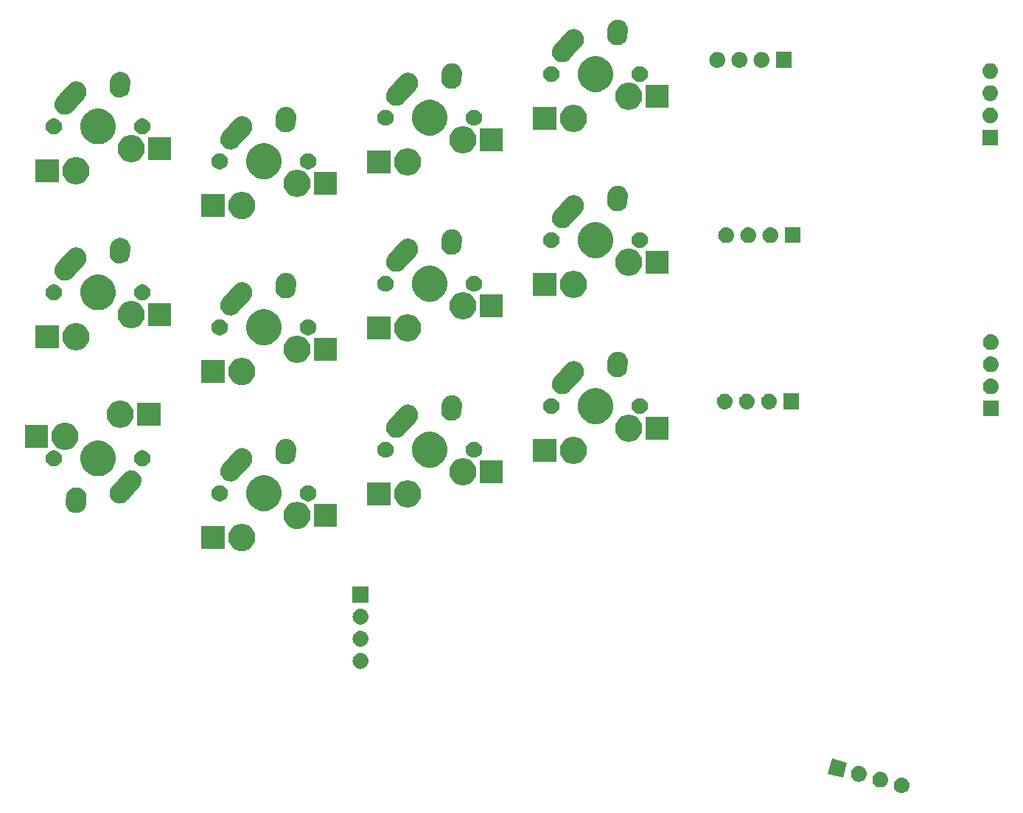
<source format=gbr>
G04 #@! TF.GenerationSoftware,KiCad,Pcbnew,(5.1.4)-1*
G04 #@! TF.CreationDate,2023-06-17T18:30:05-04:00*
G04 #@! TF.ProjectId,ThumbsUp,5468756d-6273-4557-902e-6b696361645f,rev?*
G04 #@! TF.SameCoordinates,Original*
G04 #@! TF.FileFunction,Soldermask,Bot*
G04 #@! TF.FilePolarity,Negative*
%FSLAX46Y46*%
G04 Gerber Fmt 4.6, Leading zero omitted, Abs format (unit mm)*
G04 Created by KiCad (PCBNEW (5.1.4)-1) date 2023-06-17 18:30:05*
%MOMM*%
%LPD*%
G04 APERTURE LIST*
%ADD10C,0.100000*%
G04 APERTURE END LIST*
D10*
G36*
X116333588Y-599570672D02*
G01*
X116399772Y-599577190D01*
X116569611Y-599628710D01*
X116726136Y-599712375D01*
X116761874Y-599741705D01*
X116863331Y-599824967D01*
X116946593Y-599926424D01*
X116975923Y-599962162D01*
X117059588Y-600118687D01*
X117111108Y-600288526D01*
X117128504Y-600465153D01*
X117111108Y-600641780D01*
X117059588Y-600811619D01*
X116975923Y-600968144D01*
X116946593Y-601003882D01*
X116863331Y-601105339D01*
X116761874Y-601188601D01*
X116726136Y-601217931D01*
X116569611Y-601301596D01*
X116399772Y-601353116D01*
X116333588Y-601359634D01*
X116267405Y-601366153D01*
X116178885Y-601366153D01*
X116112702Y-601359634D01*
X116046518Y-601353116D01*
X115876679Y-601301596D01*
X115720154Y-601217931D01*
X115684416Y-601188601D01*
X115582959Y-601105339D01*
X115499697Y-601003882D01*
X115470367Y-600968144D01*
X115386702Y-600811619D01*
X115335182Y-600641780D01*
X115317786Y-600465153D01*
X115335182Y-600288526D01*
X115386702Y-600118687D01*
X115470367Y-599962162D01*
X115499697Y-599926424D01*
X115582959Y-599824967D01*
X115684416Y-599741705D01*
X115720154Y-599712375D01*
X115876679Y-599628710D01*
X116046518Y-599577190D01*
X116112702Y-599570672D01*
X116178885Y-599564153D01*
X116267405Y-599564153D01*
X116333588Y-599570672D01*
X116333588Y-599570672D01*
G37*
G36*
X113880136Y-598913272D02*
G01*
X113946320Y-598919790D01*
X114116159Y-598971310D01*
X114272684Y-599054975D01*
X114308422Y-599084305D01*
X114409879Y-599167567D01*
X114493141Y-599269024D01*
X114522471Y-599304762D01*
X114606136Y-599461287D01*
X114657656Y-599631126D01*
X114675052Y-599807753D01*
X114657656Y-599984380D01*
X114606136Y-600154219D01*
X114522471Y-600310744D01*
X114493141Y-600346482D01*
X114409879Y-600447939D01*
X114308422Y-600531201D01*
X114272684Y-600560531D01*
X114116159Y-600644196D01*
X113946320Y-600695716D01*
X113880135Y-600702235D01*
X113813953Y-600708753D01*
X113725433Y-600708753D01*
X113659251Y-600702235D01*
X113593066Y-600695716D01*
X113423227Y-600644196D01*
X113266702Y-600560531D01*
X113230964Y-600531201D01*
X113129507Y-600447939D01*
X113046245Y-600346482D01*
X113016915Y-600310744D01*
X112933250Y-600154219D01*
X112881730Y-599984380D01*
X112864334Y-599807753D01*
X112881730Y-599631126D01*
X112933250Y-599461287D01*
X113016915Y-599304762D01*
X113046245Y-599269024D01*
X113129507Y-599167567D01*
X113230964Y-599084305D01*
X113266702Y-599054975D01*
X113423227Y-598971310D01*
X113593066Y-598919790D01*
X113659250Y-598913272D01*
X113725433Y-598906753D01*
X113813953Y-598906753D01*
X113880136Y-598913272D01*
X113880136Y-598913272D01*
G37*
G36*
X111426685Y-598255871D02*
G01*
X111492869Y-598262389D01*
X111662708Y-598313909D01*
X111819233Y-598397574D01*
X111854971Y-598426904D01*
X111956428Y-598510166D01*
X112039690Y-598611623D01*
X112069020Y-598647361D01*
X112152685Y-598803886D01*
X112204205Y-598973725D01*
X112221601Y-599150352D01*
X112204205Y-599326979D01*
X112152685Y-599496818D01*
X112069020Y-599653343D01*
X112039690Y-599689081D01*
X111956428Y-599790538D01*
X111854971Y-599873800D01*
X111819233Y-599903130D01*
X111662708Y-599986795D01*
X111492869Y-600038315D01*
X111426685Y-600044833D01*
X111360502Y-600051352D01*
X111271982Y-600051352D01*
X111205799Y-600044833D01*
X111139615Y-600038315D01*
X110969776Y-599986795D01*
X110813251Y-599903130D01*
X110777513Y-599873800D01*
X110676056Y-599790538D01*
X110592794Y-599689081D01*
X110563464Y-599653343D01*
X110479799Y-599496818D01*
X110428279Y-599326979D01*
X110410883Y-599150352D01*
X110428279Y-598973725D01*
X110479799Y-598803886D01*
X110563464Y-598647361D01*
X110592794Y-598611623D01*
X110676056Y-598510166D01*
X110777513Y-598426904D01*
X110813251Y-598397574D01*
X110969776Y-598313909D01*
X111139615Y-598262389D01*
X111205799Y-598255871D01*
X111271982Y-598249352D01*
X111360502Y-598249352D01*
X111426685Y-598255871D01*
X111426685Y-598255871D01*
G37*
G36*
X109966285Y-597855849D02*
G01*
X109499893Y-599596447D01*
X107759295Y-599130055D01*
X108225687Y-597389457D01*
X109966285Y-597855849D01*
X109966285Y-597855849D01*
G37*
G36*
X54173232Y-585298471D02*
G01*
X54239416Y-585304989D01*
X54409255Y-585356509D01*
X54565780Y-585440174D01*
X54601518Y-585469504D01*
X54702975Y-585552766D01*
X54786237Y-585654223D01*
X54815567Y-585689961D01*
X54899232Y-585846486D01*
X54950752Y-586016325D01*
X54968148Y-586192952D01*
X54950752Y-586369579D01*
X54899232Y-586539418D01*
X54815567Y-586695943D01*
X54786237Y-586731681D01*
X54702975Y-586833138D01*
X54601518Y-586916400D01*
X54565780Y-586945730D01*
X54409255Y-587029395D01*
X54239416Y-587080915D01*
X54173231Y-587087434D01*
X54107049Y-587093952D01*
X54018529Y-587093952D01*
X53952347Y-587087434D01*
X53886162Y-587080915D01*
X53716323Y-587029395D01*
X53559798Y-586945730D01*
X53524060Y-586916400D01*
X53422603Y-586833138D01*
X53339341Y-586731681D01*
X53310011Y-586695943D01*
X53226346Y-586539418D01*
X53174826Y-586369579D01*
X53157430Y-586192952D01*
X53174826Y-586016325D01*
X53226346Y-585846486D01*
X53310011Y-585689961D01*
X53339341Y-585654223D01*
X53422603Y-585552766D01*
X53524060Y-585469504D01*
X53559798Y-585440174D01*
X53716323Y-585356509D01*
X53886162Y-585304989D01*
X53952346Y-585298471D01*
X54018529Y-585291952D01*
X54107049Y-585291952D01*
X54173232Y-585298471D01*
X54173232Y-585298471D01*
G37*
G36*
X54173231Y-582758470D02*
G01*
X54239416Y-582764989D01*
X54409255Y-582816509D01*
X54565780Y-582900174D01*
X54601518Y-582929504D01*
X54702975Y-583012766D01*
X54786237Y-583114223D01*
X54815567Y-583149961D01*
X54899232Y-583306486D01*
X54950752Y-583476325D01*
X54968148Y-583652952D01*
X54950752Y-583829579D01*
X54899232Y-583999418D01*
X54815567Y-584155943D01*
X54786237Y-584191681D01*
X54702975Y-584293138D01*
X54601518Y-584376400D01*
X54565780Y-584405730D01*
X54409255Y-584489395D01*
X54239416Y-584540915D01*
X54173232Y-584547433D01*
X54107049Y-584553952D01*
X54018529Y-584553952D01*
X53952346Y-584547433D01*
X53886162Y-584540915D01*
X53716323Y-584489395D01*
X53559798Y-584405730D01*
X53524060Y-584376400D01*
X53422603Y-584293138D01*
X53339341Y-584191681D01*
X53310011Y-584155943D01*
X53226346Y-583999418D01*
X53174826Y-583829579D01*
X53157430Y-583652952D01*
X53174826Y-583476325D01*
X53226346Y-583306486D01*
X53310011Y-583149961D01*
X53339341Y-583114223D01*
X53422603Y-583012766D01*
X53524060Y-582929504D01*
X53559798Y-582900174D01*
X53716323Y-582816509D01*
X53886162Y-582764989D01*
X53952347Y-582758470D01*
X54018529Y-582751952D01*
X54107049Y-582751952D01*
X54173231Y-582758470D01*
X54173231Y-582758470D01*
G37*
G36*
X54173231Y-580218470D02*
G01*
X54239416Y-580224989D01*
X54409255Y-580276509D01*
X54565780Y-580360174D01*
X54601518Y-580389504D01*
X54702975Y-580472766D01*
X54786237Y-580574223D01*
X54815567Y-580609961D01*
X54899232Y-580766486D01*
X54950752Y-580936325D01*
X54968148Y-581112952D01*
X54950752Y-581289579D01*
X54899232Y-581459418D01*
X54815567Y-581615943D01*
X54786237Y-581651681D01*
X54702975Y-581753138D01*
X54601518Y-581836400D01*
X54565780Y-581865730D01*
X54409255Y-581949395D01*
X54239416Y-582000915D01*
X54173231Y-582007434D01*
X54107049Y-582013952D01*
X54018529Y-582013952D01*
X53952347Y-582007434D01*
X53886162Y-582000915D01*
X53716323Y-581949395D01*
X53559798Y-581865730D01*
X53524060Y-581836400D01*
X53422603Y-581753138D01*
X53339341Y-581651681D01*
X53310011Y-581615943D01*
X53226346Y-581459418D01*
X53174826Y-581289579D01*
X53157430Y-581112952D01*
X53174826Y-580936325D01*
X53226346Y-580766486D01*
X53310011Y-580609961D01*
X53339341Y-580574223D01*
X53422603Y-580472766D01*
X53524060Y-580389504D01*
X53559798Y-580360174D01*
X53716323Y-580276509D01*
X53886162Y-580224989D01*
X53952347Y-580218470D01*
X54018529Y-580211952D01*
X54107049Y-580211952D01*
X54173231Y-580218470D01*
X54173231Y-580218470D01*
G37*
G36*
X54963789Y-579473952D02*
G01*
X53161789Y-579473952D01*
X53161789Y-577671952D01*
X54963789Y-577671952D01*
X54963789Y-579473952D01*
X54963789Y-579473952D01*
G37*
G36*
X40725374Y-570501754D02*
G01*
X40875199Y-570531556D01*
X41157463Y-570648473D01*
X41411494Y-570818211D01*
X41627530Y-571034247D01*
X41797268Y-571288278D01*
X41914185Y-571570542D01*
X41973789Y-571870192D01*
X41973789Y-572175712D01*
X41914185Y-572475362D01*
X41797268Y-572757626D01*
X41627530Y-573011657D01*
X41411494Y-573227693D01*
X41157463Y-573397431D01*
X40875199Y-573514348D01*
X40725374Y-573544150D01*
X40575550Y-573573952D01*
X40270028Y-573573952D01*
X40120204Y-573544150D01*
X39970379Y-573514348D01*
X39688115Y-573397431D01*
X39434084Y-573227693D01*
X39218048Y-573011657D01*
X39048310Y-572757626D01*
X38931393Y-572475362D01*
X38871789Y-572175712D01*
X38871789Y-571870192D01*
X38931393Y-571570542D01*
X39048310Y-571288278D01*
X39218048Y-571034247D01*
X39434084Y-570818211D01*
X39688115Y-570648473D01*
X39970379Y-570531556D01*
X40120204Y-570501754D01*
X40270028Y-570471952D01*
X40575550Y-570471952D01*
X40725374Y-570501754D01*
X40725374Y-570501754D01*
G37*
G36*
X38446789Y-573323952D02*
G01*
X35794789Y-573323952D01*
X35794789Y-570721952D01*
X38446789Y-570721952D01*
X38446789Y-573323952D01*
X38446789Y-573323952D01*
G37*
G36*
X47064304Y-567959552D02*
G01*
X47225199Y-567991556D01*
X47507463Y-568108473D01*
X47761494Y-568278211D01*
X47977530Y-568494247D01*
X48147268Y-568748278D01*
X48264185Y-569030542D01*
X48323789Y-569330192D01*
X48323789Y-569635712D01*
X48264185Y-569935362D01*
X48147268Y-570217626D01*
X47977530Y-570471657D01*
X47761494Y-570687693D01*
X47507463Y-570857431D01*
X47225199Y-570974348D01*
X47075374Y-571004150D01*
X46925550Y-571033952D01*
X46620028Y-571033952D01*
X46470204Y-571004150D01*
X46320379Y-570974348D01*
X46038115Y-570857431D01*
X45784084Y-570687693D01*
X45568048Y-570471657D01*
X45398310Y-570217626D01*
X45281393Y-569935362D01*
X45221789Y-569635712D01*
X45221789Y-569330192D01*
X45281393Y-569030542D01*
X45398310Y-568748278D01*
X45568048Y-568494247D01*
X45784084Y-568278211D01*
X46038115Y-568108473D01*
X46320379Y-567991556D01*
X46481274Y-567959552D01*
X46620028Y-567931952D01*
X46925550Y-567931952D01*
X47064304Y-567959552D01*
X47064304Y-567959552D01*
G37*
G36*
X51373789Y-570783952D02*
G01*
X48721789Y-570783952D01*
X48721789Y-568181952D01*
X51373789Y-568181952D01*
X51373789Y-570783952D01*
X51373789Y-570783952D01*
G37*
G36*
X21722519Y-566302576D02*
G01*
X21939044Y-566384913D01*
X22135346Y-566507911D01*
X22303879Y-566666841D01*
X22438169Y-566855597D01*
X22533054Y-567066925D01*
X22584887Y-567292703D01*
X22589977Y-567466229D01*
X22549196Y-568057543D01*
X22549085Y-568059156D01*
X22548789Y-568067756D01*
X22548789Y-568138779D01*
X22529907Y-568233705D01*
X22529245Y-568237309D01*
X22513165Y-568332682D01*
X22510704Y-568339155D01*
X22504948Y-568359180D01*
X22503596Y-568365979D01*
X22500946Y-568372376D01*
X22466552Y-568455412D01*
X22465200Y-568458816D01*
X22430827Y-568549207D01*
X22427153Y-568555071D01*
X22417602Y-568573587D01*
X22414947Y-568579997D01*
X22361132Y-568660537D01*
X22359212Y-568663503D01*
X22307830Y-568745509D01*
X22303078Y-568750548D01*
X22290100Y-568766845D01*
X22286252Y-568772604D01*
X22217786Y-568841070D01*
X22215265Y-568843667D01*
X22148900Y-568914042D01*
X22143267Y-568918050D01*
X22127345Y-568931511D01*
X22122445Y-568936411D01*
X22041941Y-568990202D01*
X22038991Y-568992236D01*
X21960144Y-569048332D01*
X21953822Y-569051171D01*
X21935599Y-569061258D01*
X21929834Y-569065110D01*
X21840324Y-569102186D01*
X21837161Y-569103551D01*
X21748816Y-569143217D01*
X21742064Y-569144767D01*
X21722227Y-569151104D01*
X21715816Y-569153759D01*
X21620839Y-569172651D01*
X21617388Y-569173390D01*
X21523038Y-569195050D01*
X21516130Y-569195253D01*
X21495419Y-569197599D01*
X21488615Y-569198952D01*
X21391816Y-569198952D01*
X21388152Y-569199006D01*
X21291487Y-569201841D01*
X21291486Y-569201841D01*
X21284671Y-569200692D01*
X21263889Y-569198952D01*
X21256962Y-569198952D01*
X21162035Y-569180070D01*
X21158431Y-569179408D01*
X21131570Y-569174879D01*
X21063059Y-569163328D01*
X21056586Y-569160867D01*
X21036561Y-569155111D01*
X21029762Y-569153759D01*
X20970311Y-569129133D01*
X20940329Y-569116715D01*
X20936925Y-569115363D01*
X20906013Y-569103608D01*
X20846534Y-569080990D01*
X20840670Y-569077316D01*
X20822154Y-569067765D01*
X20815744Y-569065110D01*
X20735204Y-569011295D01*
X20732238Y-569009375D01*
X20650232Y-568957993D01*
X20645193Y-568953241D01*
X20628896Y-568940263D01*
X20623137Y-568936415D01*
X20554671Y-568867949D01*
X20552074Y-568865428D01*
X20481699Y-568799063D01*
X20477691Y-568793430D01*
X20464230Y-568777508D01*
X20459330Y-568772608D01*
X20444580Y-568750533D01*
X20405531Y-568692093D01*
X20403505Y-568689154D01*
X20347409Y-568610307D01*
X20344570Y-568603985D01*
X20334482Y-568585760D01*
X20330631Y-568579997D01*
X20293555Y-568490487D01*
X20292190Y-568487324D01*
X20252524Y-568398979D01*
X20250974Y-568392227D01*
X20244637Y-568372390D01*
X20241982Y-568365979D01*
X20223090Y-568271002D01*
X20222351Y-568267551D01*
X20200691Y-568173201D01*
X20200488Y-568166292D01*
X20198142Y-568145582D01*
X20196789Y-568138778D01*
X20196789Y-568041967D01*
X20196736Y-568038367D01*
X20195601Y-567999675D01*
X20196494Y-567986726D01*
X20196789Y-567978156D01*
X20196789Y-567907125D01*
X20203185Y-567874971D01*
X20205289Y-567859200D01*
X20243551Y-567304407D01*
X20272413Y-567133222D01*
X20354751Y-566916697D01*
X20477748Y-566720395D01*
X20583701Y-566608040D01*
X20636677Y-566551862D01*
X20756780Y-566466416D01*
X20825434Y-566417572D01*
X21036762Y-566322687D01*
X21262540Y-566270853D01*
X21494091Y-566264062D01*
X21722519Y-566302576D01*
X21722519Y-566302576D01*
G37*
G36*
X43559263Y-564976636D02*
G01*
X43777263Y-565066935D01*
X43931412Y-565130785D01*
X44266337Y-565354575D01*
X44551166Y-565639404D01*
X44774956Y-565974329D01*
X44807351Y-566052538D01*
X44929105Y-566346478D01*
X45007689Y-566741546D01*
X45007689Y-567144358D01*
X44929105Y-567539426D01*
X44865655Y-567692608D01*
X44774956Y-567911575D01*
X44551166Y-568246500D01*
X44266337Y-568531329D01*
X43931412Y-568755119D01*
X43838913Y-568793433D01*
X43559263Y-568909268D01*
X43164195Y-568987852D01*
X42761383Y-568987852D01*
X42366315Y-568909268D01*
X42086665Y-568793433D01*
X41994166Y-568755119D01*
X41659241Y-568531329D01*
X41374412Y-568246500D01*
X41150622Y-567911575D01*
X41059923Y-567692608D01*
X40996473Y-567539426D01*
X40917889Y-567144358D01*
X40917889Y-566741546D01*
X40996473Y-566346478D01*
X41118227Y-566052538D01*
X41150622Y-565974329D01*
X41374412Y-565639404D01*
X41659241Y-565354575D01*
X41994166Y-565130785D01*
X42148315Y-565066935D01*
X42366315Y-564976636D01*
X42761383Y-564898052D01*
X43164195Y-564898052D01*
X43559263Y-564976636D01*
X43559263Y-564976636D01*
G37*
G36*
X59775375Y-565501754D02*
G01*
X59925200Y-565531556D01*
X60207464Y-565648473D01*
X60461495Y-565818211D01*
X60677531Y-566034247D01*
X60847269Y-566288278D01*
X60964186Y-566570542D01*
X60983341Y-566666841D01*
X61023790Y-566870191D01*
X61023790Y-567175713D01*
X60998191Y-567304407D01*
X60964186Y-567475362D01*
X60847269Y-567757626D01*
X60677531Y-568011657D01*
X60461495Y-568227693D01*
X60207464Y-568397431D01*
X59925200Y-568514348D01*
X59775375Y-568544150D01*
X59625551Y-568573952D01*
X59320029Y-568573952D01*
X59170205Y-568544150D01*
X59020380Y-568514348D01*
X58738116Y-568397431D01*
X58484085Y-568227693D01*
X58268049Y-568011657D01*
X58098311Y-567757626D01*
X57981394Y-567475362D01*
X57947389Y-567304407D01*
X57921790Y-567175713D01*
X57921790Y-566870191D01*
X57962239Y-566666841D01*
X57981394Y-566570542D01*
X58098311Y-566288278D01*
X58268049Y-566034247D01*
X58484085Y-565818211D01*
X58738116Y-565648473D01*
X59020380Y-565531556D01*
X59170205Y-565501754D01*
X59320029Y-565471952D01*
X59625551Y-565471952D01*
X59775375Y-565501754D01*
X59775375Y-565501754D01*
G37*
G36*
X57496790Y-568323952D02*
G01*
X54844790Y-568323952D01*
X54844790Y-565721952D01*
X57496790Y-565721952D01*
X57496790Y-568323952D01*
X57496790Y-568323952D01*
G37*
G36*
X27890319Y-564313198D02*
G01*
X28115308Y-564368359D01*
X28225762Y-564419924D01*
X28325210Y-564466350D01*
X28325212Y-564466352D01*
X28325213Y-564466352D01*
X28511966Y-564603413D01*
X28668392Y-564774273D01*
X28788478Y-564972369D01*
X28867612Y-565190086D01*
X28902750Y-565419056D01*
X28892543Y-565650483D01*
X28837382Y-565875472D01*
X28791231Y-565974329D01*
X28739391Y-566085373D01*
X28739389Y-566085375D01*
X28739389Y-566085376D01*
X28636675Y-566225330D01*
X27457587Y-567539426D01*
X27350004Y-567659327D01*
X27339109Y-567673361D01*
X27326250Y-567692606D01*
X27269207Y-567749649D01*
X27264557Y-567754558D01*
X27249510Y-567771328D01*
X27228098Y-567790931D01*
X27224117Y-567794739D01*
X27162445Y-567856411D01*
X27148639Y-567865636D01*
X27133681Y-567877370D01*
X27121463Y-567888556D01*
X27046993Y-567933700D01*
X27042346Y-567936659D01*
X26969834Y-567985110D01*
X26969833Y-567985111D01*
X26969832Y-567985111D01*
X26954497Y-567991463D01*
X26937540Y-568000051D01*
X26923370Y-568008641D01*
X26841500Y-568038398D01*
X26836394Y-568040383D01*
X26755816Y-568073759D01*
X26739537Y-568076997D01*
X26721242Y-568082109D01*
X26705653Y-568087775D01*
X26619504Y-568100996D01*
X26614127Y-568101943D01*
X26528616Y-568118952D01*
X26512022Y-568118952D01*
X26493079Y-568120397D01*
X26476682Y-568122913D01*
X26389583Y-568119072D01*
X26384143Y-568118952D01*
X26296961Y-568118952D01*
X26280692Y-568115716D01*
X26261833Y-568113437D01*
X26245257Y-568112706D01*
X26160566Y-568091942D01*
X26155271Y-568090768D01*
X26069762Y-568073759D01*
X26054427Y-568067407D01*
X26036388Y-568061497D01*
X26020268Y-568057545D01*
X25941292Y-568020675D01*
X25936295Y-568018475D01*
X25855744Y-567985110D01*
X25841948Y-567975892D01*
X25825392Y-567966568D01*
X25810364Y-567959552D01*
X25740109Y-567907991D01*
X25735597Y-567904830D01*
X25663133Y-567856411D01*
X25651406Y-567844684D01*
X25636980Y-567832303D01*
X25623610Y-567822491D01*
X25594716Y-567790931D01*
X25564768Y-567758219D01*
X25560960Y-567754238D01*
X25499331Y-567692609D01*
X25499329Y-567692606D01*
X25490115Y-567678817D01*
X25478381Y-567663859D01*
X25467183Y-567651628D01*
X25422007Y-567577104D01*
X25419074Y-567572496D01*
X25370631Y-567499997D01*
X25364284Y-567484674D01*
X25355695Y-567467716D01*
X25347098Y-567453535D01*
X25317321Y-567371610D01*
X25315342Y-567366517D01*
X25281982Y-567285979D01*
X25278747Y-567269715D01*
X25273635Y-567251420D01*
X25267964Y-567235818D01*
X25254734Y-567149610D01*
X25253788Y-567144239D01*
X25236789Y-567058779D01*
X25236789Y-567042200D01*
X25235344Y-567023258D01*
X25232826Y-567006847D01*
X25236670Y-566919703D01*
X25236789Y-566914263D01*
X25236789Y-566827127D01*
X25240023Y-566810869D01*
X25242301Y-566792011D01*
X25243033Y-566775422D01*
X25263797Y-566690730D01*
X25264981Y-566685394D01*
X25268672Y-566666841D01*
X25281982Y-566599925D01*
X25288327Y-566584606D01*
X25294243Y-566566548D01*
X25298194Y-566550433D01*
X25335077Y-566471429D01*
X25337269Y-566466449D01*
X25370631Y-566385907D01*
X25379841Y-566372124D01*
X25389171Y-566355557D01*
X25396186Y-566340530D01*
X25434533Y-566288280D01*
X25447764Y-566270252D01*
X25450915Y-566265754D01*
X25477926Y-566225330D01*
X25499330Y-566193296D01*
X25556336Y-566136290D01*
X25560972Y-566131396D01*
X26200127Y-565419056D01*
X26886065Y-564654576D01*
X27014107Y-564537352D01*
X27014106Y-564537352D01*
X27014110Y-564537349D01*
X27212205Y-564417263D01*
X27429922Y-564338129D01*
X27658893Y-564302991D01*
X27890319Y-564313198D01*
X27890319Y-564313198D01*
G37*
G36*
X48312893Y-566052537D02*
G01*
X48481415Y-566122341D01*
X48633080Y-566223680D01*
X48762061Y-566352661D01*
X48863400Y-566504326D01*
X48933204Y-566672848D01*
X48968789Y-566851749D01*
X48968789Y-567034155D01*
X48933204Y-567213056D01*
X48863400Y-567381578D01*
X48762061Y-567533243D01*
X48633080Y-567662224D01*
X48481415Y-567763563D01*
X48312893Y-567833367D01*
X48133992Y-567868952D01*
X47951586Y-567868952D01*
X47772685Y-567833367D01*
X47604163Y-567763563D01*
X47452498Y-567662224D01*
X47323517Y-567533243D01*
X47222178Y-567381578D01*
X47152374Y-567213056D01*
X47116789Y-567034155D01*
X47116789Y-566851749D01*
X47152374Y-566672848D01*
X47222178Y-566504326D01*
X47323517Y-566352661D01*
X47452498Y-566223680D01*
X47604163Y-566122341D01*
X47772685Y-566052537D01*
X47951586Y-566016952D01*
X48133992Y-566016952D01*
X48312893Y-566052537D01*
X48312893Y-566052537D01*
G37*
G36*
X38152893Y-566052537D02*
G01*
X38321415Y-566122341D01*
X38473080Y-566223680D01*
X38602061Y-566352661D01*
X38703400Y-566504326D01*
X38773204Y-566672848D01*
X38808789Y-566851749D01*
X38808789Y-567034155D01*
X38773204Y-567213056D01*
X38703400Y-567381578D01*
X38602061Y-567533243D01*
X38473080Y-567662224D01*
X38321415Y-567763563D01*
X38152893Y-567833367D01*
X37973992Y-567868952D01*
X37791586Y-567868952D01*
X37612685Y-567833367D01*
X37444163Y-567763563D01*
X37292498Y-567662224D01*
X37163517Y-567533243D01*
X37062178Y-567381578D01*
X36992374Y-567213056D01*
X36956789Y-567034155D01*
X36956789Y-566851749D01*
X36992374Y-566672848D01*
X37062178Y-566504326D01*
X37163517Y-566352661D01*
X37292498Y-566223680D01*
X37444163Y-566122341D01*
X37612685Y-566052537D01*
X37791586Y-566016952D01*
X37973992Y-566016952D01*
X38152893Y-566052537D01*
X38152893Y-566052537D01*
G37*
G36*
X66125375Y-562961754D02*
G01*
X66275200Y-562991556D01*
X66557464Y-563108473D01*
X66811495Y-563278211D01*
X67027531Y-563494247D01*
X67197269Y-563748278D01*
X67314186Y-564030542D01*
X67314186Y-564030543D01*
X67368380Y-564302991D01*
X67373790Y-564330192D01*
X67373790Y-564635712D01*
X67314186Y-564935362D01*
X67197269Y-565217626D01*
X67027531Y-565471657D01*
X66811495Y-565687693D01*
X66557464Y-565857431D01*
X66275200Y-565974348D01*
X66125375Y-566004150D01*
X65975551Y-566033952D01*
X65670029Y-566033952D01*
X65520205Y-566004150D01*
X65370380Y-565974348D01*
X65088116Y-565857431D01*
X64834085Y-565687693D01*
X64618049Y-565471657D01*
X64448311Y-565217626D01*
X64331394Y-564935362D01*
X64271790Y-564635712D01*
X64271790Y-564330192D01*
X64277201Y-564302991D01*
X64331394Y-564030543D01*
X64331394Y-564030542D01*
X64448311Y-563748278D01*
X64618049Y-563494247D01*
X64834085Y-563278211D01*
X65088116Y-563108473D01*
X65370380Y-562991556D01*
X65520205Y-562961754D01*
X65670029Y-562931952D01*
X65975551Y-562931952D01*
X66125375Y-562961754D01*
X66125375Y-562961754D01*
G37*
G36*
X70423790Y-565783952D02*
G01*
X67771790Y-565783952D01*
X67771790Y-563181952D01*
X70423790Y-563181952D01*
X70423790Y-565783952D01*
X70423790Y-565783952D01*
G37*
G36*
X40485994Y-561766833D02*
G01*
X40491434Y-561766952D01*
X40578617Y-561766952D01*
X40594886Y-561770188D01*
X40613745Y-561772467D01*
X40630321Y-561773198D01*
X40715012Y-561793962D01*
X40720307Y-561795136D01*
X40805816Y-561812145D01*
X40821151Y-561818497D01*
X40839190Y-561824407D01*
X40855310Y-561828359D01*
X40934293Y-561865232D01*
X40939283Y-561867429D01*
X41019834Y-561900794D01*
X41033630Y-561910012D01*
X41050182Y-561919334D01*
X41065215Y-561926352D01*
X41135483Y-561977923D01*
X41139981Y-561981074D01*
X41212445Y-562029493D01*
X41224172Y-562041220D01*
X41238598Y-562053600D01*
X41251968Y-562063413D01*
X41305918Y-562122341D01*
X41310810Y-562127685D01*
X41314618Y-562131666D01*
X41376248Y-562193296D01*
X41385463Y-562207087D01*
X41397185Y-562222030D01*
X41408394Y-562234273D01*
X41453588Y-562308826D01*
X41456535Y-562313453D01*
X41504947Y-562385907D01*
X41511294Y-562401229D01*
X41519881Y-562418183D01*
X41528480Y-562432369D01*
X41558267Y-562514320D01*
X41560241Y-562519400D01*
X41593596Y-562599925D01*
X41593596Y-562599926D01*
X41596830Y-562616185D01*
X41601947Y-562634494D01*
X41607614Y-562650086D01*
X41620844Y-562736297D01*
X41621790Y-562741665D01*
X41638789Y-562827125D01*
X41638789Y-562843704D01*
X41640233Y-562862644D01*
X41642752Y-562879056D01*
X41638909Y-562966201D01*
X41638789Y-562971641D01*
X41638789Y-563058777D01*
X41635555Y-563075035D01*
X41633277Y-563093893D01*
X41632545Y-563110483D01*
X41611777Y-563195189D01*
X41610601Y-563200489D01*
X41593596Y-563285979D01*
X41587246Y-563301309D01*
X41581338Y-563319345D01*
X41577384Y-563335472D01*
X41540500Y-563414478D01*
X41538300Y-563419475D01*
X41504947Y-563499997D01*
X41495733Y-563513787D01*
X41486411Y-563530339D01*
X41479391Y-563545376D01*
X41427800Y-563615672D01*
X41424655Y-563620162D01*
X41376250Y-563692606D01*
X41319249Y-563749607D01*
X41314600Y-563754515D01*
X40523935Y-564635713D01*
X39989512Y-565231328D01*
X39861468Y-565348554D01*
X39762419Y-565408598D01*
X39663372Y-565468641D01*
X39445655Y-565547775D01*
X39216684Y-565582913D01*
X38985259Y-565572706D01*
X38760270Y-565517545D01*
X38662608Y-565471952D01*
X38550368Y-565419554D01*
X38453627Y-565348554D01*
X38363612Y-565282491D01*
X38279014Y-565190086D01*
X38207187Y-565111631D01*
X38125353Y-564976637D01*
X38087100Y-564913535D01*
X38007966Y-564695818D01*
X37972828Y-564466847D01*
X37983035Y-564235422D01*
X38038196Y-564010433D01*
X38104246Y-563868952D01*
X38136187Y-563800532D01*
X38169516Y-563755119D01*
X38238903Y-563660574D01*
X38994034Y-562818979D01*
X39525576Y-562226573D01*
X39536470Y-562212541D01*
X39549328Y-562193298D01*
X39606362Y-562136264D01*
X39611012Y-562131355D01*
X39626067Y-562114576D01*
X39647490Y-562094963D01*
X39651471Y-562091155D01*
X39713135Y-562029491D01*
X39726932Y-562020272D01*
X39741891Y-562008537D01*
X39754110Y-561997350D01*
X39786174Y-561977913D01*
X39828619Y-561952183D01*
X39833210Y-561949260D01*
X39905744Y-561900794D01*
X39921089Y-561894438D01*
X39938037Y-561885853D01*
X39952205Y-561877264D01*
X39952206Y-561877264D01*
X39952207Y-561877263D01*
X40034101Y-561847497D01*
X40039199Y-561845515D01*
X40119762Y-561812145D01*
X40136041Y-561808907D01*
X40154331Y-561803796D01*
X40169924Y-561798129D01*
X40256089Y-561784906D01*
X40261452Y-561783961D01*
X40346962Y-561766952D01*
X40363555Y-561766952D01*
X40382498Y-561765507D01*
X40398895Y-561762991D01*
X40485994Y-561766833D01*
X40485994Y-561766833D01*
G37*
G36*
X24509263Y-560976636D02*
G01*
X24648348Y-561034247D01*
X24881412Y-561130785D01*
X25216337Y-561354575D01*
X25501166Y-561639404D01*
X25724956Y-561974329D01*
X25761856Y-562063414D01*
X25879105Y-562346478D01*
X25957689Y-562741546D01*
X25957689Y-563144358D01*
X25879105Y-563539426D01*
X25815655Y-563692608D01*
X25724956Y-563911575D01*
X25501166Y-564246500D01*
X25216337Y-564531329D01*
X24881412Y-564755119D01*
X24727263Y-564818969D01*
X24509263Y-564909268D01*
X24114195Y-564987852D01*
X23711383Y-564987852D01*
X23316315Y-564909268D01*
X23098315Y-564818969D01*
X22944166Y-564755119D01*
X22609241Y-564531329D01*
X22324412Y-564246500D01*
X22100622Y-563911575D01*
X22009923Y-563692608D01*
X21946473Y-563539426D01*
X21867889Y-563144358D01*
X21867889Y-562741546D01*
X21946473Y-562346478D01*
X22063722Y-562063414D01*
X22100622Y-561974329D01*
X22324412Y-561639404D01*
X22609241Y-561354575D01*
X22944166Y-561130785D01*
X23177230Y-561034247D01*
X23316315Y-560976636D01*
X23711383Y-560898052D01*
X24114195Y-560898052D01*
X24509263Y-560976636D01*
X24509263Y-560976636D01*
G37*
G36*
X62609264Y-559976636D02*
G01*
X62827264Y-560066935D01*
X62981413Y-560130785D01*
X63316338Y-560354575D01*
X63601167Y-560639404D01*
X63824957Y-560974329D01*
X63857352Y-561052538D01*
X63979106Y-561346478D01*
X64057690Y-561741546D01*
X64057690Y-562144358D01*
X63979106Y-562539426D01*
X63923840Y-562672849D01*
X63824957Y-562911575D01*
X63601167Y-563246500D01*
X63316338Y-563531329D01*
X62981413Y-563755119D01*
X62827264Y-563818969D01*
X62609264Y-563909268D01*
X62214196Y-563987852D01*
X61811384Y-563987852D01*
X61416316Y-563909268D01*
X61198316Y-563818969D01*
X61044167Y-563755119D01*
X60709242Y-563531329D01*
X60424413Y-563246500D01*
X60200623Y-562911575D01*
X60101740Y-562672849D01*
X60046474Y-562539426D01*
X59967890Y-562144358D01*
X59967890Y-561741546D01*
X60046474Y-561346478D01*
X60168228Y-561052538D01*
X60200623Y-560974329D01*
X60424413Y-560639404D01*
X60709242Y-560354575D01*
X61044167Y-560130785D01*
X61198316Y-560066935D01*
X61416316Y-559976636D01*
X61811384Y-559898052D01*
X62214196Y-559898052D01*
X62609264Y-559976636D01*
X62609264Y-559976636D01*
G37*
G36*
X29262893Y-562052537D02*
G01*
X29431415Y-562122341D01*
X29583080Y-562223680D01*
X29712061Y-562352661D01*
X29813400Y-562504326D01*
X29883204Y-562672848D01*
X29918789Y-562851749D01*
X29918789Y-563034155D01*
X29883204Y-563213056D01*
X29813400Y-563381578D01*
X29712061Y-563533243D01*
X29583080Y-563662224D01*
X29431415Y-563763563D01*
X29262893Y-563833367D01*
X29083992Y-563868952D01*
X28901586Y-563868952D01*
X28722685Y-563833367D01*
X28554163Y-563763563D01*
X28402498Y-563662224D01*
X28273517Y-563533243D01*
X28172178Y-563381578D01*
X28102374Y-563213056D01*
X28066789Y-563034155D01*
X28066789Y-562851749D01*
X28102374Y-562672848D01*
X28172178Y-562504326D01*
X28273517Y-562352661D01*
X28402498Y-562223680D01*
X28554163Y-562122341D01*
X28722685Y-562052537D01*
X28901586Y-562016952D01*
X29083992Y-562016952D01*
X29262893Y-562052537D01*
X29262893Y-562052537D01*
G37*
G36*
X19102893Y-562052537D02*
G01*
X19271415Y-562122341D01*
X19423080Y-562223680D01*
X19552061Y-562352661D01*
X19653400Y-562504326D01*
X19723204Y-562672848D01*
X19758789Y-562851749D01*
X19758789Y-563034155D01*
X19723204Y-563213056D01*
X19653400Y-563381578D01*
X19552061Y-563533243D01*
X19423080Y-563662224D01*
X19271415Y-563763563D01*
X19102893Y-563833367D01*
X18923992Y-563868952D01*
X18741586Y-563868952D01*
X18562685Y-563833367D01*
X18394163Y-563763563D01*
X18242498Y-563662224D01*
X18113517Y-563533243D01*
X18012178Y-563381578D01*
X17942374Y-563213056D01*
X17906789Y-563034155D01*
X17906789Y-562851749D01*
X17942374Y-562672848D01*
X18012178Y-562504326D01*
X18113517Y-562352661D01*
X18242498Y-562223680D01*
X18394163Y-562122341D01*
X18562685Y-562052537D01*
X18741586Y-562016952D01*
X18923992Y-562016952D01*
X19102893Y-562052537D01*
X19102893Y-562052537D01*
G37*
G36*
X45590916Y-560685213D02*
G01*
X45611689Y-560686952D01*
X45618616Y-560686952D01*
X45713543Y-560705834D01*
X45717137Y-560706494D01*
X45812519Y-560722576D01*
X45818992Y-560725037D01*
X45839017Y-560730793D01*
X45845816Y-560732145D01*
X45908203Y-560757986D01*
X45935232Y-560769182D01*
X45938633Y-560770533D01*
X46029044Y-560804913D01*
X46034916Y-560808592D01*
X46053425Y-560818139D01*
X46059834Y-560820794D01*
X46140352Y-560874594D01*
X46143343Y-560876530D01*
X46225346Y-560927911D01*
X46230373Y-560932652D01*
X46246685Y-560945643D01*
X46252441Y-560949489D01*
X46320899Y-561017947D01*
X46323478Y-561020451D01*
X46393879Y-561086841D01*
X46397884Y-561092471D01*
X46411348Y-561108396D01*
X46416248Y-561113296D01*
X46432504Y-561137624D01*
X46470033Y-561193791D01*
X46472080Y-561196759D01*
X46528169Y-561275597D01*
X46531003Y-561281910D01*
X46541097Y-561300145D01*
X46544947Y-561305907D01*
X46582009Y-561395382D01*
X46583413Y-561398637D01*
X46623054Y-561486925D01*
X46624604Y-561493677D01*
X46630941Y-561513514D01*
X46633596Y-561519925D01*
X46651054Y-561607693D01*
X46652481Y-561614869D01*
X46653227Y-561618353D01*
X46674887Y-561712703D01*
X46674887Y-561712706D01*
X46675089Y-561719606D01*
X46677436Y-561740322D01*
X46678789Y-561747126D01*
X46678789Y-561843938D01*
X46678842Y-561847536D01*
X46679977Y-561886229D01*
X46679084Y-561899177D01*
X46678789Y-561907749D01*
X46678789Y-561978778D01*
X46672870Y-562008537D01*
X46672393Y-562010931D01*
X46670289Y-562026702D01*
X46632027Y-562581497D01*
X46603165Y-562752682D01*
X46520827Y-562969207D01*
X46397830Y-563165509D01*
X46238900Y-563334042D01*
X46050144Y-563468332D01*
X45838816Y-563563217D01*
X45613038Y-563615050D01*
X45381487Y-563621841D01*
X45381486Y-563621841D01*
X45335801Y-563614138D01*
X45153059Y-563583328D01*
X44936534Y-563500990D01*
X44740232Y-563377993D01*
X44571699Y-563219063D01*
X44437409Y-563030307D01*
X44342524Y-562818979D01*
X44290691Y-562593201D01*
X44285601Y-562419675D01*
X44326493Y-561826746D01*
X44326789Y-561818148D01*
X44326789Y-561747127D01*
X44345671Y-561652202D01*
X44346333Y-561648597D01*
X44347883Y-561639405D01*
X44362413Y-561553222D01*
X44364874Y-561546751D01*
X44370631Y-561526719D01*
X44371982Y-561519926D01*
X44378443Y-561504327D01*
X44409053Y-561430428D01*
X44410342Y-561427182D01*
X44444751Y-561336697D01*
X44448425Y-561330833D01*
X44457976Y-561312317D01*
X44460631Y-561305907D01*
X44514446Y-561225367D01*
X44516366Y-561222401D01*
X44567748Y-561140395D01*
X44572500Y-561135356D01*
X44585478Y-561119059D01*
X44589326Y-561113300D01*
X44657782Y-561044844D01*
X44660335Y-561042214D01*
X44680812Y-561020500D01*
X44726678Y-560971862D01*
X44732310Y-560967855D01*
X44748236Y-560954390D01*
X44753135Y-560949491D01*
X44833613Y-560895718D01*
X44836595Y-560893662D01*
X44915434Y-560837572D01*
X44921744Y-560834739D01*
X44939983Y-560824643D01*
X44945740Y-560820796D01*
X44945743Y-560820795D01*
X44945744Y-560820794D01*
X45035218Y-560783733D01*
X45038476Y-560782327D01*
X45126762Y-560742687D01*
X45133514Y-560741137D01*
X45153351Y-560734800D01*
X45159762Y-560732145D01*
X45254688Y-560713263D01*
X45258235Y-560712503D01*
X45352540Y-560690853D01*
X45354919Y-560690783D01*
X45359454Y-560690650D01*
X45380170Y-560688303D01*
X45386963Y-560686952D01*
X45483748Y-560686952D01*
X45487373Y-560686899D01*
X45584091Y-560684062D01*
X45590916Y-560685213D01*
X45590916Y-560685213D01*
G37*
G36*
X78825374Y-560501754D02*
G01*
X78975199Y-560531556D01*
X79257463Y-560648473D01*
X79511494Y-560818211D01*
X79727530Y-561034247D01*
X79897268Y-561288278D01*
X80014185Y-561570542D01*
X80021575Y-561607693D01*
X80073789Y-561870191D01*
X80073789Y-562175713D01*
X80063672Y-562226573D01*
X80014185Y-562475362D01*
X79897268Y-562757626D01*
X79727530Y-563011657D01*
X79511494Y-563227693D01*
X79257463Y-563397431D01*
X78975199Y-563514348D01*
X78880212Y-563533242D01*
X78675550Y-563573952D01*
X78370028Y-563573952D01*
X78165366Y-563533242D01*
X78070379Y-563514348D01*
X77788115Y-563397431D01*
X77534084Y-563227693D01*
X77318048Y-563011657D01*
X77148310Y-562757626D01*
X77031393Y-562475362D01*
X76981906Y-562226573D01*
X76971789Y-562175713D01*
X76971789Y-561870191D01*
X77024003Y-561607693D01*
X77031393Y-561570542D01*
X77148310Y-561288278D01*
X77318048Y-561034247D01*
X77534084Y-560818211D01*
X77788115Y-560648473D01*
X78070379Y-560531556D01*
X78220204Y-560501754D01*
X78370028Y-560471952D01*
X78675550Y-560471952D01*
X78825374Y-560501754D01*
X78825374Y-560501754D01*
G37*
G36*
X76546789Y-563323952D02*
G01*
X73894789Y-563323952D01*
X73894789Y-560721952D01*
X76546789Y-560721952D01*
X76546789Y-563323952D01*
X76546789Y-563323952D01*
G37*
G36*
X57202894Y-561052537D02*
G01*
X57371416Y-561122341D01*
X57523081Y-561223680D01*
X57652062Y-561352661D01*
X57753401Y-561504326D01*
X57823205Y-561672848D01*
X57858790Y-561851749D01*
X57858790Y-562034155D01*
X57823205Y-562213056D01*
X57753401Y-562381578D01*
X57652062Y-562533243D01*
X57523081Y-562662224D01*
X57371416Y-562763563D01*
X57202894Y-562833367D01*
X57023993Y-562868952D01*
X56841587Y-562868952D01*
X56662686Y-562833367D01*
X56494164Y-562763563D01*
X56342499Y-562662224D01*
X56213518Y-562533243D01*
X56112179Y-562381578D01*
X56042375Y-562213056D01*
X56006790Y-562034155D01*
X56006790Y-561851749D01*
X56042375Y-561672848D01*
X56112179Y-561504326D01*
X56213518Y-561352661D01*
X56342499Y-561223680D01*
X56494164Y-561122341D01*
X56662686Y-561052537D01*
X56841587Y-561016952D01*
X57023993Y-561016952D01*
X57202894Y-561052537D01*
X57202894Y-561052537D01*
G37*
G36*
X67362894Y-561052537D02*
G01*
X67531416Y-561122341D01*
X67683081Y-561223680D01*
X67812062Y-561352661D01*
X67913401Y-561504326D01*
X67983205Y-561672848D01*
X68018790Y-561851749D01*
X68018790Y-562034155D01*
X67983205Y-562213056D01*
X67913401Y-562381578D01*
X67812062Y-562533243D01*
X67683081Y-562662224D01*
X67531416Y-562763563D01*
X67362894Y-562833367D01*
X67183993Y-562868952D01*
X67001587Y-562868952D01*
X66822686Y-562833367D01*
X66654164Y-562763563D01*
X66502499Y-562662224D01*
X66373518Y-562533243D01*
X66272179Y-562381578D01*
X66202375Y-562213056D01*
X66166790Y-562034155D01*
X66166790Y-561851749D01*
X66202375Y-561672848D01*
X66272179Y-561504326D01*
X66373518Y-561352661D01*
X66502499Y-561223680D01*
X66654164Y-561122341D01*
X66822686Y-561052537D01*
X67001587Y-561016952D01*
X67183993Y-561016952D01*
X67362894Y-561052537D01*
X67362894Y-561052537D01*
G37*
G36*
X20405374Y-558881754D02*
G01*
X20555199Y-558911556D01*
X20837463Y-559028473D01*
X21091494Y-559198211D01*
X21307530Y-559414247D01*
X21477268Y-559668278D01*
X21594185Y-559950542D01*
X21623987Y-560100367D01*
X21653789Y-560250191D01*
X21653789Y-560555713D01*
X21635338Y-560648473D01*
X21594185Y-560855362D01*
X21477268Y-561137626D01*
X21307530Y-561391657D01*
X21091494Y-561607693D01*
X20837463Y-561777431D01*
X20555199Y-561894348D01*
X20405374Y-561924150D01*
X20255550Y-561953952D01*
X19950028Y-561953952D01*
X19800204Y-561924150D01*
X19650379Y-561894348D01*
X19368115Y-561777431D01*
X19114084Y-561607693D01*
X18898048Y-561391657D01*
X18728310Y-561137626D01*
X18611393Y-560855362D01*
X18570240Y-560648473D01*
X18551789Y-560555713D01*
X18551789Y-560250191D01*
X18581591Y-560100367D01*
X18611393Y-559950542D01*
X18728310Y-559668278D01*
X18898048Y-559414247D01*
X19114084Y-559198211D01*
X19368115Y-559028473D01*
X19650379Y-558911556D01*
X19800204Y-558881754D01*
X19950028Y-558851952D01*
X20255550Y-558851952D01*
X20405374Y-558881754D01*
X20405374Y-558881754D01*
G37*
G36*
X18153789Y-561703952D02*
G01*
X15501789Y-561703952D01*
X15501789Y-559101952D01*
X18153789Y-559101952D01*
X18153789Y-561703952D01*
X18153789Y-561703952D01*
G37*
G36*
X85175374Y-557961754D02*
G01*
X85325199Y-557991556D01*
X85607463Y-558108473D01*
X85861494Y-558278211D01*
X86077530Y-558494247D01*
X86247268Y-558748278D01*
X86364185Y-559030542D01*
X86423789Y-559330192D01*
X86423789Y-559635712D01*
X86364185Y-559935362D01*
X86247268Y-560217626D01*
X86077530Y-560471657D01*
X85861494Y-560687693D01*
X85607463Y-560857431D01*
X85325199Y-560974348D01*
X85175374Y-561004150D01*
X85025550Y-561033952D01*
X84720028Y-561033952D01*
X84570204Y-561004150D01*
X84420379Y-560974348D01*
X84138115Y-560857431D01*
X83884084Y-560687693D01*
X83668048Y-560471657D01*
X83498310Y-560217626D01*
X83381393Y-559935362D01*
X83321789Y-559635712D01*
X83321789Y-559330192D01*
X83381393Y-559030542D01*
X83498310Y-558748278D01*
X83668048Y-558494247D01*
X83884084Y-558278211D01*
X84138115Y-558108473D01*
X84420379Y-557991556D01*
X84570204Y-557961754D01*
X84720028Y-557931952D01*
X85025550Y-557931952D01*
X85175374Y-557961754D01*
X85175374Y-557961754D01*
G37*
G36*
X89473789Y-560783952D02*
G01*
X86821789Y-560783952D01*
X86821789Y-558181952D01*
X89473789Y-558181952D01*
X89473789Y-560783952D01*
X89473789Y-560783952D01*
G37*
G36*
X59535995Y-556766833D02*
G01*
X59541435Y-556766952D01*
X59628618Y-556766952D01*
X59644887Y-556770188D01*
X59663746Y-556772467D01*
X59680322Y-556773198D01*
X59765013Y-556793962D01*
X59770308Y-556795136D01*
X59855817Y-556812145D01*
X59871152Y-556818497D01*
X59889191Y-556824407D01*
X59905311Y-556828359D01*
X59984294Y-556865232D01*
X59989284Y-556867429D01*
X60069835Y-556900794D01*
X60083631Y-556910012D01*
X60100183Y-556919334D01*
X60115216Y-556926352D01*
X60185484Y-556977923D01*
X60189982Y-556981074D01*
X60262446Y-557029493D01*
X60274173Y-557041220D01*
X60288599Y-557053600D01*
X60301969Y-557063413D01*
X60301970Y-557063414D01*
X60360811Y-557127685D01*
X60364619Y-557131666D01*
X60426249Y-557193296D01*
X60435464Y-557207087D01*
X60447186Y-557222030D01*
X60458395Y-557234273D01*
X60503589Y-557308826D01*
X60506536Y-557313453D01*
X60554948Y-557385907D01*
X60561295Y-557401229D01*
X60569882Y-557418183D01*
X60578481Y-557432369D01*
X60608268Y-557514320D01*
X60610242Y-557519400D01*
X60643597Y-557599925D01*
X60643597Y-557599926D01*
X60646831Y-557616185D01*
X60651948Y-557634494D01*
X60657615Y-557650086D01*
X60670845Y-557736297D01*
X60671791Y-557741665D01*
X60688790Y-557827125D01*
X60688790Y-557843704D01*
X60690234Y-557862644D01*
X60692753Y-557879056D01*
X60688910Y-557966201D01*
X60688790Y-557971641D01*
X60688790Y-558058777D01*
X60685556Y-558075035D01*
X60683278Y-558093893D01*
X60682546Y-558110483D01*
X60661778Y-558195189D01*
X60660602Y-558200489D01*
X60643597Y-558285979D01*
X60637247Y-558301309D01*
X60631339Y-558319345D01*
X60627385Y-558335472D01*
X60590501Y-558414478D01*
X60588301Y-558419475D01*
X60554948Y-558499997D01*
X60545734Y-558513787D01*
X60536412Y-558530339D01*
X60529392Y-558545376D01*
X60477801Y-558615672D01*
X60474656Y-558620162D01*
X60426251Y-558692606D01*
X60369250Y-558749607D01*
X60364601Y-558754515D01*
X59573936Y-559635713D01*
X59039513Y-560231328D01*
X58911469Y-560348554D01*
X58812421Y-560408597D01*
X58713373Y-560468641D01*
X58495656Y-560547775D01*
X58266685Y-560582913D01*
X58035260Y-560572706D01*
X57810271Y-560517545D01*
X57712609Y-560471952D01*
X57600369Y-560419554D01*
X57503628Y-560348554D01*
X57413613Y-560282491D01*
X57339184Y-560201193D01*
X57257188Y-560111631D01*
X57175354Y-559976637D01*
X57137101Y-559913535D01*
X57057967Y-559695818D01*
X57022829Y-559466847D01*
X57033036Y-559235422D01*
X57088197Y-559010433D01*
X57139762Y-558899980D01*
X57186188Y-558800532D01*
X57219517Y-558755119D01*
X57288904Y-558660574D01*
X58044035Y-557818979D01*
X58575577Y-557226573D01*
X58586471Y-557212541D01*
X58599329Y-557193298D01*
X58656363Y-557136264D01*
X58661013Y-557131355D01*
X58676068Y-557114576D01*
X58697491Y-557094963D01*
X58701472Y-557091155D01*
X58763136Y-557029491D01*
X58776933Y-557020272D01*
X58791892Y-557008537D01*
X58804111Y-556997350D01*
X58836175Y-556977913D01*
X58878620Y-556952183D01*
X58883211Y-556949260D01*
X58955745Y-556900794D01*
X58971090Y-556894438D01*
X58988038Y-556885853D01*
X59002206Y-556877264D01*
X59002207Y-556877264D01*
X59002208Y-556877263D01*
X59084102Y-556847497D01*
X59089200Y-556845515D01*
X59169763Y-556812145D01*
X59186042Y-556808907D01*
X59204332Y-556803796D01*
X59219925Y-556798129D01*
X59306090Y-556784906D01*
X59311453Y-556783961D01*
X59396963Y-556766952D01*
X59413556Y-556766952D01*
X59432499Y-556765507D01*
X59448896Y-556762991D01*
X59535995Y-556766833D01*
X59535995Y-556766833D01*
G37*
G36*
X26665581Y-556323893D02*
G01*
X26905199Y-556371556D01*
X27187463Y-556488473D01*
X27441494Y-556658211D01*
X27657530Y-556874247D01*
X27827268Y-557128278D01*
X27944185Y-557410542D01*
X27968592Y-557533243D01*
X28003789Y-557710191D01*
X28003789Y-558015713D01*
X27985338Y-558108473D01*
X27944185Y-558315362D01*
X27827268Y-558597626D01*
X27657530Y-558851657D01*
X27441494Y-559067693D01*
X27187463Y-559237431D01*
X26905199Y-559354348D01*
X26755374Y-559384150D01*
X26605550Y-559413952D01*
X26300028Y-559413952D01*
X26150204Y-559384150D01*
X26000379Y-559354348D01*
X25718115Y-559237431D01*
X25464084Y-559067693D01*
X25248048Y-558851657D01*
X25078310Y-558597626D01*
X24961393Y-558315362D01*
X24920240Y-558108473D01*
X24901789Y-558015713D01*
X24901789Y-557710191D01*
X24936986Y-557533243D01*
X24961393Y-557410542D01*
X25078310Y-557128278D01*
X25248048Y-556874247D01*
X25464084Y-556658211D01*
X25718115Y-556488473D01*
X26000379Y-556371556D01*
X26239997Y-556323893D01*
X26300028Y-556311952D01*
X26605550Y-556311952D01*
X26665581Y-556323893D01*
X26665581Y-556323893D01*
G37*
G36*
X31080789Y-559163952D02*
G01*
X28428789Y-559163952D01*
X28428789Y-556561952D01*
X31080789Y-556561952D01*
X31080789Y-559163952D01*
X31080789Y-559163952D01*
G37*
G36*
X81659263Y-554976636D02*
G01*
X81877263Y-555066935D01*
X82031412Y-555130785D01*
X82366337Y-555354575D01*
X82651166Y-555639404D01*
X82874956Y-555974329D01*
X82907351Y-556052538D01*
X83029105Y-556346478D01*
X83107689Y-556741546D01*
X83107689Y-557144358D01*
X83029105Y-557539426D01*
X82978240Y-557662224D01*
X82874956Y-557911575D01*
X82651166Y-558246500D01*
X82366337Y-558531329D01*
X82031412Y-558755119D01*
X81877263Y-558818969D01*
X81659263Y-558909268D01*
X81264195Y-558987852D01*
X80861383Y-558987852D01*
X80466315Y-558909268D01*
X80248315Y-558818969D01*
X80094166Y-558755119D01*
X79759241Y-558531329D01*
X79474412Y-558246500D01*
X79250622Y-557911575D01*
X79147338Y-557662224D01*
X79096473Y-557539426D01*
X79017889Y-557144358D01*
X79017889Y-556741546D01*
X79096473Y-556346478D01*
X79218227Y-556052538D01*
X79250622Y-555974329D01*
X79474412Y-555639404D01*
X79759241Y-555354575D01*
X80094166Y-555130785D01*
X80248315Y-555066935D01*
X80466315Y-554976636D01*
X80861383Y-554898052D01*
X81264195Y-554898052D01*
X81659263Y-554976636D01*
X81659263Y-554976636D01*
G37*
G36*
X64640917Y-555685213D02*
G01*
X64661690Y-555686952D01*
X64668617Y-555686952D01*
X64763544Y-555705834D01*
X64767138Y-555706494D01*
X64862520Y-555722576D01*
X64868993Y-555725037D01*
X64889018Y-555730793D01*
X64895817Y-555732145D01*
X64958204Y-555757986D01*
X64985233Y-555769182D01*
X64988634Y-555770533D01*
X65079045Y-555804913D01*
X65084917Y-555808592D01*
X65103426Y-555818139D01*
X65109835Y-555820794D01*
X65190353Y-555874594D01*
X65193344Y-555876530D01*
X65275347Y-555927911D01*
X65280374Y-555932652D01*
X65296686Y-555945643D01*
X65302442Y-555949489D01*
X65370900Y-556017947D01*
X65373479Y-556020451D01*
X65443880Y-556086841D01*
X65447885Y-556092471D01*
X65461349Y-556108396D01*
X65466249Y-556113296D01*
X65520034Y-556193791D01*
X65522081Y-556196759D01*
X65578170Y-556275597D01*
X65581004Y-556281910D01*
X65591098Y-556300145D01*
X65594948Y-556305907D01*
X65632010Y-556395382D01*
X65633414Y-556398637D01*
X65673055Y-556486925D01*
X65674605Y-556493677D01*
X65680942Y-556513514D01*
X65683597Y-556519925D01*
X65702482Y-556614869D01*
X65703228Y-556618353D01*
X65724888Y-556712703D01*
X65724888Y-556712706D01*
X65725090Y-556719606D01*
X65727437Y-556740322D01*
X65728790Y-556747126D01*
X65728790Y-556843938D01*
X65728843Y-556847536D01*
X65729978Y-556886229D01*
X65729085Y-556899177D01*
X65728790Y-556907749D01*
X65728790Y-556978778D01*
X65722871Y-557008537D01*
X65722394Y-557010931D01*
X65720290Y-557026702D01*
X65682028Y-557581497D01*
X65653166Y-557752682D01*
X65570828Y-557969207D01*
X65447831Y-558165509D01*
X65288901Y-558334042D01*
X65100145Y-558468332D01*
X64888817Y-558563217D01*
X64663039Y-558615050D01*
X64431488Y-558621841D01*
X64431487Y-558621841D01*
X64385802Y-558614138D01*
X64203060Y-558583328D01*
X63986535Y-558500990D01*
X63790233Y-558377993D01*
X63621700Y-558219063D01*
X63487410Y-558030307D01*
X63392525Y-557818979D01*
X63340692Y-557593201D01*
X63335602Y-557419675D01*
X63376494Y-556826746D01*
X63376790Y-556818148D01*
X63376790Y-556747127D01*
X63391565Y-556672848D01*
X63395678Y-556652171D01*
X63396334Y-556648597D01*
X63402021Y-556614869D01*
X63412414Y-556553222D01*
X63414875Y-556546751D01*
X63420632Y-556526719D01*
X63421983Y-556519926D01*
X63428444Y-556504327D01*
X63459054Y-556430428D01*
X63460343Y-556427182D01*
X63494752Y-556336697D01*
X63498426Y-556330833D01*
X63507977Y-556312317D01*
X63510632Y-556305907D01*
X63564447Y-556225367D01*
X63566367Y-556222401D01*
X63617749Y-556140395D01*
X63622501Y-556135356D01*
X63635479Y-556119059D01*
X63639327Y-556113300D01*
X63707783Y-556044844D01*
X63710336Y-556042214D01*
X63730813Y-556020500D01*
X63776679Y-555971862D01*
X63782311Y-555967855D01*
X63798237Y-555954390D01*
X63803136Y-555949491D01*
X63883614Y-555895718D01*
X63886596Y-555893662D01*
X63965435Y-555837572D01*
X63971745Y-555834739D01*
X63989984Y-555824643D01*
X63995741Y-555820796D01*
X63995744Y-555820795D01*
X63995745Y-555820794D01*
X64085219Y-555783733D01*
X64088477Y-555782327D01*
X64176763Y-555742687D01*
X64183515Y-555741137D01*
X64203352Y-555734800D01*
X64209763Y-555732145D01*
X64304689Y-555713263D01*
X64308236Y-555712503D01*
X64402541Y-555690853D01*
X64404920Y-555690783D01*
X64409455Y-555690650D01*
X64430171Y-555688303D01*
X64436964Y-555686952D01*
X64533749Y-555686952D01*
X64537374Y-555686899D01*
X64634092Y-555684062D01*
X64640917Y-555685213D01*
X64640917Y-555685213D01*
G37*
G36*
X127371599Y-558125893D02*
G01*
X125569599Y-558125893D01*
X125569599Y-556323893D01*
X127371599Y-556323893D01*
X127371599Y-558125893D01*
X127371599Y-558125893D01*
G37*
G36*
X86412893Y-556052537D02*
G01*
X86581415Y-556122341D01*
X86733080Y-556223680D01*
X86862061Y-556352661D01*
X86963400Y-556504326D01*
X87033204Y-556672848D01*
X87068789Y-556851749D01*
X87068789Y-557034155D01*
X87033204Y-557213056D01*
X86963400Y-557381578D01*
X86862061Y-557533243D01*
X86733080Y-557662224D01*
X86581415Y-557763563D01*
X86412893Y-557833367D01*
X86233992Y-557868952D01*
X86051586Y-557868952D01*
X85872685Y-557833367D01*
X85704163Y-557763563D01*
X85552498Y-557662224D01*
X85423517Y-557533243D01*
X85322178Y-557381578D01*
X85252374Y-557213056D01*
X85216789Y-557034155D01*
X85216789Y-556851749D01*
X85252374Y-556672848D01*
X85322178Y-556504326D01*
X85423517Y-556352661D01*
X85552498Y-556223680D01*
X85704163Y-556122341D01*
X85872685Y-556052537D01*
X86051586Y-556016952D01*
X86233992Y-556016952D01*
X86412893Y-556052537D01*
X86412893Y-556052537D01*
G37*
G36*
X76252893Y-556052537D02*
G01*
X76421415Y-556122341D01*
X76573080Y-556223680D01*
X76702061Y-556352661D01*
X76803400Y-556504326D01*
X76873204Y-556672848D01*
X76908789Y-556851749D01*
X76908789Y-557034155D01*
X76873204Y-557213056D01*
X76803400Y-557381578D01*
X76702061Y-557533243D01*
X76573080Y-557662224D01*
X76421415Y-557763563D01*
X76252893Y-557833367D01*
X76073992Y-557868952D01*
X75891586Y-557868952D01*
X75712685Y-557833367D01*
X75544163Y-557763563D01*
X75392498Y-557662224D01*
X75263517Y-557533243D01*
X75162178Y-557381578D01*
X75092374Y-557213056D01*
X75056789Y-557034155D01*
X75056789Y-556851749D01*
X75092374Y-556672848D01*
X75162178Y-556504326D01*
X75263517Y-556352661D01*
X75392498Y-556223680D01*
X75544163Y-556122341D01*
X75712685Y-556052537D01*
X75891586Y-556016952D01*
X76073992Y-556016952D01*
X76252893Y-556052537D01*
X76252893Y-556052537D01*
G37*
G36*
X104427974Y-557301972D02*
G01*
X102625974Y-557301972D01*
X102625974Y-555499972D01*
X104427974Y-555499972D01*
X104427974Y-557301972D01*
X104427974Y-557301972D01*
G37*
G36*
X101097416Y-555506490D02*
G01*
X101163601Y-555513009D01*
X101333440Y-555564529D01*
X101489965Y-555648194D01*
X101525703Y-555677524D01*
X101627160Y-555760786D01*
X101710422Y-555862243D01*
X101739752Y-555897981D01*
X101823417Y-556054506D01*
X101874937Y-556224345D01*
X101892333Y-556400972D01*
X101874937Y-556577599D01*
X101823511Y-556747127D01*
X101823416Y-556747440D01*
X101811257Y-556770188D01*
X101739752Y-556903963D01*
X101710422Y-556939701D01*
X101627160Y-557041158D01*
X101525703Y-557124420D01*
X101489965Y-557153750D01*
X101333440Y-557237415D01*
X101163601Y-557288935D01*
X101097416Y-557295454D01*
X101031234Y-557301972D01*
X100942714Y-557301972D01*
X100876532Y-557295454D01*
X100810347Y-557288935D01*
X100640508Y-557237415D01*
X100483983Y-557153750D01*
X100448245Y-557124420D01*
X100346788Y-557041158D01*
X100263526Y-556939701D01*
X100234196Y-556903963D01*
X100162691Y-556770188D01*
X100150532Y-556747440D01*
X100150437Y-556747127D01*
X100099011Y-556577599D01*
X100081615Y-556400972D01*
X100099011Y-556224345D01*
X100150531Y-556054506D01*
X100234196Y-555897981D01*
X100263526Y-555862243D01*
X100346788Y-555760786D01*
X100448245Y-555677524D01*
X100483983Y-555648194D01*
X100640508Y-555564529D01*
X100810347Y-555513009D01*
X100876532Y-555506490D01*
X100942714Y-555499972D01*
X101031234Y-555499972D01*
X101097416Y-555506490D01*
X101097416Y-555506490D01*
G37*
G36*
X98557416Y-555506490D02*
G01*
X98623601Y-555513009D01*
X98793440Y-555564529D01*
X98949965Y-555648194D01*
X98985703Y-555677524D01*
X99087160Y-555760786D01*
X99170422Y-555862243D01*
X99199752Y-555897981D01*
X99283417Y-556054506D01*
X99334937Y-556224345D01*
X99352333Y-556400972D01*
X99334937Y-556577599D01*
X99283511Y-556747127D01*
X99283416Y-556747440D01*
X99271257Y-556770188D01*
X99199752Y-556903963D01*
X99170422Y-556939701D01*
X99087160Y-557041158D01*
X98985703Y-557124420D01*
X98949965Y-557153750D01*
X98793440Y-557237415D01*
X98623601Y-557288935D01*
X98557416Y-557295454D01*
X98491234Y-557301972D01*
X98402714Y-557301972D01*
X98336532Y-557295454D01*
X98270347Y-557288935D01*
X98100508Y-557237415D01*
X97943983Y-557153750D01*
X97908245Y-557124420D01*
X97806788Y-557041158D01*
X97723526Y-556939701D01*
X97694196Y-556903963D01*
X97622691Y-556770188D01*
X97610532Y-556747440D01*
X97610437Y-556747127D01*
X97559011Y-556577599D01*
X97541615Y-556400972D01*
X97559011Y-556224345D01*
X97610531Y-556054506D01*
X97694196Y-555897981D01*
X97723526Y-555862243D01*
X97806788Y-555760786D01*
X97908245Y-555677524D01*
X97943983Y-555648194D01*
X98100508Y-555564529D01*
X98270347Y-555513009D01*
X98336532Y-555506490D01*
X98402714Y-555499972D01*
X98491234Y-555499972D01*
X98557416Y-555506490D01*
X98557416Y-555506490D01*
G37*
G36*
X96017416Y-555506490D02*
G01*
X96083601Y-555513009D01*
X96253440Y-555564529D01*
X96409965Y-555648194D01*
X96445703Y-555677524D01*
X96547160Y-555760786D01*
X96630422Y-555862243D01*
X96659752Y-555897981D01*
X96743417Y-556054506D01*
X96794937Y-556224345D01*
X96812333Y-556400972D01*
X96794937Y-556577599D01*
X96743511Y-556747127D01*
X96743416Y-556747440D01*
X96731257Y-556770188D01*
X96659752Y-556903963D01*
X96630422Y-556939701D01*
X96547160Y-557041158D01*
X96445703Y-557124420D01*
X96409965Y-557153750D01*
X96253440Y-557237415D01*
X96083601Y-557288935D01*
X96017416Y-557295454D01*
X95951234Y-557301972D01*
X95862714Y-557301972D01*
X95796532Y-557295454D01*
X95730347Y-557288935D01*
X95560508Y-557237415D01*
X95403983Y-557153750D01*
X95368245Y-557124420D01*
X95266788Y-557041158D01*
X95183526Y-556939701D01*
X95154196Y-556903963D01*
X95082691Y-556770188D01*
X95070532Y-556747440D01*
X95070437Y-556747127D01*
X95019011Y-556577599D01*
X95001615Y-556400972D01*
X95019011Y-556224345D01*
X95070531Y-556054506D01*
X95154196Y-555897981D01*
X95183526Y-555862243D01*
X95266788Y-555760786D01*
X95368245Y-555677524D01*
X95403983Y-555648194D01*
X95560508Y-555564529D01*
X95730347Y-555513009D01*
X95796532Y-555506490D01*
X95862714Y-555499972D01*
X95951234Y-555499972D01*
X96017416Y-555506490D01*
X96017416Y-555506490D01*
G37*
G36*
X126581042Y-553790412D02*
G01*
X126647226Y-553796930D01*
X126817065Y-553848450D01*
X126973590Y-553932115D01*
X127009328Y-553961445D01*
X127110785Y-554044707D01*
X127171715Y-554118952D01*
X127223377Y-554181902D01*
X127307042Y-554338427D01*
X127358562Y-554508266D01*
X127375958Y-554684893D01*
X127358562Y-554861520D01*
X127307042Y-555031359D01*
X127223377Y-555187884D01*
X127194047Y-555223622D01*
X127110785Y-555325079D01*
X127009328Y-555408341D01*
X126973590Y-555437671D01*
X126973588Y-555437672D01*
X126824158Y-555517545D01*
X126817065Y-555521336D01*
X126647226Y-555572856D01*
X126581041Y-555579375D01*
X126514859Y-555585893D01*
X126426339Y-555585893D01*
X126360157Y-555579375D01*
X126293972Y-555572856D01*
X126124133Y-555521336D01*
X126117041Y-555517545D01*
X125967610Y-555437672D01*
X125967608Y-555437671D01*
X125931870Y-555408341D01*
X125830413Y-555325079D01*
X125747151Y-555223622D01*
X125717821Y-555187884D01*
X125634156Y-555031359D01*
X125582636Y-554861520D01*
X125565240Y-554684893D01*
X125582636Y-554508266D01*
X125634156Y-554338427D01*
X125717821Y-554181902D01*
X125769483Y-554118952D01*
X125830413Y-554044707D01*
X125931870Y-553961445D01*
X125967608Y-553932115D01*
X126124133Y-553848450D01*
X126293972Y-553796930D01*
X126360156Y-553790412D01*
X126426339Y-553783893D01*
X126514859Y-553783893D01*
X126581042Y-553790412D01*
X126581042Y-553790412D01*
G37*
G36*
X78585994Y-551766833D02*
G01*
X78591434Y-551766952D01*
X78678617Y-551766952D01*
X78694886Y-551770188D01*
X78713745Y-551772467D01*
X78730321Y-551773198D01*
X78815012Y-551793962D01*
X78820307Y-551795136D01*
X78905816Y-551812145D01*
X78921151Y-551818497D01*
X78939190Y-551824407D01*
X78955310Y-551828359D01*
X79034293Y-551865232D01*
X79039283Y-551867429D01*
X79119834Y-551900794D01*
X79133630Y-551910012D01*
X79150182Y-551919334D01*
X79165215Y-551926352D01*
X79235483Y-551977923D01*
X79239981Y-551981074D01*
X79312445Y-552029493D01*
X79324172Y-552041220D01*
X79338598Y-552053600D01*
X79351968Y-552063413D01*
X79351969Y-552063414D01*
X79410810Y-552127685D01*
X79414618Y-552131666D01*
X79476248Y-552193296D01*
X79485463Y-552207087D01*
X79497185Y-552222030D01*
X79508394Y-552234273D01*
X79553588Y-552308826D01*
X79556535Y-552313453D01*
X79561925Y-552321520D01*
X79604947Y-552385907D01*
X79611294Y-552401229D01*
X79619881Y-552418183D01*
X79628480Y-552432369D01*
X79658267Y-552514320D01*
X79660241Y-552519400D01*
X79693596Y-552599925D01*
X79693596Y-552599926D01*
X79696830Y-552616185D01*
X79701947Y-552634494D01*
X79707614Y-552650086D01*
X79720844Y-552736297D01*
X79721790Y-552741665D01*
X79738789Y-552827125D01*
X79738789Y-552843704D01*
X79740233Y-552862644D01*
X79742752Y-552879056D01*
X79738909Y-552966201D01*
X79738789Y-552971641D01*
X79738789Y-553058777D01*
X79735555Y-553075035D01*
X79733277Y-553093893D01*
X79732545Y-553110483D01*
X79711777Y-553195189D01*
X79710601Y-553200489D01*
X79693596Y-553285979D01*
X79687246Y-553301309D01*
X79681338Y-553319345D01*
X79677384Y-553335472D01*
X79640500Y-553414478D01*
X79638300Y-553419475D01*
X79604947Y-553499997D01*
X79595733Y-553513787D01*
X79586411Y-553530339D01*
X79579391Y-553545376D01*
X79527800Y-553615672D01*
X79524655Y-553620162D01*
X79476250Y-553692606D01*
X79419249Y-553749607D01*
X79414600Y-553754515D01*
X79034899Y-554177692D01*
X78089512Y-555231328D01*
X77961468Y-555348554D01*
X77862420Y-555408597D01*
X77763372Y-555468641D01*
X77545655Y-555547775D01*
X77316684Y-555582913D01*
X77085259Y-555572706D01*
X76860270Y-555517545D01*
X76755516Y-555468641D01*
X76650368Y-555419554D01*
X76553627Y-555348554D01*
X76463612Y-555282491D01*
X76376996Y-555187882D01*
X76307187Y-555111631D01*
X76225353Y-554976637D01*
X76187100Y-554913535D01*
X76107966Y-554695818D01*
X76072828Y-554466847D01*
X76083035Y-554235422D01*
X76138196Y-554010433D01*
X76189761Y-553899980D01*
X76236187Y-553800532D01*
X76236189Y-553800529D01*
X76338903Y-553660574D01*
X77086725Y-552827125D01*
X77625576Y-552226573D01*
X77636470Y-552212541D01*
X77649328Y-552193298D01*
X77706362Y-552136264D01*
X77711012Y-552131355D01*
X77726067Y-552114576D01*
X77747490Y-552094963D01*
X77751471Y-552091155D01*
X77813135Y-552029491D01*
X77826932Y-552020272D01*
X77841891Y-552008537D01*
X77854110Y-551997350D01*
X77886174Y-551977913D01*
X77928619Y-551952183D01*
X77933210Y-551949260D01*
X78005744Y-551900794D01*
X78021089Y-551894438D01*
X78038037Y-551885853D01*
X78052205Y-551877264D01*
X78052206Y-551877264D01*
X78052207Y-551877263D01*
X78134101Y-551847497D01*
X78139199Y-551845515D01*
X78219762Y-551812145D01*
X78236041Y-551808907D01*
X78254331Y-551803796D01*
X78269924Y-551798129D01*
X78356089Y-551784906D01*
X78361452Y-551783961D01*
X78446962Y-551766952D01*
X78463555Y-551766952D01*
X78482498Y-551765507D01*
X78498895Y-551762991D01*
X78585994Y-551766833D01*
X78585994Y-551766833D01*
G37*
G36*
X40601391Y-551427092D02*
G01*
X40875200Y-551481556D01*
X41157464Y-551598473D01*
X41411495Y-551768211D01*
X41627531Y-551984247D01*
X41797269Y-552238278D01*
X41914186Y-552520542D01*
X41936853Y-552634495D01*
X41966806Y-552785078D01*
X41973790Y-552820192D01*
X41973790Y-553125712D01*
X41914186Y-553425362D01*
X41797269Y-553707626D01*
X41627531Y-553961657D01*
X41411495Y-554177693D01*
X41157464Y-554347431D01*
X40875200Y-554464348D01*
X40725375Y-554494150D01*
X40575551Y-554523952D01*
X40270029Y-554523952D01*
X40120205Y-554494150D01*
X39970380Y-554464348D01*
X39688116Y-554347431D01*
X39434085Y-554177693D01*
X39218049Y-553961657D01*
X39048311Y-553707626D01*
X38931394Y-553425362D01*
X38871790Y-553125712D01*
X38871790Y-552820192D01*
X38878775Y-552785078D01*
X38908727Y-552634495D01*
X38931394Y-552520542D01*
X39048311Y-552238278D01*
X39218049Y-551984247D01*
X39434085Y-551768211D01*
X39688116Y-551598473D01*
X39970380Y-551481556D01*
X40244189Y-551427092D01*
X40270029Y-551421952D01*
X40575551Y-551421952D01*
X40601391Y-551427092D01*
X40601391Y-551427092D01*
G37*
G36*
X38446790Y-554273952D02*
G01*
X35794790Y-554273952D01*
X35794790Y-551671952D01*
X38446790Y-551671952D01*
X38446790Y-554273952D01*
X38446790Y-554273952D01*
G37*
G36*
X83690916Y-550685213D02*
G01*
X83711689Y-550686952D01*
X83718616Y-550686952D01*
X83813543Y-550705834D01*
X83817137Y-550706494D01*
X83912519Y-550722576D01*
X83918992Y-550725037D01*
X83939017Y-550730793D01*
X83945816Y-550732145D01*
X84008203Y-550757986D01*
X84035232Y-550769182D01*
X84038633Y-550770533D01*
X84129044Y-550804913D01*
X84134916Y-550808592D01*
X84153425Y-550818139D01*
X84159834Y-550820794D01*
X84240352Y-550874594D01*
X84243343Y-550876530D01*
X84325346Y-550927911D01*
X84330373Y-550932652D01*
X84346685Y-550945643D01*
X84352441Y-550949489D01*
X84420899Y-551017947D01*
X84423478Y-551020451D01*
X84493879Y-551086841D01*
X84497884Y-551092471D01*
X84511348Y-551108396D01*
X84516248Y-551113296D01*
X84570033Y-551193791D01*
X84572080Y-551196759D01*
X84628169Y-551275597D01*
X84631003Y-551281910D01*
X84641097Y-551300145D01*
X84644947Y-551305907D01*
X84682009Y-551395382D01*
X84683413Y-551398637D01*
X84723054Y-551486925D01*
X84724604Y-551493677D01*
X84730941Y-551513514D01*
X84733596Y-551519925D01*
X84749220Y-551598473D01*
X84752481Y-551614869D01*
X84753227Y-551618353D01*
X84774887Y-551712703D01*
X84774887Y-551712706D01*
X84775089Y-551719606D01*
X84777436Y-551740322D01*
X84778789Y-551747126D01*
X84778789Y-551843938D01*
X84778842Y-551847536D01*
X84779977Y-551886229D01*
X84779084Y-551899177D01*
X84778789Y-551907749D01*
X84778789Y-551978778D01*
X84772870Y-552008537D01*
X84772393Y-552010931D01*
X84770289Y-552026702D01*
X84732027Y-552581497D01*
X84703165Y-552752682D01*
X84620827Y-552969207D01*
X84497830Y-553165509D01*
X84338900Y-553334042D01*
X84150144Y-553468332D01*
X83938816Y-553563217D01*
X83713038Y-553615050D01*
X83481487Y-553621841D01*
X83481486Y-553621841D01*
X83435801Y-553614138D01*
X83253059Y-553583328D01*
X83036534Y-553500990D01*
X82840232Y-553377993D01*
X82671699Y-553219063D01*
X82537409Y-553030307D01*
X82442524Y-552818979D01*
X82390691Y-552593201D01*
X82385601Y-552419675D01*
X82426493Y-551826746D01*
X82426789Y-551818148D01*
X82426789Y-551747127D01*
X82428140Y-551740334D01*
X82445677Y-551652171D01*
X82446333Y-551648597D01*
X82447462Y-551641902D01*
X82462413Y-551553222D01*
X82464874Y-551546751D01*
X82470631Y-551526719D01*
X82471982Y-551519926D01*
X82474632Y-551513528D01*
X82509053Y-551430428D01*
X82510342Y-551427182D01*
X82544751Y-551336697D01*
X82548425Y-551330833D01*
X82557976Y-551312317D01*
X82560631Y-551305907D01*
X82614446Y-551225367D01*
X82616366Y-551222401D01*
X82667748Y-551140395D01*
X82672500Y-551135356D01*
X82685478Y-551119059D01*
X82689326Y-551113300D01*
X82757782Y-551044844D01*
X82760335Y-551042214D01*
X82780812Y-551020500D01*
X82826678Y-550971862D01*
X82832310Y-550967855D01*
X82848236Y-550954390D01*
X82853135Y-550949491D01*
X82933613Y-550895718D01*
X82936595Y-550893662D01*
X83015434Y-550837572D01*
X83021744Y-550834739D01*
X83039983Y-550824643D01*
X83045740Y-550820796D01*
X83045743Y-550820795D01*
X83045744Y-550820794D01*
X83135218Y-550783733D01*
X83138476Y-550782327D01*
X83226762Y-550742687D01*
X83233514Y-550741137D01*
X83253351Y-550734800D01*
X83259762Y-550732145D01*
X83354688Y-550713263D01*
X83358235Y-550712503D01*
X83452540Y-550690853D01*
X83454919Y-550690783D01*
X83459454Y-550690650D01*
X83480170Y-550688303D01*
X83486963Y-550686952D01*
X83583748Y-550686952D01*
X83587373Y-550686899D01*
X83684091Y-550684062D01*
X83690916Y-550685213D01*
X83690916Y-550685213D01*
G37*
G36*
X126581041Y-551250411D02*
G01*
X126647226Y-551256930D01*
X126817065Y-551308450D01*
X126973590Y-551392115D01*
X127009328Y-551421445D01*
X127110785Y-551504707D01*
X127194047Y-551606164D01*
X127223377Y-551641902D01*
X127307042Y-551798427D01*
X127358562Y-551968266D01*
X127375958Y-552144893D01*
X127358562Y-552321520D01*
X127307042Y-552491359D01*
X127223377Y-552647884D01*
X127194047Y-552683622D01*
X127110785Y-552785079D01*
X127039349Y-552843704D01*
X126973590Y-552897671D01*
X126817065Y-552981336D01*
X126647226Y-553032856D01*
X126585331Y-553038952D01*
X126514859Y-553045893D01*
X126426339Y-553045893D01*
X126355867Y-553038952D01*
X126293972Y-553032856D01*
X126124133Y-552981336D01*
X125967608Y-552897671D01*
X125901849Y-552843704D01*
X125830413Y-552785079D01*
X125747151Y-552683622D01*
X125717821Y-552647884D01*
X125634156Y-552491359D01*
X125582636Y-552321520D01*
X125565240Y-552144893D01*
X125582636Y-551968266D01*
X125634156Y-551798427D01*
X125717821Y-551641902D01*
X125747151Y-551606164D01*
X125830413Y-551504707D01*
X125931870Y-551421445D01*
X125967608Y-551392115D01*
X126124133Y-551308450D01*
X126293972Y-551256930D01*
X126360157Y-551250411D01*
X126426339Y-551243893D01*
X126514859Y-551243893D01*
X126581041Y-551250411D01*
X126581041Y-551250411D01*
G37*
G36*
X47075375Y-548911754D02*
G01*
X47225200Y-548941556D01*
X47507464Y-549058473D01*
X47761495Y-549228211D01*
X47977531Y-549444247D01*
X48147269Y-549698278D01*
X48264186Y-549980542D01*
X48264186Y-549980543D01*
X48316806Y-550245078D01*
X48323790Y-550280192D01*
X48323790Y-550585712D01*
X48264186Y-550885362D01*
X48147269Y-551167626D01*
X47977531Y-551421657D01*
X47761495Y-551637693D01*
X47507464Y-551807431D01*
X47225200Y-551924348D01*
X47100084Y-551949235D01*
X46925551Y-551983952D01*
X46620029Y-551983952D01*
X46445496Y-551949235D01*
X46320380Y-551924348D01*
X46038116Y-551807431D01*
X45784085Y-551637693D01*
X45568049Y-551421657D01*
X45398311Y-551167626D01*
X45281394Y-550885362D01*
X45221790Y-550585712D01*
X45221790Y-550280192D01*
X45228775Y-550245078D01*
X45281394Y-549980543D01*
X45281394Y-549980542D01*
X45398311Y-549698278D01*
X45568049Y-549444247D01*
X45784085Y-549228211D01*
X46038116Y-549058473D01*
X46320380Y-548941556D01*
X46470205Y-548911754D01*
X46620029Y-548881952D01*
X46925551Y-548881952D01*
X47075375Y-548911754D01*
X47075375Y-548911754D01*
G37*
G36*
X51373790Y-551733952D02*
G01*
X48721790Y-551733952D01*
X48721790Y-549131952D01*
X51373790Y-549131952D01*
X51373790Y-551733952D01*
X51373790Y-551733952D01*
G37*
G36*
X21675375Y-547451754D02*
G01*
X21825200Y-547481556D01*
X22107464Y-547598473D01*
X22361495Y-547768211D01*
X22577531Y-547984247D01*
X22747269Y-548238278D01*
X22864186Y-548520542D01*
X22864186Y-548520543D01*
X22923790Y-548820191D01*
X22923790Y-549125713D01*
X22903402Y-549228211D01*
X22864186Y-549425362D01*
X22747269Y-549707626D01*
X22577531Y-549961657D01*
X22361495Y-550177693D01*
X22107464Y-550347431D01*
X21825200Y-550464348D01*
X21681880Y-550492856D01*
X21525551Y-550523952D01*
X21220029Y-550523952D01*
X21063700Y-550492856D01*
X20920380Y-550464348D01*
X20638116Y-550347431D01*
X20384085Y-550177693D01*
X20168049Y-549961657D01*
X19998311Y-549707626D01*
X19881394Y-549425362D01*
X19842178Y-549228211D01*
X19821790Y-549125713D01*
X19821790Y-548820191D01*
X19881394Y-548520543D01*
X19881394Y-548520542D01*
X19998311Y-548238278D01*
X20168049Y-547984247D01*
X20384085Y-547768211D01*
X20638116Y-547598473D01*
X20920380Y-547481556D01*
X21070205Y-547451754D01*
X21220029Y-547421952D01*
X21525551Y-547421952D01*
X21675375Y-547451754D01*
X21675375Y-547451754D01*
G37*
G36*
X126581041Y-548710411D02*
G01*
X126647226Y-548716930D01*
X126817065Y-548768450D01*
X126973590Y-548852115D01*
X127009328Y-548881445D01*
X127110785Y-548964707D01*
X127194047Y-549066164D01*
X127223377Y-549101902D01*
X127307042Y-549258427D01*
X127358562Y-549428266D01*
X127375958Y-549604893D01*
X127358562Y-549781520D01*
X127307042Y-549951359D01*
X127223377Y-550107884D01*
X127194047Y-550143622D01*
X127110785Y-550245079D01*
X127009328Y-550328341D01*
X126973590Y-550357671D01*
X126817065Y-550441336D01*
X126647226Y-550492856D01*
X126581042Y-550499374D01*
X126514859Y-550505893D01*
X126426339Y-550505893D01*
X126360156Y-550499374D01*
X126293972Y-550492856D01*
X126124133Y-550441336D01*
X125967608Y-550357671D01*
X125931870Y-550328341D01*
X125830413Y-550245079D01*
X125747151Y-550143622D01*
X125717821Y-550107884D01*
X125634156Y-549951359D01*
X125582636Y-549781520D01*
X125565240Y-549604893D01*
X125582636Y-549428266D01*
X125634156Y-549258427D01*
X125717821Y-549101902D01*
X125747151Y-549066164D01*
X125830413Y-548964707D01*
X125931870Y-548881445D01*
X125967608Y-548852115D01*
X126124133Y-548768450D01*
X126293972Y-548716930D01*
X126360157Y-548710411D01*
X126426339Y-548703893D01*
X126514859Y-548703893D01*
X126581041Y-548710411D01*
X126581041Y-548710411D01*
G37*
G36*
X19396790Y-550273952D02*
G01*
X16744790Y-550273952D01*
X16744790Y-547671952D01*
X19396790Y-547671952D01*
X19396790Y-550273952D01*
X19396790Y-550273952D01*
G37*
G36*
X43559264Y-545926636D02*
G01*
X43777264Y-546016935D01*
X43931413Y-546080785D01*
X44266338Y-546304575D01*
X44551167Y-546589404D01*
X44774957Y-546924329D01*
X44807352Y-547002538D01*
X44929106Y-547296478D01*
X45007690Y-547691546D01*
X45007690Y-548094358D01*
X44929106Y-548489426D01*
X44878241Y-548612224D01*
X44774957Y-548861575D01*
X44551167Y-549196500D01*
X44266338Y-549481329D01*
X43931413Y-549705119D01*
X43777264Y-549768969D01*
X43559264Y-549859268D01*
X43164196Y-549937852D01*
X42761384Y-549937852D01*
X42366316Y-549859268D01*
X42148316Y-549768969D01*
X41994167Y-549705119D01*
X41659242Y-549481329D01*
X41374413Y-549196500D01*
X41150623Y-548861575D01*
X41047339Y-548612224D01*
X40996474Y-548489426D01*
X40917890Y-548094358D01*
X40917890Y-547691546D01*
X40996474Y-547296478D01*
X41118228Y-547002538D01*
X41150623Y-546924329D01*
X41374413Y-546589404D01*
X41659242Y-546304575D01*
X41994167Y-546080785D01*
X42148316Y-546016935D01*
X42366316Y-545926636D01*
X42761384Y-545848052D01*
X43164196Y-545848052D01*
X43559264Y-545926636D01*
X43559264Y-545926636D01*
G37*
G36*
X59775374Y-546451754D02*
G01*
X59925199Y-546481556D01*
X60207463Y-546598473D01*
X60461494Y-546768211D01*
X60677530Y-546984247D01*
X60847268Y-547238278D01*
X60964185Y-547520542D01*
X60964185Y-547520543D01*
X61020121Y-547801749D01*
X61023789Y-547820192D01*
X61023789Y-548125712D01*
X60964185Y-548425362D01*
X60847268Y-548707626D01*
X60677530Y-548961657D01*
X60461494Y-549177693D01*
X60207463Y-549347431D01*
X59925199Y-549464348D01*
X59775374Y-549494150D01*
X59625550Y-549523952D01*
X59320028Y-549523952D01*
X59170204Y-549494150D01*
X59020379Y-549464348D01*
X58738115Y-549347431D01*
X58484084Y-549177693D01*
X58268048Y-548961657D01*
X58098310Y-548707626D01*
X57981393Y-548425362D01*
X57921789Y-548125712D01*
X57921789Y-547820192D01*
X57925458Y-547801749D01*
X57981393Y-547520543D01*
X57981393Y-547520542D01*
X58098310Y-547238278D01*
X58268048Y-546984247D01*
X58484084Y-546768211D01*
X58738115Y-546598473D01*
X59020379Y-546481556D01*
X59170204Y-546451754D01*
X59320028Y-546421952D01*
X59625550Y-546421952D01*
X59775374Y-546451754D01*
X59775374Y-546451754D01*
G37*
G36*
X57496789Y-549273952D02*
G01*
X54844789Y-549273952D01*
X54844789Y-546671952D01*
X57496789Y-546671952D01*
X57496789Y-549273952D01*
X57496789Y-549273952D01*
G37*
G36*
X48312894Y-547002537D02*
G01*
X48481416Y-547072341D01*
X48633081Y-547173680D01*
X48762062Y-547302661D01*
X48863401Y-547454326D01*
X48933205Y-547622848D01*
X48968790Y-547801749D01*
X48968790Y-547984155D01*
X48933205Y-548163056D01*
X48863401Y-548331578D01*
X48762062Y-548483243D01*
X48633081Y-548612224D01*
X48481416Y-548713563D01*
X48312894Y-548783367D01*
X48133993Y-548818952D01*
X47951587Y-548818952D01*
X47772686Y-548783367D01*
X47604164Y-548713563D01*
X47452499Y-548612224D01*
X47323518Y-548483243D01*
X47222179Y-548331578D01*
X47152375Y-548163056D01*
X47116790Y-547984155D01*
X47116790Y-547801749D01*
X47152375Y-547622848D01*
X47222179Y-547454326D01*
X47323518Y-547302661D01*
X47452499Y-547173680D01*
X47604164Y-547072341D01*
X47772686Y-547002537D01*
X47951587Y-546966952D01*
X48133993Y-546966952D01*
X48312894Y-547002537D01*
X48312894Y-547002537D01*
G37*
G36*
X38152894Y-547002537D02*
G01*
X38321416Y-547072341D01*
X38473081Y-547173680D01*
X38602062Y-547302661D01*
X38703401Y-547454326D01*
X38773205Y-547622848D01*
X38808790Y-547801749D01*
X38808790Y-547984155D01*
X38773205Y-548163056D01*
X38703401Y-548331578D01*
X38602062Y-548483243D01*
X38473081Y-548612224D01*
X38321416Y-548713563D01*
X38152894Y-548783367D01*
X37973993Y-548818952D01*
X37791587Y-548818952D01*
X37612686Y-548783367D01*
X37444164Y-548713563D01*
X37292499Y-548612224D01*
X37163518Y-548483243D01*
X37062179Y-548331578D01*
X36992375Y-548163056D01*
X36956790Y-547984155D01*
X36956790Y-547801749D01*
X36992375Y-547622848D01*
X37062179Y-547454326D01*
X37163518Y-547302661D01*
X37292499Y-547173680D01*
X37444164Y-547072341D01*
X37612686Y-547002537D01*
X37791587Y-546966952D01*
X37973993Y-546966952D01*
X38152894Y-547002537D01*
X38152894Y-547002537D01*
G37*
G36*
X28025375Y-544911754D02*
G01*
X28175200Y-544941556D01*
X28457464Y-545058473D01*
X28711495Y-545228211D01*
X28927531Y-545444247D01*
X29097269Y-545698278D01*
X29214186Y-545980542D01*
X29243988Y-546130367D01*
X29273790Y-546280191D01*
X29273790Y-546585713D01*
X29271252Y-546598473D01*
X29214186Y-546885362D01*
X29097269Y-547167626D01*
X28927531Y-547421657D01*
X28711495Y-547637693D01*
X28457464Y-547807431D01*
X28175200Y-547924348D01*
X28025375Y-547954150D01*
X27875551Y-547983952D01*
X27570029Y-547983952D01*
X27420205Y-547954150D01*
X27270380Y-547924348D01*
X26988116Y-547807431D01*
X26734085Y-547637693D01*
X26518049Y-547421657D01*
X26348311Y-547167626D01*
X26231394Y-546885362D01*
X26174328Y-546598473D01*
X26171790Y-546585713D01*
X26171790Y-546280191D01*
X26201592Y-546130367D01*
X26231394Y-545980542D01*
X26348311Y-545698278D01*
X26518049Y-545444247D01*
X26734085Y-545228211D01*
X26988116Y-545058473D01*
X27270380Y-544941556D01*
X27420205Y-544911754D01*
X27570029Y-544881952D01*
X27875551Y-544881952D01*
X28025375Y-544911754D01*
X28025375Y-544911754D01*
G37*
G36*
X32323790Y-547733952D02*
G01*
X29671790Y-547733952D01*
X29671790Y-545131952D01*
X32323790Y-545131952D01*
X32323790Y-547733952D01*
X32323790Y-547733952D01*
G37*
G36*
X66125374Y-543911754D02*
G01*
X66275199Y-543941556D01*
X66557463Y-544058473D01*
X66811494Y-544228211D01*
X67027530Y-544444247D01*
X67197268Y-544698278D01*
X67314185Y-544980542D01*
X67314185Y-544980543D01*
X67357142Y-545196499D01*
X67373789Y-545280192D01*
X67373789Y-545585712D01*
X67314185Y-545885362D01*
X67197268Y-546167626D01*
X67027530Y-546421657D01*
X66811494Y-546637693D01*
X66557463Y-546807431D01*
X66275199Y-546924348D01*
X66125374Y-546954150D01*
X65975550Y-546983952D01*
X65670028Y-546983952D01*
X65520204Y-546954150D01*
X65370379Y-546924348D01*
X65088115Y-546807431D01*
X64834084Y-546637693D01*
X64618048Y-546421657D01*
X64448310Y-546167626D01*
X64331393Y-545885362D01*
X64271789Y-545585712D01*
X64271789Y-545280192D01*
X64288437Y-545196499D01*
X64331393Y-544980543D01*
X64331393Y-544980542D01*
X64448310Y-544698278D01*
X64618048Y-544444247D01*
X64834084Y-544228211D01*
X65088115Y-544058473D01*
X65370379Y-543941556D01*
X65520204Y-543911754D01*
X65670028Y-543881952D01*
X65975550Y-543881952D01*
X66125374Y-543911754D01*
X66125374Y-543911754D01*
G37*
G36*
X70423789Y-546733952D02*
G01*
X67771789Y-546733952D01*
X67771789Y-544131952D01*
X70423789Y-544131952D01*
X70423789Y-546733952D01*
X70423789Y-546733952D01*
G37*
G36*
X40485995Y-542716833D02*
G01*
X40491435Y-542716952D01*
X40578618Y-542716952D01*
X40594887Y-542720188D01*
X40613746Y-542722467D01*
X40630322Y-542723198D01*
X40715013Y-542743962D01*
X40720308Y-542745136D01*
X40805817Y-542762145D01*
X40821152Y-542768497D01*
X40839191Y-542774407D01*
X40855311Y-542778359D01*
X40934294Y-542815232D01*
X40939284Y-542817429D01*
X41019835Y-542850794D01*
X41033631Y-542860012D01*
X41050183Y-542869334D01*
X41065216Y-542876352D01*
X41135484Y-542927923D01*
X41139982Y-542931074D01*
X41212446Y-542979493D01*
X41224173Y-542991220D01*
X41238599Y-543003600D01*
X41251969Y-543013413D01*
X41305919Y-543072341D01*
X41310811Y-543077685D01*
X41314619Y-543081666D01*
X41376249Y-543143296D01*
X41385464Y-543157087D01*
X41397186Y-543172030D01*
X41408395Y-543184273D01*
X41453589Y-543258826D01*
X41456536Y-543263453D01*
X41504948Y-543335907D01*
X41511295Y-543351229D01*
X41519882Y-543368183D01*
X41528481Y-543382369D01*
X41558268Y-543464320D01*
X41560242Y-543469400D01*
X41593597Y-543549925D01*
X41593597Y-543549926D01*
X41596831Y-543566185D01*
X41601948Y-543584494D01*
X41607615Y-543600086D01*
X41620845Y-543686297D01*
X41621791Y-543691665D01*
X41638790Y-543777125D01*
X41638790Y-543793704D01*
X41640234Y-543812644D01*
X41642753Y-543829056D01*
X41638910Y-543916201D01*
X41638790Y-543921641D01*
X41638790Y-544008777D01*
X41635556Y-544025035D01*
X41633278Y-544043893D01*
X41632546Y-544060483D01*
X41611778Y-544145189D01*
X41610602Y-544150489D01*
X41593597Y-544235979D01*
X41587247Y-544251309D01*
X41581339Y-544269345D01*
X41577385Y-544285472D01*
X41540501Y-544364478D01*
X41538301Y-544369475D01*
X41504948Y-544449997D01*
X41495734Y-544463787D01*
X41486412Y-544480339D01*
X41479392Y-544495376D01*
X41427801Y-544565672D01*
X41424656Y-544570162D01*
X41376251Y-544642606D01*
X41319250Y-544699607D01*
X41314601Y-544704515D01*
X40523936Y-545585713D01*
X39989513Y-546181328D01*
X39861469Y-546298554D01*
X39762420Y-546358598D01*
X39663373Y-546418641D01*
X39445656Y-546497775D01*
X39216685Y-546532913D01*
X38985260Y-546522706D01*
X38760271Y-546467545D01*
X38662609Y-546421952D01*
X38550369Y-546369554D01*
X38428609Y-546280192D01*
X38363613Y-546232491D01*
X38289184Y-546151193D01*
X38207188Y-546061631D01*
X38125354Y-545926637D01*
X38087101Y-545863535D01*
X38007967Y-545645818D01*
X37972829Y-545416847D01*
X37983036Y-545185422D01*
X38038197Y-544960433D01*
X38104247Y-544818952D01*
X38136188Y-544750532D01*
X38169517Y-544705119D01*
X38238904Y-544610574D01*
X38994035Y-543768979D01*
X39525577Y-543176573D01*
X39536471Y-543162541D01*
X39549329Y-543143298D01*
X39606363Y-543086264D01*
X39611013Y-543081355D01*
X39626068Y-543064576D01*
X39647491Y-543044963D01*
X39651472Y-543041155D01*
X39713136Y-542979491D01*
X39726933Y-542970272D01*
X39741892Y-542958537D01*
X39754111Y-542947350D01*
X39786175Y-542927913D01*
X39828620Y-542902183D01*
X39833211Y-542899260D01*
X39905745Y-542850794D01*
X39921090Y-542844438D01*
X39938038Y-542835853D01*
X39952206Y-542827264D01*
X39952207Y-542827264D01*
X39952208Y-542827263D01*
X40034102Y-542797497D01*
X40039200Y-542795515D01*
X40119763Y-542762145D01*
X40136042Y-542758907D01*
X40154332Y-542753796D01*
X40169925Y-542748129D01*
X40256090Y-542734906D01*
X40261453Y-542733961D01*
X40346963Y-542716952D01*
X40363556Y-542716952D01*
X40382499Y-542715507D01*
X40398896Y-542712991D01*
X40485995Y-542716833D01*
X40485995Y-542716833D01*
G37*
G36*
X24509264Y-541926636D02*
G01*
X24648349Y-541984247D01*
X24881413Y-542080785D01*
X25216338Y-542304575D01*
X25501167Y-542589404D01*
X25724957Y-542924329D01*
X25761857Y-543013414D01*
X25879106Y-543296478D01*
X25957690Y-543691546D01*
X25957690Y-544094358D01*
X25879106Y-544489426D01*
X25815656Y-544642608D01*
X25724957Y-544861575D01*
X25501167Y-545196500D01*
X25216338Y-545481329D01*
X24881413Y-545705119D01*
X24727264Y-545768969D01*
X24509264Y-545859268D01*
X24114196Y-545937852D01*
X23711384Y-545937852D01*
X23316316Y-545859268D01*
X23098316Y-545768969D01*
X22944167Y-545705119D01*
X22609242Y-545481329D01*
X22324413Y-545196500D01*
X22100623Y-544861575D01*
X22009924Y-544642608D01*
X21946474Y-544489426D01*
X21867890Y-544094358D01*
X21867890Y-543691546D01*
X21946474Y-543296478D01*
X22063723Y-543013414D01*
X22100623Y-542924329D01*
X22324413Y-542589404D01*
X22609242Y-542304575D01*
X22944167Y-542080785D01*
X23177231Y-541984247D01*
X23316316Y-541926636D01*
X23711384Y-541848052D01*
X24114196Y-541848052D01*
X24509264Y-541926636D01*
X24509264Y-541926636D01*
G37*
G36*
X62609263Y-540926636D02*
G01*
X62827263Y-541016935D01*
X62981412Y-541080785D01*
X63316337Y-541304575D01*
X63601166Y-541589404D01*
X63824956Y-541924329D01*
X63857351Y-542002538D01*
X63979105Y-542296478D01*
X64057689Y-542691546D01*
X64057689Y-543094358D01*
X63979105Y-543489426D01*
X63923839Y-543622849D01*
X63824956Y-543861575D01*
X63601166Y-544196500D01*
X63316337Y-544481329D01*
X62981412Y-544705119D01*
X62827263Y-544768969D01*
X62609263Y-544859268D01*
X62214195Y-544937852D01*
X61811383Y-544937852D01*
X61416315Y-544859268D01*
X61198315Y-544768969D01*
X61044166Y-544705119D01*
X60709241Y-544481329D01*
X60424412Y-544196500D01*
X60200622Y-543861575D01*
X60101739Y-543622849D01*
X60046473Y-543489426D01*
X59967889Y-543094358D01*
X59967889Y-542691546D01*
X60046473Y-542296478D01*
X60168227Y-542002538D01*
X60200622Y-541924329D01*
X60424412Y-541589404D01*
X60709241Y-541304575D01*
X61044166Y-541080785D01*
X61198315Y-541016935D01*
X61416315Y-540926636D01*
X61811383Y-540848052D01*
X62214195Y-540848052D01*
X62609263Y-540926636D01*
X62609263Y-540926636D01*
G37*
G36*
X29262894Y-543002537D02*
G01*
X29431416Y-543072341D01*
X29583081Y-543173680D01*
X29712062Y-543302661D01*
X29813401Y-543454326D01*
X29883205Y-543622848D01*
X29918790Y-543801749D01*
X29918790Y-543984155D01*
X29883205Y-544163056D01*
X29813401Y-544331578D01*
X29712062Y-544483243D01*
X29583081Y-544612224D01*
X29431416Y-544713563D01*
X29262894Y-544783367D01*
X29083993Y-544818952D01*
X28901587Y-544818952D01*
X28722686Y-544783367D01*
X28554164Y-544713563D01*
X28402499Y-544612224D01*
X28273518Y-544483243D01*
X28172179Y-544331578D01*
X28102375Y-544163056D01*
X28066790Y-543984155D01*
X28066790Y-543801749D01*
X28102375Y-543622848D01*
X28172179Y-543454326D01*
X28273518Y-543302661D01*
X28402499Y-543173680D01*
X28554164Y-543072341D01*
X28722686Y-543002537D01*
X28901587Y-542966952D01*
X29083993Y-542966952D01*
X29262894Y-543002537D01*
X29262894Y-543002537D01*
G37*
G36*
X19102894Y-543002537D02*
G01*
X19271416Y-543072341D01*
X19423081Y-543173680D01*
X19552062Y-543302661D01*
X19653401Y-543454326D01*
X19723205Y-543622848D01*
X19758790Y-543801749D01*
X19758790Y-543984155D01*
X19723205Y-544163056D01*
X19653401Y-544331578D01*
X19552062Y-544483243D01*
X19423081Y-544612224D01*
X19271416Y-544713563D01*
X19102894Y-544783367D01*
X18923993Y-544818952D01*
X18741587Y-544818952D01*
X18562686Y-544783367D01*
X18394164Y-544713563D01*
X18242499Y-544612224D01*
X18113518Y-544483243D01*
X18012179Y-544331578D01*
X17942375Y-544163056D01*
X17906790Y-543984155D01*
X17906790Y-543801749D01*
X17942375Y-543622848D01*
X18012179Y-543454326D01*
X18113518Y-543302661D01*
X18242499Y-543173680D01*
X18394164Y-543072341D01*
X18562686Y-543002537D01*
X18741587Y-542966952D01*
X18923993Y-542966952D01*
X19102894Y-543002537D01*
X19102894Y-543002537D01*
G37*
G36*
X45590917Y-541635213D02*
G01*
X45611690Y-541636952D01*
X45618617Y-541636952D01*
X45713544Y-541655834D01*
X45717138Y-541656494D01*
X45812520Y-541672576D01*
X45818993Y-541675037D01*
X45839018Y-541680793D01*
X45845817Y-541682145D01*
X45908204Y-541707986D01*
X45935233Y-541719182D01*
X45938634Y-541720533D01*
X46029045Y-541754913D01*
X46034917Y-541758592D01*
X46053426Y-541768139D01*
X46059835Y-541770794D01*
X46140353Y-541824594D01*
X46143344Y-541826530D01*
X46225347Y-541877911D01*
X46230374Y-541882652D01*
X46246686Y-541895643D01*
X46252442Y-541899489D01*
X46320900Y-541967947D01*
X46323479Y-541970451D01*
X46393880Y-542036841D01*
X46397885Y-542042471D01*
X46411349Y-542058396D01*
X46416249Y-542063296D01*
X46470034Y-542143791D01*
X46472081Y-542146759D01*
X46528170Y-542225597D01*
X46531004Y-542231910D01*
X46541098Y-542250145D01*
X46544948Y-542255907D01*
X46582010Y-542345382D01*
X46583414Y-542348637D01*
X46623055Y-542436925D01*
X46624605Y-542443677D01*
X46630942Y-542463514D01*
X46633597Y-542469925D01*
X46652482Y-542564869D01*
X46653228Y-542568353D01*
X46674888Y-542662703D01*
X46674888Y-542662706D01*
X46675090Y-542669606D01*
X46677437Y-542690322D01*
X46678790Y-542697126D01*
X46678790Y-542793938D01*
X46678843Y-542797536D01*
X46679978Y-542836229D01*
X46679085Y-542849177D01*
X46678790Y-542857749D01*
X46678790Y-542928778D01*
X46672871Y-542958537D01*
X46672394Y-542960931D01*
X46670290Y-542976702D01*
X46632028Y-543531497D01*
X46603166Y-543702682D01*
X46520828Y-543919207D01*
X46397831Y-544115509D01*
X46238901Y-544284042D01*
X46050145Y-544418332D01*
X45838817Y-544513217D01*
X45613039Y-544565050D01*
X45381488Y-544571841D01*
X45381487Y-544571841D01*
X45335802Y-544564138D01*
X45153060Y-544533328D01*
X44936535Y-544450990D01*
X44740233Y-544327993D01*
X44571700Y-544169063D01*
X44437410Y-543980307D01*
X44342525Y-543768979D01*
X44290692Y-543543201D01*
X44285602Y-543369675D01*
X44326494Y-542776746D01*
X44326790Y-542768148D01*
X44326790Y-542697127D01*
X44345672Y-542602202D01*
X44346334Y-542598597D01*
X44347884Y-542589405D01*
X44362414Y-542503222D01*
X44364875Y-542496751D01*
X44370632Y-542476719D01*
X44371983Y-542469926D01*
X44372969Y-542467545D01*
X44409054Y-542380428D01*
X44410343Y-542377182D01*
X44444752Y-542286697D01*
X44448426Y-542280833D01*
X44457977Y-542262317D01*
X44460632Y-542255907D01*
X44514447Y-542175367D01*
X44516367Y-542172401D01*
X44567749Y-542090395D01*
X44572501Y-542085356D01*
X44585479Y-542069059D01*
X44589327Y-542063300D01*
X44657783Y-541994844D01*
X44660336Y-541992214D01*
X44680813Y-541970500D01*
X44726679Y-541921862D01*
X44732311Y-541917855D01*
X44748237Y-541904390D01*
X44753136Y-541899491D01*
X44833614Y-541845718D01*
X44836596Y-541843662D01*
X44915435Y-541787572D01*
X44921745Y-541784739D01*
X44939984Y-541774643D01*
X44945741Y-541770796D01*
X44945744Y-541770795D01*
X44945745Y-541770794D01*
X45035219Y-541733733D01*
X45038477Y-541732327D01*
X45126763Y-541692687D01*
X45133515Y-541691137D01*
X45153352Y-541684800D01*
X45159763Y-541682145D01*
X45254689Y-541663263D01*
X45258236Y-541662503D01*
X45352541Y-541640853D01*
X45354920Y-541640783D01*
X45359455Y-541640650D01*
X45380171Y-541638303D01*
X45386964Y-541636952D01*
X45483749Y-541636952D01*
X45487374Y-541636899D01*
X45584092Y-541634062D01*
X45590917Y-541635213D01*
X45590917Y-541635213D01*
G37*
G36*
X78825374Y-541451754D02*
G01*
X78975199Y-541481556D01*
X79257463Y-541598473D01*
X79511494Y-541768211D01*
X79727530Y-541984247D01*
X79897268Y-542238278D01*
X80014185Y-542520542D01*
X80016646Y-542532913D01*
X80073789Y-542820191D01*
X80073789Y-543125713D01*
X80063672Y-543176573D01*
X80014185Y-543425362D01*
X79897268Y-543707626D01*
X79727530Y-543961657D01*
X79511494Y-544177693D01*
X79257463Y-544347431D01*
X78975199Y-544464348D01*
X78880212Y-544483242D01*
X78675550Y-544523952D01*
X78370028Y-544523952D01*
X78165366Y-544483242D01*
X78070379Y-544464348D01*
X77788115Y-544347431D01*
X77534084Y-544177693D01*
X77318048Y-543961657D01*
X77148310Y-543707626D01*
X77031393Y-543425362D01*
X76981906Y-543176573D01*
X76971789Y-543125713D01*
X76971789Y-542820191D01*
X77028932Y-542532913D01*
X77031393Y-542520542D01*
X77148310Y-542238278D01*
X77318048Y-541984247D01*
X77534084Y-541768211D01*
X77788115Y-541598473D01*
X78070379Y-541481556D01*
X78220204Y-541451754D01*
X78370028Y-541421952D01*
X78675550Y-541421952D01*
X78825374Y-541451754D01*
X78825374Y-541451754D01*
G37*
G36*
X76546789Y-544273952D02*
G01*
X73894789Y-544273952D01*
X73894789Y-541671952D01*
X76546789Y-541671952D01*
X76546789Y-544273952D01*
X76546789Y-544273952D01*
G37*
G36*
X67362893Y-542002537D02*
G01*
X67531415Y-542072341D01*
X67683080Y-542173680D01*
X67812061Y-542302661D01*
X67913400Y-542454326D01*
X67983204Y-542622848D01*
X68018789Y-542801749D01*
X68018789Y-542984155D01*
X67983204Y-543163056D01*
X67913400Y-543331578D01*
X67812061Y-543483243D01*
X67683080Y-543612224D01*
X67531415Y-543713563D01*
X67362893Y-543783367D01*
X67183992Y-543818952D01*
X67001586Y-543818952D01*
X66822685Y-543783367D01*
X66654163Y-543713563D01*
X66502498Y-543612224D01*
X66373517Y-543483243D01*
X66272178Y-543331578D01*
X66202374Y-543163056D01*
X66166789Y-542984155D01*
X66166789Y-542801749D01*
X66202374Y-542622848D01*
X66272178Y-542454326D01*
X66373517Y-542302661D01*
X66502498Y-542173680D01*
X66654163Y-542072341D01*
X66822685Y-542002537D01*
X67001586Y-541966952D01*
X67183992Y-541966952D01*
X67362893Y-542002537D01*
X67362893Y-542002537D01*
G37*
G36*
X57202893Y-542002537D02*
G01*
X57371415Y-542072341D01*
X57523080Y-542173680D01*
X57652061Y-542302661D01*
X57753400Y-542454326D01*
X57823204Y-542622848D01*
X57858789Y-542801749D01*
X57858789Y-542984155D01*
X57823204Y-543163056D01*
X57753400Y-543331578D01*
X57652061Y-543483243D01*
X57523080Y-543612224D01*
X57371415Y-543713563D01*
X57202893Y-543783367D01*
X57023992Y-543818952D01*
X56841586Y-543818952D01*
X56662685Y-543783367D01*
X56494163Y-543713563D01*
X56342498Y-543612224D01*
X56213517Y-543483243D01*
X56112178Y-543331578D01*
X56042374Y-543163056D01*
X56006789Y-542984155D01*
X56006789Y-542801749D01*
X56042374Y-542622848D01*
X56112178Y-542454326D01*
X56213517Y-542302661D01*
X56342498Y-542173680D01*
X56494163Y-542072341D01*
X56662685Y-542002537D01*
X56841586Y-541966952D01*
X57023992Y-541966952D01*
X57202893Y-542002537D01*
X57202893Y-542002537D01*
G37*
G36*
X21435995Y-538716833D02*
G01*
X21441435Y-538716952D01*
X21528618Y-538716952D01*
X21544887Y-538720188D01*
X21563746Y-538722467D01*
X21580322Y-538723198D01*
X21665013Y-538743962D01*
X21670308Y-538745136D01*
X21755817Y-538762145D01*
X21771152Y-538768497D01*
X21789191Y-538774407D01*
X21805311Y-538778359D01*
X21884294Y-538815232D01*
X21889284Y-538817429D01*
X21969835Y-538850794D01*
X21983631Y-538860012D01*
X22000183Y-538869334D01*
X22015216Y-538876352D01*
X22085484Y-538927923D01*
X22089982Y-538931074D01*
X22162446Y-538979493D01*
X22174173Y-538991220D01*
X22188599Y-539003600D01*
X22201969Y-539013413D01*
X22245063Y-539060483D01*
X22260811Y-539077685D01*
X22264619Y-539081666D01*
X22326249Y-539143296D01*
X22335464Y-539157087D01*
X22347186Y-539172030D01*
X22358395Y-539184273D01*
X22403589Y-539258826D01*
X22406536Y-539263453D01*
X22420293Y-539284042D01*
X22454948Y-539335907D01*
X22461295Y-539351229D01*
X22469882Y-539368183D01*
X22478481Y-539382369D01*
X22508268Y-539464320D01*
X22510242Y-539469400D01*
X22543597Y-539549925D01*
X22546725Y-539565649D01*
X22546831Y-539566185D01*
X22551948Y-539584494D01*
X22557615Y-539600086D01*
X22570845Y-539686297D01*
X22571791Y-539691665D01*
X22588790Y-539777125D01*
X22588790Y-539793704D01*
X22590234Y-539812644D01*
X22592753Y-539829056D01*
X22588910Y-539916201D01*
X22588790Y-539921641D01*
X22588790Y-540008777D01*
X22585556Y-540025035D01*
X22583278Y-540043893D01*
X22582546Y-540060483D01*
X22561778Y-540145189D01*
X22560602Y-540150489D01*
X22543597Y-540235979D01*
X22537247Y-540251309D01*
X22531339Y-540269345D01*
X22527385Y-540285472D01*
X22490501Y-540364478D01*
X22488301Y-540369475D01*
X22454948Y-540449997D01*
X22445734Y-540463787D01*
X22436412Y-540480339D01*
X22429392Y-540495376D01*
X22377801Y-540565672D01*
X22374656Y-540570162D01*
X22326251Y-540642606D01*
X22269250Y-540699607D01*
X22264601Y-540704515D01*
X21259618Y-541824570D01*
X20939513Y-542181328D01*
X20811469Y-542298554D01*
X20712421Y-542358597D01*
X20613373Y-542418641D01*
X20395656Y-542497775D01*
X20166685Y-542532913D01*
X19935260Y-542522706D01*
X19710271Y-542467545D01*
X19605517Y-542418641D01*
X19500369Y-542369554D01*
X19411832Y-542304575D01*
X19313613Y-542232491D01*
X19183524Y-542090397D01*
X19157188Y-542061631D01*
X19075354Y-541926637D01*
X19037101Y-541863535D01*
X18957967Y-541645818D01*
X18922829Y-541416847D01*
X18933036Y-541185422D01*
X18988197Y-540960433D01*
X19040662Y-540848052D01*
X19086188Y-540750532D01*
X19086190Y-540750529D01*
X19188904Y-540610574D01*
X19960587Y-539750532D01*
X20475577Y-539176573D01*
X20486471Y-539162541D01*
X20499329Y-539143298D01*
X20556363Y-539086264D01*
X20561013Y-539081355D01*
X20576068Y-539064576D01*
X20597491Y-539044963D01*
X20601472Y-539041155D01*
X20663136Y-538979491D01*
X20676933Y-538970272D01*
X20691892Y-538958537D01*
X20704111Y-538947350D01*
X20736175Y-538927913D01*
X20778620Y-538902183D01*
X20783211Y-538899260D01*
X20855745Y-538850794D01*
X20871090Y-538844438D01*
X20888038Y-538835853D01*
X20902206Y-538827264D01*
X20902207Y-538827264D01*
X20902208Y-538827263D01*
X20984102Y-538797497D01*
X20989200Y-538795515D01*
X21069763Y-538762145D01*
X21086042Y-538758907D01*
X21104332Y-538753796D01*
X21119925Y-538748129D01*
X21206090Y-538734906D01*
X21211453Y-538733961D01*
X21296963Y-538716952D01*
X21313556Y-538716952D01*
X21332499Y-538715507D01*
X21348896Y-538712991D01*
X21435995Y-538716833D01*
X21435995Y-538716833D01*
G37*
G36*
X85112437Y-538899235D02*
G01*
X85325199Y-538941556D01*
X85607463Y-539058473D01*
X85861494Y-539228211D01*
X86077530Y-539444247D01*
X86247268Y-539698278D01*
X86364185Y-539980542D01*
X86364185Y-539980543D01*
X86423789Y-540280191D01*
X86423789Y-540585713D01*
X86412472Y-540642606D01*
X86364185Y-540885362D01*
X86247268Y-541167626D01*
X86077530Y-541421657D01*
X85861494Y-541637693D01*
X85607463Y-541807431D01*
X85325199Y-541924348D01*
X85175374Y-541954150D01*
X85025550Y-541983952D01*
X84720028Y-541983952D01*
X84570204Y-541954150D01*
X84420379Y-541924348D01*
X84138115Y-541807431D01*
X83884084Y-541637693D01*
X83668048Y-541421657D01*
X83498310Y-541167626D01*
X83381393Y-540885362D01*
X83333106Y-540642606D01*
X83321789Y-540585713D01*
X83321789Y-540280191D01*
X83381393Y-539980543D01*
X83381393Y-539980542D01*
X83498310Y-539698278D01*
X83668048Y-539444247D01*
X83884084Y-539228211D01*
X84138115Y-539058473D01*
X84420379Y-538941556D01*
X84633141Y-538899235D01*
X84720028Y-538881952D01*
X85025550Y-538881952D01*
X85112437Y-538899235D01*
X85112437Y-538899235D01*
G37*
G36*
X89473789Y-541733952D02*
G01*
X86821789Y-541733952D01*
X86821789Y-539131952D01*
X89473789Y-539131952D01*
X89473789Y-541733952D01*
X89473789Y-541733952D01*
G37*
G36*
X59535994Y-537716833D02*
G01*
X59541434Y-537716952D01*
X59628617Y-537716952D01*
X59644886Y-537720188D01*
X59663745Y-537722467D01*
X59680321Y-537723198D01*
X59765012Y-537743962D01*
X59770307Y-537745136D01*
X59855816Y-537762145D01*
X59871151Y-537768497D01*
X59889190Y-537774407D01*
X59905310Y-537778359D01*
X59984293Y-537815232D01*
X59989283Y-537817429D01*
X60069834Y-537850794D01*
X60083630Y-537860012D01*
X60100182Y-537869334D01*
X60115215Y-537876352D01*
X60185483Y-537927923D01*
X60189981Y-537931074D01*
X60262445Y-537979493D01*
X60274172Y-537991220D01*
X60288598Y-538003600D01*
X60301968Y-538013413D01*
X60347641Y-538063300D01*
X60360810Y-538077685D01*
X60364618Y-538081666D01*
X60426248Y-538143296D01*
X60435463Y-538157087D01*
X60447185Y-538172030D01*
X60458394Y-538184273D01*
X60503588Y-538258826D01*
X60506535Y-538263453D01*
X60554947Y-538335907D01*
X60561294Y-538351229D01*
X60569881Y-538368183D01*
X60578480Y-538382369D01*
X60608267Y-538464320D01*
X60610241Y-538469400D01*
X60643596Y-538549925D01*
X60646569Y-538564869D01*
X60646830Y-538566185D01*
X60651947Y-538584494D01*
X60657614Y-538600086D01*
X60670844Y-538686297D01*
X60671790Y-538691665D01*
X60688789Y-538777125D01*
X60688789Y-538793704D01*
X60690233Y-538812644D01*
X60692752Y-538829056D01*
X60688909Y-538916201D01*
X60688789Y-538921641D01*
X60688789Y-539008777D01*
X60685555Y-539025035D01*
X60683277Y-539043893D01*
X60682545Y-539060483D01*
X60661777Y-539145189D01*
X60660601Y-539150489D01*
X60643596Y-539235979D01*
X60637246Y-539251309D01*
X60631338Y-539269345D01*
X60627384Y-539285472D01*
X60590500Y-539364478D01*
X60588300Y-539369475D01*
X60554947Y-539449997D01*
X60545733Y-539463787D01*
X60536411Y-539480339D01*
X60529391Y-539495376D01*
X60477800Y-539565672D01*
X60474655Y-539570162D01*
X60426250Y-539642606D01*
X60369249Y-539699607D01*
X60364600Y-539704515D01*
X59426049Y-540750532D01*
X59039512Y-541181328D01*
X58911468Y-541298554D01*
X58812420Y-541358597D01*
X58713372Y-541418641D01*
X58495655Y-541497775D01*
X58266684Y-541532913D01*
X58035259Y-541522706D01*
X57810270Y-541467545D01*
X57712608Y-541421952D01*
X57600368Y-541369554D01*
X57503627Y-541298554D01*
X57413612Y-541232491D01*
X57339183Y-541151193D01*
X57257187Y-541061631D01*
X57195837Y-540960428D01*
X57137100Y-540863535D01*
X57057966Y-540645818D01*
X57022828Y-540416847D01*
X57033035Y-540185422D01*
X57088196Y-539960433D01*
X57157181Y-539812665D01*
X57186187Y-539750532D01*
X57186189Y-539750529D01*
X57288903Y-539610574D01*
X57970624Y-538850795D01*
X58575576Y-538176573D01*
X58586470Y-538162541D01*
X58599328Y-538143298D01*
X58656362Y-538086264D01*
X58661012Y-538081355D01*
X58676067Y-538064576D01*
X58697490Y-538044963D01*
X58701471Y-538041155D01*
X58763135Y-537979491D01*
X58776932Y-537970272D01*
X58791891Y-537958537D01*
X58804110Y-537947350D01*
X58874978Y-537904390D01*
X58878619Y-537902183D01*
X58883210Y-537899260D01*
X58955744Y-537850794D01*
X58971089Y-537844438D01*
X58988037Y-537835853D01*
X59002205Y-537827264D01*
X59002206Y-537827264D01*
X59002207Y-537827263D01*
X59084101Y-537797497D01*
X59089199Y-537795515D01*
X59169762Y-537762145D01*
X59186041Y-537758907D01*
X59204331Y-537753796D01*
X59219924Y-537748129D01*
X59306089Y-537734906D01*
X59311452Y-537733961D01*
X59396962Y-537716952D01*
X59413555Y-537716952D01*
X59432498Y-537715507D01*
X59448895Y-537712991D01*
X59535994Y-537716833D01*
X59535994Y-537716833D01*
G37*
G36*
X26540917Y-537635213D02*
G01*
X26561690Y-537636952D01*
X26568617Y-537636952D01*
X26663544Y-537655834D01*
X26667138Y-537656494D01*
X26762520Y-537672576D01*
X26768993Y-537675037D01*
X26789018Y-537680793D01*
X26795817Y-537682145D01*
X26858204Y-537707986D01*
X26885233Y-537719182D01*
X26888634Y-537720533D01*
X26979045Y-537754913D01*
X26984917Y-537758592D01*
X27003426Y-537768139D01*
X27009835Y-537770794D01*
X27090353Y-537824594D01*
X27093344Y-537826530D01*
X27175347Y-537877911D01*
X27180374Y-537882652D01*
X27196686Y-537895643D01*
X27202442Y-537899489D01*
X27270900Y-537967947D01*
X27273479Y-537970451D01*
X27343880Y-538036841D01*
X27346949Y-538041155D01*
X27347885Y-538042471D01*
X27361349Y-538058396D01*
X27366249Y-538063296D01*
X27420034Y-538143791D01*
X27422081Y-538146759D01*
X27478170Y-538225597D01*
X27481004Y-538231910D01*
X27491098Y-538250145D01*
X27494948Y-538255907D01*
X27532010Y-538345382D01*
X27533414Y-538348637D01*
X27573055Y-538436925D01*
X27574605Y-538443677D01*
X27580942Y-538463514D01*
X27583597Y-538469925D01*
X27602482Y-538564869D01*
X27603228Y-538568353D01*
X27624888Y-538662703D01*
X27624888Y-538662706D01*
X27625090Y-538669606D01*
X27627437Y-538690322D01*
X27628790Y-538697126D01*
X27628790Y-538793938D01*
X27628843Y-538797536D01*
X27629978Y-538836229D01*
X27629085Y-538849177D01*
X27628790Y-538857749D01*
X27628790Y-538928778D01*
X27622871Y-538958537D01*
X27622394Y-538960931D01*
X27620290Y-538976702D01*
X27582028Y-539531497D01*
X27553166Y-539702682D01*
X27470828Y-539919207D01*
X27347831Y-540115509D01*
X27188901Y-540284042D01*
X27000145Y-540418332D01*
X26788817Y-540513217D01*
X26563039Y-540565050D01*
X26331488Y-540571841D01*
X26331487Y-540571841D01*
X26285802Y-540564138D01*
X26103060Y-540533328D01*
X25886535Y-540450990D01*
X25690233Y-540327993D01*
X25521700Y-540169063D01*
X25387410Y-539980307D01*
X25292525Y-539768979D01*
X25240692Y-539543201D01*
X25235602Y-539369675D01*
X25276494Y-538776746D01*
X25276790Y-538768148D01*
X25276790Y-538697127D01*
X25278141Y-538690334D01*
X25295678Y-538602171D01*
X25296334Y-538598597D01*
X25298712Y-538584495D01*
X25312414Y-538503222D01*
X25314875Y-538496751D01*
X25320632Y-538476719D01*
X25321983Y-538469926D01*
X25321983Y-538469925D01*
X25359054Y-538380428D01*
X25360343Y-538377182D01*
X25394752Y-538286697D01*
X25398426Y-538280833D01*
X25407977Y-538262317D01*
X25410632Y-538255907D01*
X25464447Y-538175367D01*
X25466367Y-538172401D01*
X25517749Y-538090395D01*
X25522501Y-538085356D01*
X25535479Y-538069059D01*
X25539327Y-538063300D01*
X25607783Y-537994844D01*
X25610336Y-537992214D01*
X25617936Y-537984155D01*
X25676679Y-537921862D01*
X25682311Y-537917855D01*
X25698237Y-537904390D01*
X25703136Y-537899491D01*
X25776014Y-537850796D01*
X25783623Y-537845711D01*
X25786596Y-537843662D01*
X25865435Y-537787572D01*
X25871745Y-537784739D01*
X25889984Y-537774643D01*
X25895741Y-537770796D01*
X25895744Y-537770795D01*
X25895745Y-537770794D01*
X25985219Y-537733733D01*
X25988477Y-537732327D01*
X26076763Y-537692687D01*
X26083515Y-537691137D01*
X26103352Y-537684800D01*
X26109763Y-537682145D01*
X26204689Y-537663263D01*
X26208236Y-537662503D01*
X26302541Y-537640853D01*
X26304920Y-537640783D01*
X26309455Y-537640650D01*
X26330171Y-537638303D01*
X26336964Y-537636952D01*
X26433749Y-537636952D01*
X26437374Y-537636899D01*
X26534092Y-537634062D01*
X26540917Y-537635213D01*
X26540917Y-537635213D01*
G37*
G36*
X81659263Y-535926636D02*
G01*
X81877263Y-536016935D01*
X82031412Y-536080785D01*
X82366337Y-536304575D01*
X82651166Y-536589404D01*
X82874956Y-536924329D01*
X82907351Y-537002538D01*
X83029105Y-537296478D01*
X83107689Y-537691546D01*
X83107689Y-538094358D01*
X83029105Y-538489426D01*
X82978240Y-538612224D01*
X82874956Y-538861575D01*
X82651166Y-539196500D01*
X82366337Y-539481329D01*
X82031412Y-539705119D01*
X81877263Y-539768969D01*
X81659263Y-539859268D01*
X81264195Y-539937852D01*
X80861383Y-539937852D01*
X80466315Y-539859268D01*
X80248315Y-539768969D01*
X80094166Y-539705119D01*
X79759241Y-539481329D01*
X79474412Y-539196500D01*
X79250622Y-538861575D01*
X79147338Y-538612224D01*
X79096473Y-538489426D01*
X79017889Y-538094358D01*
X79017889Y-537691546D01*
X79096473Y-537296478D01*
X79218227Y-537002538D01*
X79250622Y-536924329D01*
X79474412Y-536589404D01*
X79759241Y-536304575D01*
X80094166Y-536080785D01*
X80248315Y-536016935D01*
X80466315Y-535926636D01*
X80861383Y-535848052D01*
X81264195Y-535848052D01*
X81659263Y-535926636D01*
X81659263Y-535926636D01*
G37*
G36*
X64640916Y-536635213D02*
G01*
X64661689Y-536636952D01*
X64668616Y-536636952D01*
X64763543Y-536655834D01*
X64767137Y-536656494D01*
X64862519Y-536672576D01*
X64868992Y-536675037D01*
X64889017Y-536680793D01*
X64895816Y-536682145D01*
X64958203Y-536707986D01*
X64985232Y-536719182D01*
X64988633Y-536720533D01*
X65079044Y-536754913D01*
X65084916Y-536758592D01*
X65103425Y-536768139D01*
X65109834Y-536770794D01*
X65190352Y-536824594D01*
X65193343Y-536826530D01*
X65275346Y-536877911D01*
X65280373Y-536882652D01*
X65296685Y-536895643D01*
X65302441Y-536899489D01*
X65370899Y-536967947D01*
X65373478Y-536970451D01*
X65443879Y-537036841D01*
X65447884Y-537042471D01*
X65461348Y-537058396D01*
X65466248Y-537063296D01*
X65520033Y-537143791D01*
X65522080Y-537146759D01*
X65578169Y-537225597D01*
X65581003Y-537231910D01*
X65591097Y-537250145D01*
X65594947Y-537255907D01*
X65632009Y-537345382D01*
X65633413Y-537348637D01*
X65673054Y-537436925D01*
X65674604Y-537443677D01*
X65680941Y-537463514D01*
X65683596Y-537469925D01*
X65702481Y-537564869D01*
X65703227Y-537568353D01*
X65724887Y-537662703D01*
X65724887Y-537662706D01*
X65725089Y-537669606D01*
X65727436Y-537690322D01*
X65728789Y-537697126D01*
X65728789Y-537793938D01*
X65728842Y-537797536D01*
X65729977Y-537836229D01*
X65729084Y-537849177D01*
X65728789Y-537857749D01*
X65728789Y-537928778D01*
X65722870Y-537958537D01*
X65722393Y-537960931D01*
X65720289Y-537976702D01*
X65682027Y-538531497D01*
X65653165Y-538702682D01*
X65570827Y-538919207D01*
X65447830Y-539115509D01*
X65288900Y-539284042D01*
X65100144Y-539418332D01*
X64888816Y-539513217D01*
X64663038Y-539565050D01*
X64431487Y-539571841D01*
X64431486Y-539571841D01*
X64385801Y-539564138D01*
X64203059Y-539533328D01*
X63986534Y-539450990D01*
X63790232Y-539327993D01*
X63621699Y-539169063D01*
X63487409Y-538980307D01*
X63392524Y-538768979D01*
X63340691Y-538543201D01*
X63335601Y-538369675D01*
X63376493Y-537776746D01*
X63376789Y-537768148D01*
X63376789Y-537697127D01*
X63377899Y-537691546D01*
X63395677Y-537602171D01*
X63396333Y-537598597D01*
X63402020Y-537564869D01*
X63412413Y-537503222D01*
X63414874Y-537496751D01*
X63420631Y-537476719D01*
X63421982Y-537469926D01*
X63428443Y-537454327D01*
X63459053Y-537380428D01*
X63460342Y-537377182D01*
X63494751Y-537286697D01*
X63498425Y-537280833D01*
X63507976Y-537262317D01*
X63510631Y-537255907D01*
X63564446Y-537175367D01*
X63566366Y-537172401D01*
X63617748Y-537090395D01*
X63622500Y-537085356D01*
X63635478Y-537069059D01*
X63639326Y-537063300D01*
X63707782Y-536994844D01*
X63710335Y-536992214D01*
X63730812Y-536970500D01*
X63776678Y-536921862D01*
X63782310Y-536917855D01*
X63798236Y-536904390D01*
X63803135Y-536899491D01*
X63883613Y-536845718D01*
X63886595Y-536843662D01*
X63965434Y-536787572D01*
X63971744Y-536784739D01*
X63989983Y-536774643D01*
X63995740Y-536770796D01*
X63995743Y-536770795D01*
X63995744Y-536770794D01*
X64085218Y-536733733D01*
X64088476Y-536732327D01*
X64176762Y-536692687D01*
X64183514Y-536691137D01*
X64203351Y-536684800D01*
X64209762Y-536682145D01*
X64304688Y-536663263D01*
X64308235Y-536662503D01*
X64402540Y-536640853D01*
X64404919Y-536640783D01*
X64409454Y-536640650D01*
X64430170Y-536638303D01*
X64436963Y-536636952D01*
X64533748Y-536636952D01*
X64537373Y-536636899D01*
X64634091Y-536634062D01*
X64640916Y-536635213D01*
X64640916Y-536635213D01*
G37*
G36*
X86412893Y-537002537D02*
G01*
X86581415Y-537072341D01*
X86733080Y-537173680D01*
X86862061Y-537302661D01*
X86963400Y-537454326D01*
X87033204Y-537622848D01*
X87068789Y-537801749D01*
X87068789Y-537984155D01*
X87033204Y-538163056D01*
X86963400Y-538331578D01*
X86862061Y-538483243D01*
X86733080Y-538612224D01*
X86581415Y-538713563D01*
X86412893Y-538783367D01*
X86233992Y-538818952D01*
X86051586Y-538818952D01*
X85872685Y-538783367D01*
X85704163Y-538713563D01*
X85552498Y-538612224D01*
X85423517Y-538483243D01*
X85322178Y-538331578D01*
X85252374Y-538163056D01*
X85216789Y-537984155D01*
X85216789Y-537801749D01*
X85252374Y-537622848D01*
X85322178Y-537454326D01*
X85423517Y-537302661D01*
X85552498Y-537173680D01*
X85704163Y-537072341D01*
X85872685Y-537002537D01*
X86051586Y-536966952D01*
X86233992Y-536966952D01*
X86412893Y-537002537D01*
X86412893Y-537002537D01*
G37*
G36*
X76252893Y-537002537D02*
G01*
X76421415Y-537072341D01*
X76573080Y-537173680D01*
X76702061Y-537302661D01*
X76803400Y-537454326D01*
X76873204Y-537622848D01*
X76908789Y-537801749D01*
X76908789Y-537984155D01*
X76873204Y-538163056D01*
X76803400Y-538331578D01*
X76702061Y-538483243D01*
X76573080Y-538612224D01*
X76421415Y-538713563D01*
X76252893Y-538783367D01*
X76073992Y-538818952D01*
X75891586Y-538818952D01*
X75712685Y-538783367D01*
X75544163Y-538713563D01*
X75392498Y-538612224D01*
X75263517Y-538483243D01*
X75162178Y-538331578D01*
X75092374Y-538163056D01*
X75056789Y-537984155D01*
X75056789Y-537801749D01*
X75092374Y-537622848D01*
X75162178Y-537454326D01*
X75263517Y-537302661D01*
X75392498Y-537173680D01*
X75544163Y-537072341D01*
X75712685Y-537002537D01*
X75891586Y-536966952D01*
X76073992Y-536966952D01*
X76252893Y-537002537D01*
X76252893Y-537002537D01*
G37*
G36*
X96153490Y-536418641D02*
G01*
X96240788Y-536427239D01*
X96410627Y-536478759D01*
X96567152Y-536562424D01*
X96600027Y-536589404D01*
X96704347Y-536675016D01*
X96772928Y-536758584D01*
X96816939Y-536812211D01*
X96900604Y-536968736D01*
X96952124Y-537138575D01*
X96969520Y-537315202D01*
X96952124Y-537491829D01*
X96902173Y-537656496D01*
X96900603Y-537661670D01*
X96896361Y-537669606D01*
X96816939Y-537818193D01*
X96795393Y-537844447D01*
X96704347Y-537955388D01*
X96605095Y-538036841D01*
X96567152Y-538067980D01*
X96410627Y-538151645D01*
X96240788Y-538203165D01*
X96174604Y-538209683D01*
X96108421Y-538216202D01*
X96019901Y-538216202D01*
X95953718Y-538209683D01*
X95887534Y-538203165D01*
X95717695Y-538151645D01*
X95561170Y-538067980D01*
X95523227Y-538036841D01*
X95423975Y-537955388D01*
X95332929Y-537844447D01*
X95311383Y-537818193D01*
X95231961Y-537669606D01*
X95227719Y-537661670D01*
X95226149Y-537656496D01*
X95176198Y-537491829D01*
X95158802Y-537315202D01*
X95176198Y-537138575D01*
X95227718Y-536968736D01*
X95311383Y-536812211D01*
X95355394Y-536758584D01*
X95423975Y-536675016D01*
X95528295Y-536589404D01*
X95561170Y-536562424D01*
X95717695Y-536478759D01*
X95887534Y-536427239D01*
X95974832Y-536418641D01*
X96019901Y-536414202D01*
X96108421Y-536414202D01*
X96153490Y-536418641D01*
X96153490Y-536418641D01*
G37*
G36*
X98693490Y-536418641D02*
G01*
X98780788Y-536427239D01*
X98950627Y-536478759D01*
X99107152Y-536562424D01*
X99140027Y-536589404D01*
X99244347Y-536675016D01*
X99312928Y-536758584D01*
X99356939Y-536812211D01*
X99440604Y-536968736D01*
X99492124Y-537138575D01*
X99509520Y-537315202D01*
X99492124Y-537491829D01*
X99442173Y-537656496D01*
X99440603Y-537661670D01*
X99436361Y-537669606D01*
X99356939Y-537818193D01*
X99335393Y-537844447D01*
X99244347Y-537955388D01*
X99145095Y-538036841D01*
X99107152Y-538067980D01*
X98950627Y-538151645D01*
X98780788Y-538203165D01*
X98714604Y-538209683D01*
X98648421Y-538216202D01*
X98559901Y-538216202D01*
X98493718Y-538209683D01*
X98427534Y-538203165D01*
X98257695Y-538151645D01*
X98101170Y-538067980D01*
X98063227Y-538036841D01*
X97963975Y-537955388D01*
X97872929Y-537844447D01*
X97851383Y-537818193D01*
X97771961Y-537669606D01*
X97767719Y-537661670D01*
X97766149Y-537656496D01*
X97716198Y-537491829D01*
X97698802Y-537315202D01*
X97716198Y-537138575D01*
X97767718Y-536968736D01*
X97851383Y-536812211D01*
X97895394Y-536758584D01*
X97963975Y-536675016D01*
X98068295Y-536589404D01*
X98101170Y-536562424D01*
X98257695Y-536478759D01*
X98427534Y-536427239D01*
X98514832Y-536418641D01*
X98559901Y-536414202D01*
X98648421Y-536414202D01*
X98693490Y-536418641D01*
X98693490Y-536418641D01*
G37*
G36*
X101233490Y-536418641D02*
G01*
X101320788Y-536427239D01*
X101490627Y-536478759D01*
X101647152Y-536562424D01*
X101680027Y-536589404D01*
X101784347Y-536675016D01*
X101852928Y-536758584D01*
X101896939Y-536812211D01*
X101980604Y-536968736D01*
X102032124Y-537138575D01*
X102049520Y-537315202D01*
X102032124Y-537491829D01*
X101982173Y-537656496D01*
X101980603Y-537661670D01*
X101976361Y-537669606D01*
X101896939Y-537818193D01*
X101875393Y-537844447D01*
X101784347Y-537955388D01*
X101685095Y-538036841D01*
X101647152Y-538067980D01*
X101490627Y-538151645D01*
X101320788Y-538203165D01*
X101254604Y-538209683D01*
X101188421Y-538216202D01*
X101099901Y-538216202D01*
X101033718Y-538209683D01*
X100967534Y-538203165D01*
X100797695Y-538151645D01*
X100641170Y-538067980D01*
X100603227Y-538036841D01*
X100503975Y-537955388D01*
X100412929Y-537844447D01*
X100391383Y-537818193D01*
X100311961Y-537669606D01*
X100307719Y-537661670D01*
X100306149Y-537656496D01*
X100256198Y-537491829D01*
X100238802Y-537315202D01*
X100256198Y-537138575D01*
X100307718Y-536968736D01*
X100391383Y-536812211D01*
X100435394Y-536758584D01*
X100503975Y-536675016D01*
X100608295Y-536589404D01*
X100641170Y-536562424D01*
X100797695Y-536478759D01*
X100967534Y-536427239D01*
X101054832Y-536418641D01*
X101099901Y-536414202D01*
X101188421Y-536414202D01*
X101233490Y-536418641D01*
X101233490Y-536418641D01*
G37*
G36*
X104585161Y-538216202D02*
G01*
X102783161Y-538216202D01*
X102783161Y-536414202D01*
X104585161Y-536414202D01*
X104585161Y-538216202D01*
X104585161Y-538216202D01*
G37*
G36*
X78585994Y-532716833D02*
G01*
X78591434Y-532716952D01*
X78678617Y-532716952D01*
X78694886Y-532720188D01*
X78713745Y-532722467D01*
X78730321Y-532723198D01*
X78815012Y-532743962D01*
X78820307Y-532745136D01*
X78905816Y-532762145D01*
X78921151Y-532768497D01*
X78939190Y-532774407D01*
X78955310Y-532778359D01*
X79034293Y-532815232D01*
X79039283Y-532817429D01*
X79119834Y-532850794D01*
X79133630Y-532860012D01*
X79150182Y-532869334D01*
X79165215Y-532876352D01*
X79235483Y-532927923D01*
X79239981Y-532931074D01*
X79312445Y-532979493D01*
X79324172Y-532991220D01*
X79338598Y-533003600D01*
X79351968Y-533013413D01*
X79351969Y-533013414D01*
X79410810Y-533077685D01*
X79414618Y-533081666D01*
X79476248Y-533143296D01*
X79485463Y-533157087D01*
X79497185Y-533172030D01*
X79508394Y-533184273D01*
X79553588Y-533258826D01*
X79556535Y-533263453D01*
X79604947Y-533335907D01*
X79611294Y-533351229D01*
X79619881Y-533368183D01*
X79628480Y-533382369D01*
X79658267Y-533464320D01*
X79660241Y-533469400D01*
X79693596Y-533549925D01*
X79693596Y-533549926D01*
X79696830Y-533566185D01*
X79701947Y-533584494D01*
X79707614Y-533600086D01*
X79720844Y-533686297D01*
X79721790Y-533691665D01*
X79738789Y-533777125D01*
X79738789Y-533793704D01*
X79740233Y-533812644D01*
X79742752Y-533829056D01*
X79738909Y-533916201D01*
X79738789Y-533921641D01*
X79738789Y-534008777D01*
X79735555Y-534025035D01*
X79733277Y-534043893D01*
X79732545Y-534060483D01*
X79711777Y-534145189D01*
X79710601Y-534150489D01*
X79693596Y-534235979D01*
X79687246Y-534251309D01*
X79681338Y-534269345D01*
X79677384Y-534285472D01*
X79640500Y-534364478D01*
X79638300Y-534369475D01*
X79604947Y-534449997D01*
X79595733Y-534463787D01*
X79586411Y-534480339D01*
X79579391Y-534495376D01*
X79527800Y-534565672D01*
X79524655Y-534570162D01*
X79476250Y-534642606D01*
X79419249Y-534699607D01*
X79414600Y-534704515D01*
X79034899Y-535127692D01*
X78089512Y-536181328D01*
X77961468Y-536298554D01*
X77862420Y-536358597D01*
X77763372Y-536418641D01*
X77545655Y-536497775D01*
X77316684Y-536532913D01*
X77085259Y-536522706D01*
X76860270Y-536467545D01*
X76755516Y-536418641D01*
X76650368Y-536369554D01*
X76553627Y-536298554D01*
X76463612Y-536232491D01*
X76389183Y-536151193D01*
X76307187Y-536061631D01*
X76225353Y-535926637D01*
X76187100Y-535863535D01*
X76107966Y-535645818D01*
X76072828Y-535416847D01*
X76083035Y-535185422D01*
X76138196Y-534960433D01*
X76189761Y-534849980D01*
X76236187Y-534750532D01*
X76236189Y-534750529D01*
X76338903Y-534610574D01*
X77086725Y-533777125D01*
X77625576Y-533176573D01*
X77636470Y-533162541D01*
X77649328Y-533143298D01*
X77706362Y-533086264D01*
X77711012Y-533081355D01*
X77726067Y-533064576D01*
X77747490Y-533044963D01*
X77751471Y-533041155D01*
X77813135Y-532979491D01*
X77826932Y-532970272D01*
X77841891Y-532958537D01*
X77854110Y-532947350D01*
X77886174Y-532927913D01*
X77928619Y-532902183D01*
X77933210Y-532899260D01*
X78005744Y-532850794D01*
X78021089Y-532844438D01*
X78038037Y-532835853D01*
X78052205Y-532827264D01*
X78052206Y-532827264D01*
X78052207Y-532827263D01*
X78134101Y-532797497D01*
X78139199Y-532795515D01*
X78219762Y-532762145D01*
X78236041Y-532758907D01*
X78254331Y-532753796D01*
X78269924Y-532748129D01*
X78356089Y-532734906D01*
X78361452Y-532733961D01*
X78446962Y-532716952D01*
X78463555Y-532716952D01*
X78482498Y-532715507D01*
X78498895Y-532712991D01*
X78585994Y-532716833D01*
X78585994Y-532716833D01*
G37*
G36*
X40601390Y-532377092D02*
G01*
X40875199Y-532431556D01*
X41157463Y-532548473D01*
X41411494Y-532718211D01*
X41627530Y-532934247D01*
X41797268Y-533188278D01*
X41914185Y-533470542D01*
X41936852Y-533584495D01*
X41965081Y-533726411D01*
X41973789Y-533770192D01*
X41973789Y-534075712D01*
X41914185Y-534375362D01*
X41797268Y-534657626D01*
X41627530Y-534911657D01*
X41411494Y-535127693D01*
X41157463Y-535297431D01*
X40875199Y-535414348D01*
X40725374Y-535444150D01*
X40575550Y-535473952D01*
X40270028Y-535473952D01*
X40120204Y-535444150D01*
X39970379Y-535414348D01*
X39688115Y-535297431D01*
X39434084Y-535127693D01*
X39218048Y-534911657D01*
X39048310Y-534657626D01*
X38931393Y-534375362D01*
X38871789Y-534075712D01*
X38871789Y-533770192D01*
X38880498Y-533726411D01*
X38908726Y-533584495D01*
X38931393Y-533470542D01*
X39048310Y-533188278D01*
X39218048Y-532934247D01*
X39434084Y-532718211D01*
X39688115Y-532548473D01*
X39970379Y-532431556D01*
X40244188Y-532377092D01*
X40270028Y-532371952D01*
X40575550Y-532371952D01*
X40601390Y-532377092D01*
X40601390Y-532377092D01*
G37*
G36*
X38446789Y-535223952D02*
G01*
X35794789Y-535223952D01*
X35794789Y-532621952D01*
X38446789Y-532621952D01*
X38446789Y-535223952D01*
X38446789Y-535223952D01*
G37*
G36*
X83690916Y-531635213D02*
G01*
X83711689Y-531636952D01*
X83718616Y-531636952D01*
X83813543Y-531655834D01*
X83817137Y-531656494D01*
X83912519Y-531672576D01*
X83918992Y-531675037D01*
X83939017Y-531680793D01*
X83945816Y-531682145D01*
X84008203Y-531707986D01*
X84035232Y-531719182D01*
X84038633Y-531720533D01*
X84129044Y-531754913D01*
X84134916Y-531758592D01*
X84153425Y-531768139D01*
X84159834Y-531770794D01*
X84240352Y-531824594D01*
X84243343Y-531826530D01*
X84325346Y-531877911D01*
X84330373Y-531882652D01*
X84346685Y-531895643D01*
X84352441Y-531899489D01*
X84420899Y-531967947D01*
X84423478Y-531970451D01*
X84493879Y-532036841D01*
X84497884Y-532042471D01*
X84511348Y-532058396D01*
X84516248Y-532063296D01*
X84570033Y-532143791D01*
X84572080Y-532146759D01*
X84628169Y-532225597D01*
X84631003Y-532231910D01*
X84641097Y-532250145D01*
X84644947Y-532255907D01*
X84682009Y-532345382D01*
X84683413Y-532348637D01*
X84723054Y-532436925D01*
X84724604Y-532443677D01*
X84730941Y-532463514D01*
X84733596Y-532469925D01*
X84749220Y-532548473D01*
X84752481Y-532564869D01*
X84753227Y-532568353D01*
X84774887Y-532662703D01*
X84774887Y-532662706D01*
X84775089Y-532669606D01*
X84777436Y-532690322D01*
X84778789Y-532697126D01*
X84778789Y-532793938D01*
X84778842Y-532797536D01*
X84779977Y-532836229D01*
X84779084Y-532849177D01*
X84778789Y-532857749D01*
X84778789Y-532928778D01*
X84772870Y-532958537D01*
X84772393Y-532960931D01*
X84770289Y-532976702D01*
X84732027Y-533531497D01*
X84703165Y-533702682D01*
X84620827Y-533919207D01*
X84497830Y-534115509D01*
X84338900Y-534284042D01*
X84150144Y-534418332D01*
X83938816Y-534513217D01*
X83713038Y-534565050D01*
X83481487Y-534571841D01*
X83481486Y-534571841D01*
X83435801Y-534564138D01*
X83253059Y-534533328D01*
X83036534Y-534450990D01*
X82840232Y-534327993D01*
X82671699Y-534169063D01*
X82537409Y-533980307D01*
X82442524Y-533768979D01*
X82390691Y-533543201D01*
X82385601Y-533369675D01*
X82426493Y-532776746D01*
X82426789Y-532768148D01*
X82426789Y-532697127D01*
X82428140Y-532690334D01*
X82445677Y-532602171D01*
X82446333Y-532598597D01*
X82448172Y-532587692D01*
X82462413Y-532503222D01*
X82464874Y-532496751D01*
X82470631Y-532476719D01*
X82471982Y-532469926D01*
X82474632Y-532463528D01*
X82509053Y-532380428D01*
X82510342Y-532377182D01*
X82544751Y-532286697D01*
X82548425Y-532280833D01*
X82557976Y-532262317D01*
X82560631Y-532255907D01*
X82614446Y-532175367D01*
X82616366Y-532172401D01*
X82667748Y-532090395D01*
X82672500Y-532085356D01*
X82685478Y-532069059D01*
X82689326Y-532063300D01*
X82757782Y-531994844D01*
X82760335Y-531992214D01*
X82780812Y-531970500D01*
X82826678Y-531921862D01*
X82832310Y-531917855D01*
X82848236Y-531904390D01*
X82853135Y-531899491D01*
X82933613Y-531845718D01*
X82936595Y-531843662D01*
X83015434Y-531787572D01*
X83021744Y-531784739D01*
X83039983Y-531774643D01*
X83045740Y-531770796D01*
X83045743Y-531770795D01*
X83045744Y-531770794D01*
X83135218Y-531733733D01*
X83138476Y-531732327D01*
X83226762Y-531692687D01*
X83233514Y-531691137D01*
X83253351Y-531684800D01*
X83259762Y-531682145D01*
X83354688Y-531663263D01*
X83358235Y-531662503D01*
X83452540Y-531640853D01*
X83454919Y-531640783D01*
X83459454Y-531640650D01*
X83480170Y-531638303D01*
X83486963Y-531636952D01*
X83583748Y-531636952D01*
X83587373Y-531636899D01*
X83684091Y-531634062D01*
X83690916Y-531635213D01*
X83690916Y-531635213D01*
G37*
G36*
X47075374Y-529861754D02*
G01*
X47225199Y-529891556D01*
X47507463Y-530008473D01*
X47761494Y-530178211D01*
X47977530Y-530394247D01*
X48147268Y-530648278D01*
X48264185Y-530930542D01*
X48323789Y-531230192D01*
X48323789Y-531535712D01*
X48264185Y-531835362D01*
X48147268Y-532117626D01*
X47977530Y-532371657D01*
X47761494Y-532587693D01*
X47507463Y-532757431D01*
X47225199Y-532874348D01*
X47100083Y-532899235D01*
X46925550Y-532933952D01*
X46620028Y-532933952D01*
X46445495Y-532899235D01*
X46320379Y-532874348D01*
X46038115Y-532757431D01*
X45784084Y-532587693D01*
X45568048Y-532371657D01*
X45398310Y-532117626D01*
X45281393Y-531835362D01*
X45221789Y-531535712D01*
X45221789Y-531230192D01*
X45281393Y-530930542D01*
X45398310Y-530648278D01*
X45568048Y-530394247D01*
X45784084Y-530178211D01*
X46038115Y-530008473D01*
X46320379Y-529891556D01*
X46470204Y-529861754D01*
X46620028Y-529831952D01*
X46925550Y-529831952D01*
X47075374Y-529861754D01*
X47075374Y-529861754D01*
G37*
G36*
X51373789Y-532683952D02*
G01*
X48721789Y-532683952D01*
X48721789Y-530081952D01*
X51373789Y-530081952D01*
X51373789Y-532683952D01*
X51373789Y-532683952D01*
G37*
G36*
X21675374Y-528401755D02*
G01*
X21825199Y-528431557D01*
X22107463Y-528548474D01*
X22361494Y-528718212D01*
X22577530Y-528934248D01*
X22747268Y-529188279D01*
X22864185Y-529470543D01*
X22923789Y-529770193D01*
X22923789Y-530075713D01*
X22864185Y-530375363D01*
X22747268Y-530657627D01*
X22577530Y-530911658D01*
X22361494Y-531127694D01*
X22107463Y-531297432D01*
X21825199Y-531414349D01*
X21675374Y-531444151D01*
X21525550Y-531473953D01*
X21220028Y-531473953D01*
X21070204Y-531444151D01*
X20920379Y-531414349D01*
X20638115Y-531297432D01*
X20384084Y-531127694D01*
X20168048Y-530911658D01*
X19998310Y-530657627D01*
X19881393Y-530375363D01*
X19821789Y-530075713D01*
X19821789Y-529770193D01*
X19881393Y-529470543D01*
X19998310Y-529188279D01*
X20168048Y-528934248D01*
X20384084Y-528718212D01*
X20638115Y-528548474D01*
X20920379Y-528431557D01*
X21070204Y-528401755D01*
X21220028Y-528371953D01*
X21525550Y-528371953D01*
X21675374Y-528401755D01*
X21675374Y-528401755D01*
G37*
G36*
X19396789Y-531223953D02*
G01*
X16744789Y-531223953D01*
X16744789Y-528621953D01*
X19396789Y-528621953D01*
X19396789Y-531223953D01*
X19396789Y-531223953D01*
G37*
G36*
X43559263Y-526876636D02*
G01*
X43689408Y-526930544D01*
X43931412Y-527030785D01*
X44266337Y-527254575D01*
X44551166Y-527539404D01*
X44774956Y-527874329D01*
X44807351Y-527952538D01*
X44929105Y-528246478D01*
X45007689Y-528641546D01*
X45007689Y-529044358D01*
X44929105Y-529439426D01*
X44878240Y-529562224D01*
X44774956Y-529811575D01*
X44551166Y-530146500D01*
X44266337Y-530431329D01*
X43931412Y-530655119D01*
X43777263Y-530718969D01*
X43559263Y-530809268D01*
X43164195Y-530887852D01*
X42761383Y-530887852D01*
X42366315Y-530809268D01*
X42148315Y-530718969D01*
X41994166Y-530655119D01*
X41659241Y-530431329D01*
X41374412Y-530146500D01*
X41150622Y-529811575D01*
X41047338Y-529562224D01*
X40996473Y-529439426D01*
X40917889Y-529044358D01*
X40917889Y-528641546D01*
X40996473Y-528246478D01*
X41118227Y-527952538D01*
X41150622Y-527874329D01*
X41374412Y-527539404D01*
X41659241Y-527254575D01*
X41994166Y-527030785D01*
X42236170Y-526930544D01*
X42366315Y-526876636D01*
X42761383Y-526798052D01*
X43164195Y-526798052D01*
X43559263Y-526876636D01*
X43559263Y-526876636D01*
G37*
G36*
X59775374Y-527401755D02*
G01*
X59925199Y-527431557D01*
X60207463Y-527548474D01*
X60461494Y-527718212D01*
X60677530Y-527934248D01*
X60847268Y-528188279D01*
X60964185Y-528470543D01*
X61023789Y-528770193D01*
X61023789Y-529075713D01*
X60964185Y-529375363D01*
X60847268Y-529657627D01*
X60677530Y-529911658D01*
X60461494Y-530127694D01*
X60207463Y-530297432D01*
X59925199Y-530414349D01*
X59775374Y-530444151D01*
X59625550Y-530473953D01*
X59320028Y-530473953D01*
X59170204Y-530444151D01*
X59020379Y-530414349D01*
X58738115Y-530297432D01*
X58484084Y-530127694D01*
X58268048Y-529911658D01*
X58098310Y-529657627D01*
X57981393Y-529375363D01*
X57921789Y-529075713D01*
X57921789Y-528770193D01*
X57981393Y-528470543D01*
X58098310Y-528188279D01*
X58268048Y-527934248D01*
X58484084Y-527718212D01*
X58738115Y-527548474D01*
X59020379Y-527431557D01*
X59170204Y-527401755D01*
X59320028Y-527371953D01*
X59625550Y-527371953D01*
X59775374Y-527401755D01*
X59775374Y-527401755D01*
G37*
G36*
X57496789Y-530223953D02*
G01*
X54844789Y-530223953D01*
X54844789Y-527621953D01*
X57496789Y-527621953D01*
X57496789Y-530223953D01*
X57496789Y-530223953D01*
G37*
G36*
X48312893Y-527952537D02*
G01*
X48481415Y-528022341D01*
X48633080Y-528123680D01*
X48762061Y-528252661D01*
X48863400Y-528404326D01*
X48933204Y-528572848D01*
X48968789Y-528751749D01*
X48968789Y-528934155D01*
X48933204Y-529113056D01*
X48863400Y-529281578D01*
X48762061Y-529433243D01*
X48633080Y-529562224D01*
X48481415Y-529663563D01*
X48312893Y-529733367D01*
X48133992Y-529768952D01*
X47951586Y-529768952D01*
X47772685Y-529733367D01*
X47604163Y-529663563D01*
X47452498Y-529562224D01*
X47323517Y-529433243D01*
X47222178Y-529281578D01*
X47152374Y-529113056D01*
X47116789Y-528934155D01*
X47116789Y-528751749D01*
X47152374Y-528572848D01*
X47222178Y-528404326D01*
X47323517Y-528252661D01*
X47452498Y-528123680D01*
X47604163Y-528022341D01*
X47772685Y-527952537D01*
X47951586Y-527916952D01*
X48133992Y-527916952D01*
X48312893Y-527952537D01*
X48312893Y-527952537D01*
G37*
G36*
X38152893Y-527952537D02*
G01*
X38321415Y-528022341D01*
X38473080Y-528123680D01*
X38602061Y-528252661D01*
X38703400Y-528404326D01*
X38773204Y-528572848D01*
X38808789Y-528751749D01*
X38808789Y-528934155D01*
X38773204Y-529113056D01*
X38703400Y-529281578D01*
X38602061Y-529433243D01*
X38473080Y-529562224D01*
X38321415Y-529663563D01*
X38152893Y-529733367D01*
X37973992Y-529768952D01*
X37791586Y-529768952D01*
X37612685Y-529733367D01*
X37444163Y-529663563D01*
X37292498Y-529562224D01*
X37163517Y-529433243D01*
X37062178Y-529281578D01*
X36992374Y-529113056D01*
X36956789Y-528934155D01*
X36956789Y-528751749D01*
X36992374Y-528572848D01*
X37062178Y-528404326D01*
X37163517Y-528252661D01*
X37292498Y-528123680D01*
X37444163Y-528022341D01*
X37612685Y-527952537D01*
X37791586Y-527916952D01*
X37973992Y-527916952D01*
X38152893Y-527952537D01*
X38152893Y-527952537D01*
G37*
G36*
X28025374Y-525861755D02*
G01*
X28175199Y-525891557D01*
X28457463Y-526008474D01*
X28711494Y-526178212D01*
X28927530Y-526394248D01*
X29097268Y-526648279D01*
X29214185Y-526930543D01*
X29230314Y-527011630D01*
X29264301Y-527182491D01*
X29273789Y-527230193D01*
X29273789Y-527535713D01*
X29214185Y-527835363D01*
X29097268Y-528117627D01*
X28927530Y-528371658D01*
X28711494Y-528587694D01*
X28457463Y-528757432D01*
X28175199Y-528874349D01*
X28025374Y-528904151D01*
X27875550Y-528933953D01*
X27570028Y-528933953D01*
X27420204Y-528904151D01*
X27270379Y-528874349D01*
X26988115Y-528757432D01*
X26734084Y-528587694D01*
X26518048Y-528371658D01*
X26348310Y-528117627D01*
X26231393Y-527835363D01*
X26171789Y-527535713D01*
X26171789Y-527230193D01*
X26181278Y-527182491D01*
X26215264Y-527011630D01*
X26231393Y-526930543D01*
X26348310Y-526648279D01*
X26518048Y-526394248D01*
X26734084Y-526178212D01*
X26988115Y-526008474D01*
X27270379Y-525891557D01*
X27420204Y-525861755D01*
X27570028Y-525831953D01*
X27875550Y-525831953D01*
X28025374Y-525861755D01*
X28025374Y-525861755D01*
G37*
G36*
X32323789Y-528683953D02*
G01*
X29671789Y-528683953D01*
X29671789Y-526081953D01*
X32323789Y-526081953D01*
X32323789Y-528683953D01*
X32323789Y-528683953D01*
G37*
G36*
X66125374Y-524861755D02*
G01*
X66275199Y-524891557D01*
X66557463Y-525008474D01*
X66811494Y-525178212D01*
X67027530Y-525394248D01*
X67197268Y-525648279D01*
X67305853Y-525910428D01*
X67314185Y-525930544D01*
X67373789Y-526230192D01*
X67373789Y-526535714D01*
X67351398Y-526648279D01*
X67314185Y-526835363D01*
X67197268Y-527117627D01*
X67027530Y-527371658D01*
X66811494Y-527587694D01*
X66557463Y-527757432D01*
X66275199Y-527874349D01*
X66125374Y-527904151D01*
X65975550Y-527933953D01*
X65670028Y-527933953D01*
X65520204Y-527904151D01*
X65370379Y-527874349D01*
X65088115Y-527757432D01*
X64834084Y-527587694D01*
X64618048Y-527371658D01*
X64448310Y-527117627D01*
X64331393Y-526835363D01*
X64294180Y-526648279D01*
X64271789Y-526535714D01*
X64271789Y-526230192D01*
X64331393Y-525930544D01*
X64339725Y-525910428D01*
X64448310Y-525648279D01*
X64618048Y-525394248D01*
X64834084Y-525178212D01*
X65088115Y-525008474D01*
X65370379Y-524891557D01*
X65520204Y-524861755D01*
X65670028Y-524831953D01*
X65975550Y-524831953D01*
X66125374Y-524861755D01*
X66125374Y-524861755D01*
G37*
G36*
X70423789Y-527683953D02*
G01*
X67771789Y-527683953D01*
X67771789Y-525081953D01*
X70423789Y-525081953D01*
X70423789Y-527683953D01*
X70423789Y-527683953D01*
G37*
G36*
X40485994Y-523666833D02*
G01*
X40491434Y-523666952D01*
X40578617Y-523666952D01*
X40594886Y-523670188D01*
X40613745Y-523672467D01*
X40630321Y-523673198D01*
X40715012Y-523693962D01*
X40720307Y-523695136D01*
X40805816Y-523712145D01*
X40821151Y-523718497D01*
X40839190Y-523724407D01*
X40855310Y-523728359D01*
X40934293Y-523765232D01*
X40939283Y-523767429D01*
X41019834Y-523800794D01*
X41033630Y-523810012D01*
X41050182Y-523819334D01*
X41065215Y-523826352D01*
X41135483Y-523877923D01*
X41139981Y-523881074D01*
X41212445Y-523929493D01*
X41224172Y-523941220D01*
X41238598Y-523953600D01*
X41251968Y-523963413D01*
X41305919Y-524022342D01*
X41310810Y-524027685D01*
X41314618Y-524031666D01*
X41376248Y-524093296D01*
X41385463Y-524107087D01*
X41397185Y-524122030D01*
X41408394Y-524134273D01*
X41453588Y-524208826D01*
X41456535Y-524213453D01*
X41504947Y-524285907D01*
X41511294Y-524301229D01*
X41519881Y-524318183D01*
X41528480Y-524332369D01*
X41558267Y-524414320D01*
X41560241Y-524419400D01*
X41593596Y-524499925D01*
X41593596Y-524499926D01*
X41596830Y-524516185D01*
X41601947Y-524534494D01*
X41607614Y-524550086D01*
X41620844Y-524636297D01*
X41621790Y-524641665D01*
X41638789Y-524727125D01*
X41638789Y-524743704D01*
X41640233Y-524762644D01*
X41642752Y-524779056D01*
X41638909Y-524866201D01*
X41638789Y-524871641D01*
X41638789Y-524958777D01*
X41635555Y-524975035D01*
X41633277Y-524993893D01*
X41632545Y-525010483D01*
X41611777Y-525095189D01*
X41610601Y-525100489D01*
X41593596Y-525185979D01*
X41587246Y-525201309D01*
X41581338Y-525219345D01*
X41577384Y-525235472D01*
X41540500Y-525314478D01*
X41538300Y-525319475D01*
X41504947Y-525399997D01*
X41495733Y-525413787D01*
X41486411Y-525430339D01*
X41479391Y-525445376D01*
X41427800Y-525515672D01*
X41424655Y-525520162D01*
X41376250Y-525592606D01*
X41319249Y-525649607D01*
X41314600Y-525654515D01*
X40931076Y-526081953D01*
X39989512Y-527131328D01*
X39861468Y-527248554D01*
X39762419Y-527308598D01*
X39663372Y-527368641D01*
X39445655Y-527447775D01*
X39216684Y-527482913D01*
X38985259Y-527472706D01*
X38760270Y-527417545D01*
X38679586Y-527379878D01*
X38550368Y-527319554D01*
X38453627Y-527248554D01*
X38363612Y-527182491D01*
X38289183Y-527101193D01*
X38207187Y-527011631D01*
X38125353Y-526876637D01*
X38087100Y-526813535D01*
X38007966Y-526595818D01*
X37972828Y-526366847D01*
X37983035Y-526135422D01*
X38038196Y-525910433D01*
X38104245Y-525768953D01*
X38136187Y-525700532D01*
X38136189Y-525700529D01*
X38238903Y-525560574D01*
X38994034Y-524718979D01*
X39525576Y-524126573D01*
X39536470Y-524112541D01*
X39549328Y-524093298D01*
X39606362Y-524036264D01*
X39611012Y-524031355D01*
X39626067Y-524014576D01*
X39647490Y-523994963D01*
X39651471Y-523991155D01*
X39713135Y-523929491D01*
X39726932Y-523920272D01*
X39741891Y-523908537D01*
X39754110Y-523897350D01*
X39792083Y-523874331D01*
X39828619Y-523852183D01*
X39833210Y-523849260D01*
X39905744Y-523800794D01*
X39921089Y-523794438D01*
X39938037Y-523785853D01*
X39952205Y-523777264D01*
X39952206Y-523777264D01*
X39952207Y-523777263D01*
X40034101Y-523747497D01*
X40039199Y-523745515D01*
X40119762Y-523712145D01*
X40136041Y-523708907D01*
X40154331Y-523703796D01*
X40169924Y-523698129D01*
X40256089Y-523684906D01*
X40261452Y-523683961D01*
X40346962Y-523666952D01*
X40363555Y-523666952D01*
X40382498Y-523665507D01*
X40398895Y-523662991D01*
X40485994Y-523666833D01*
X40485994Y-523666833D01*
G37*
G36*
X127307095Y-526999305D02*
G01*
X125505095Y-526999305D01*
X125505095Y-525197305D01*
X127307095Y-525197305D01*
X127307095Y-526999305D01*
X127307095Y-526999305D01*
G37*
G36*
X24509263Y-522876637D02*
G01*
X24673929Y-522944844D01*
X24881412Y-523030786D01*
X25216337Y-523254576D01*
X25501166Y-523539405D01*
X25724956Y-523874330D01*
X25786264Y-524022342D01*
X25879105Y-524246479D01*
X25957689Y-524641547D01*
X25957689Y-525044359D01*
X25879105Y-525439427D01*
X25828240Y-525562225D01*
X25724956Y-525811576D01*
X25501166Y-526146501D01*
X25216337Y-526431330D01*
X24881412Y-526655120D01*
X24727263Y-526718970D01*
X24509263Y-526809269D01*
X24114195Y-526887853D01*
X23711383Y-526887853D01*
X23316315Y-526809269D01*
X23098315Y-526718970D01*
X22944166Y-526655120D01*
X22609241Y-526431330D01*
X22324412Y-526146501D01*
X22100622Y-525811576D01*
X21997338Y-525562225D01*
X21946473Y-525439427D01*
X21867889Y-525044359D01*
X21867889Y-524641547D01*
X21946473Y-524246479D01*
X22039314Y-524022342D01*
X22100622Y-523874330D01*
X22324412Y-523539405D01*
X22609241Y-523254576D01*
X22944166Y-523030786D01*
X23151649Y-522944844D01*
X23316315Y-522876637D01*
X23711383Y-522798053D01*
X24114195Y-522798053D01*
X24509263Y-522876637D01*
X24509263Y-522876637D01*
G37*
G36*
X62609263Y-521876637D02*
G01*
X62712272Y-521919305D01*
X62981412Y-522030786D01*
X63316337Y-522254576D01*
X63601166Y-522539405D01*
X63824956Y-522874330D01*
X63873891Y-522992471D01*
X63979105Y-523246479D01*
X64057689Y-523641547D01*
X64057689Y-524044359D01*
X63979105Y-524439427D01*
X63923839Y-524572850D01*
X63824956Y-524811576D01*
X63601166Y-525146501D01*
X63316337Y-525431330D01*
X62981412Y-525655120D01*
X62871784Y-525700529D01*
X62609263Y-525809269D01*
X62214195Y-525887853D01*
X61811383Y-525887853D01*
X61416315Y-525809269D01*
X61153794Y-525700529D01*
X61044166Y-525655120D01*
X60709241Y-525431330D01*
X60424412Y-525146501D01*
X60200622Y-524811576D01*
X60101739Y-524572850D01*
X60046473Y-524439427D01*
X59967889Y-524044359D01*
X59967889Y-523641547D01*
X60046473Y-523246479D01*
X60151687Y-522992471D01*
X60200622Y-522874330D01*
X60424412Y-522539405D01*
X60709241Y-522254576D01*
X61044166Y-522030786D01*
X61313306Y-521919305D01*
X61416315Y-521876637D01*
X61811383Y-521798053D01*
X62214195Y-521798053D01*
X62609263Y-521876637D01*
X62609263Y-521876637D01*
G37*
G36*
X29262893Y-523952538D02*
G01*
X29431415Y-524022342D01*
X29583080Y-524123681D01*
X29712061Y-524252662D01*
X29813400Y-524404327D01*
X29883204Y-524572849D01*
X29918789Y-524751750D01*
X29918789Y-524934156D01*
X29883204Y-525113057D01*
X29813400Y-525281579D01*
X29712061Y-525433244D01*
X29583080Y-525562225D01*
X29431415Y-525663564D01*
X29262893Y-525733368D01*
X29083992Y-525768953D01*
X28901586Y-525768953D01*
X28722685Y-525733368D01*
X28554163Y-525663564D01*
X28402498Y-525562225D01*
X28273517Y-525433244D01*
X28172178Y-525281579D01*
X28102374Y-525113057D01*
X28066789Y-524934156D01*
X28066789Y-524751750D01*
X28102374Y-524572849D01*
X28172178Y-524404327D01*
X28273517Y-524252662D01*
X28402498Y-524123681D01*
X28554163Y-524022342D01*
X28722685Y-523952538D01*
X28901586Y-523916953D01*
X29083992Y-523916953D01*
X29262893Y-523952538D01*
X29262893Y-523952538D01*
G37*
G36*
X19102893Y-523952538D02*
G01*
X19271415Y-524022342D01*
X19423080Y-524123681D01*
X19552061Y-524252662D01*
X19653400Y-524404327D01*
X19723204Y-524572849D01*
X19758789Y-524751750D01*
X19758789Y-524934156D01*
X19723204Y-525113057D01*
X19653400Y-525281579D01*
X19552061Y-525433244D01*
X19423080Y-525562225D01*
X19271415Y-525663564D01*
X19102893Y-525733368D01*
X18923992Y-525768953D01*
X18741586Y-525768953D01*
X18562685Y-525733368D01*
X18394163Y-525663564D01*
X18242498Y-525562225D01*
X18113517Y-525433244D01*
X18012178Y-525281579D01*
X17942374Y-525113057D01*
X17906789Y-524934156D01*
X17906789Y-524751750D01*
X17942374Y-524572849D01*
X18012178Y-524404327D01*
X18113517Y-524252662D01*
X18242498Y-524123681D01*
X18394163Y-524022342D01*
X18562685Y-523952538D01*
X18741586Y-523916953D01*
X18923992Y-523916953D01*
X19102893Y-523952538D01*
X19102893Y-523952538D01*
G37*
G36*
X45590916Y-522585213D02*
G01*
X45611689Y-522586952D01*
X45618616Y-522586952D01*
X45713543Y-522605834D01*
X45717137Y-522606494D01*
X45812519Y-522622576D01*
X45818992Y-522625037D01*
X45839017Y-522630793D01*
X45845816Y-522632145D01*
X45906558Y-522657305D01*
X45935232Y-522669182D01*
X45938633Y-522670533D01*
X46029044Y-522704913D01*
X46034916Y-522708592D01*
X46053425Y-522718139D01*
X46059834Y-522720794D01*
X46140352Y-522774594D01*
X46143343Y-522776530D01*
X46225346Y-522827911D01*
X46230373Y-522832652D01*
X46246685Y-522845643D01*
X46252441Y-522849489D01*
X46320899Y-522917947D01*
X46323478Y-522920451D01*
X46393879Y-522986841D01*
X46397884Y-522992471D01*
X46411348Y-523008396D01*
X46416248Y-523013296D01*
X46470033Y-523093791D01*
X46472080Y-523096759D01*
X46528169Y-523175597D01*
X46531003Y-523181910D01*
X46541097Y-523200145D01*
X46544947Y-523205907D01*
X46582009Y-523295382D01*
X46583413Y-523298637D01*
X46623054Y-523386925D01*
X46624604Y-523393677D01*
X46630941Y-523413514D01*
X46633596Y-523419925D01*
X46646125Y-523482914D01*
X46652481Y-523514869D01*
X46653227Y-523518353D01*
X46674887Y-523612703D01*
X46674887Y-523612706D01*
X46675089Y-523619606D01*
X46677436Y-523640322D01*
X46678789Y-523647126D01*
X46678789Y-523743938D01*
X46678842Y-523747536D01*
X46679977Y-523786229D01*
X46679084Y-523799177D01*
X46678789Y-523807749D01*
X46678789Y-523878778D01*
X46672870Y-523908537D01*
X46672393Y-523910931D01*
X46670289Y-523926702D01*
X46632027Y-524481497D01*
X46603165Y-524652682D01*
X46520827Y-524869207D01*
X46397830Y-525065509D01*
X46238900Y-525234042D01*
X46050144Y-525368332D01*
X45838816Y-525463217D01*
X45613038Y-525515050D01*
X45381487Y-525521841D01*
X45381486Y-525521841D01*
X45335801Y-525514138D01*
X45153059Y-525483328D01*
X44936534Y-525400990D01*
X44740232Y-525277993D01*
X44571699Y-525119063D01*
X44437409Y-524930307D01*
X44342524Y-524718979D01*
X44290691Y-524493201D01*
X44285601Y-524319675D01*
X44326493Y-523726746D01*
X44326789Y-523718148D01*
X44326789Y-523647127D01*
X44333636Y-523612703D01*
X44345677Y-523552171D01*
X44346333Y-523548597D01*
X44347883Y-523539406D01*
X44362413Y-523453222D01*
X44364874Y-523446751D01*
X44370631Y-523426719D01*
X44371982Y-523419926D01*
X44371982Y-523419925D01*
X44409053Y-523330428D01*
X44410342Y-523327182D01*
X44444751Y-523236697D01*
X44448425Y-523230833D01*
X44457976Y-523212317D01*
X44460631Y-523205907D01*
X44514446Y-523125367D01*
X44516366Y-523122401D01*
X44567748Y-523040395D01*
X44572500Y-523035356D01*
X44585478Y-523019059D01*
X44589326Y-523013300D01*
X44657782Y-522944844D01*
X44660335Y-522942214D01*
X44680812Y-522920500D01*
X44726678Y-522871862D01*
X44732310Y-522867855D01*
X44748236Y-522854390D01*
X44753135Y-522849491D01*
X44833613Y-522795718D01*
X44836595Y-522793662D01*
X44915434Y-522737572D01*
X44921744Y-522734739D01*
X44939983Y-522724643D01*
X44945740Y-522720796D01*
X44945743Y-522720795D01*
X44945744Y-522720794D01*
X45035218Y-522683733D01*
X45038476Y-522682327D01*
X45126762Y-522642687D01*
X45133514Y-522641137D01*
X45153351Y-522634800D01*
X45159762Y-522632145D01*
X45254688Y-522613263D01*
X45258235Y-522612503D01*
X45352540Y-522590853D01*
X45354919Y-522590783D01*
X45359454Y-522590650D01*
X45380170Y-522588303D01*
X45386963Y-522586952D01*
X45483748Y-522586952D01*
X45487373Y-522586899D01*
X45584091Y-522584062D01*
X45590916Y-522585213D01*
X45590916Y-522585213D01*
G37*
G36*
X78825375Y-522401754D02*
G01*
X78975200Y-522431556D01*
X79257464Y-522548473D01*
X79511495Y-522718211D01*
X79727531Y-522934247D01*
X79897269Y-523188278D01*
X80014186Y-523470542D01*
X80016647Y-523482913D01*
X80073790Y-523770191D01*
X80073790Y-524075713D01*
X80064248Y-524123682D01*
X80014186Y-524375362D01*
X79897269Y-524657626D01*
X79727531Y-524911657D01*
X79511495Y-525127693D01*
X79257464Y-525297431D01*
X78975200Y-525414348D01*
X78880208Y-525433243D01*
X78675551Y-525473952D01*
X78370029Y-525473952D01*
X78165372Y-525433243D01*
X78070380Y-525414348D01*
X77788116Y-525297431D01*
X77534085Y-525127693D01*
X77318049Y-524911657D01*
X77148311Y-524657626D01*
X77031394Y-524375362D01*
X76981332Y-524123682D01*
X76971790Y-524075713D01*
X76971790Y-523770191D01*
X77028933Y-523482913D01*
X77031394Y-523470542D01*
X77148311Y-523188278D01*
X77318049Y-522934247D01*
X77534085Y-522718211D01*
X77788116Y-522548473D01*
X78070380Y-522431556D01*
X78220205Y-522401754D01*
X78370029Y-522371952D01*
X78675551Y-522371952D01*
X78825375Y-522401754D01*
X78825375Y-522401754D01*
G37*
G36*
X76546790Y-525223952D02*
G01*
X73894790Y-525223952D01*
X73894790Y-522621952D01*
X76546790Y-522621952D01*
X76546790Y-525223952D01*
X76546790Y-525223952D01*
G37*
G36*
X67362893Y-522952538D02*
G01*
X67531415Y-523022342D01*
X67683080Y-523123681D01*
X67812061Y-523252662D01*
X67913400Y-523404327D01*
X67983204Y-523572849D01*
X68018789Y-523751750D01*
X68018789Y-523934156D01*
X67983204Y-524113057D01*
X67913400Y-524281579D01*
X67812061Y-524433244D01*
X67683080Y-524562225D01*
X67531415Y-524663564D01*
X67362893Y-524733368D01*
X67183992Y-524768953D01*
X67001586Y-524768953D01*
X66822685Y-524733368D01*
X66654163Y-524663564D01*
X66502498Y-524562225D01*
X66373517Y-524433244D01*
X66272178Y-524281579D01*
X66202374Y-524113057D01*
X66166789Y-523934156D01*
X66166789Y-523751750D01*
X66202374Y-523572849D01*
X66272178Y-523404327D01*
X66373517Y-523252662D01*
X66502498Y-523123681D01*
X66654163Y-523022342D01*
X66822685Y-522952538D01*
X67001586Y-522916953D01*
X67183992Y-522916953D01*
X67362893Y-522952538D01*
X67362893Y-522952538D01*
G37*
G36*
X57202893Y-522952538D02*
G01*
X57371415Y-523022342D01*
X57523080Y-523123681D01*
X57652061Y-523252662D01*
X57753400Y-523404327D01*
X57823204Y-523572849D01*
X57858789Y-523751750D01*
X57858789Y-523934156D01*
X57823204Y-524113057D01*
X57753400Y-524281579D01*
X57652061Y-524433244D01*
X57523080Y-524562225D01*
X57371415Y-524663564D01*
X57202893Y-524733368D01*
X57023992Y-524768953D01*
X56841586Y-524768953D01*
X56662685Y-524733368D01*
X56494163Y-524663564D01*
X56342498Y-524562225D01*
X56213517Y-524433244D01*
X56112178Y-524281579D01*
X56042374Y-524113057D01*
X56006789Y-523934156D01*
X56006789Y-523751750D01*
X56042374Y-523572849D01*
X56112178Y-523404327D01*
X56213517Y-523252662D01*
X56342498Y-523123681D01*
X56494163Y-523022342D01*
X56662685Y-522952538D01*
X56841586Y-522916953D01*
X57023992Y-522916953D01*
X57202893Y-522952538D01*
X57202893Y-522952538D01*
G37*
G36*
X126516537Y-522663823D02*
G01*
X126582722Y-522670342D01*
X126752561Y-522721862D01*
X126909086Y-522805527D01*
X126936361Y-522827911D01*
X127046281Y-522918119D01*
X127124393Y-523013300D01*
X127158873Y-523055314D01*
X127158874Y-523055316D01*
X127236289Y-523200147D01*
X127242538Y-523211839D01*
X127294058Y-523381678D01*
X127311454Y-523558305D01*
X127294058Y-523734932D01*
X127249726Y-523881074D01*
X127242537Y-523904773D01*
X127230807Y-523926718D01*
X127158873Y-524061296D01*
X127147042Y-524075712D01*
X127046281Y-524198491D01*
X126945038Y-524281578D01*
X126909086Y-524311083D01*
X126752561Y-524394748D01*
X126582722Y-524446268D01*
X126516538Y-524452786D01*
X126450355Y-524459305D01*
X126361835Y-524459305D01*
X126295652Y-524452786D01*
X126229468Y-524446268D01*
X126059629Y-524394748D01*
X125903104Y-524311083D01*
X125867152Y-524281578D01*
X125765909Y-524198491D01*
X125665148Y-524075712D01*
X125653317Y-524061296D01*
X125581383Y-523926718D01*
X125569653Y-523904773D01*
X125562464Y-523881074D01*
X125518132Y-523734932D01*
X125500736Y-523558305D01*
X125518132Y-523381678D01*
X125569652Y-523211839D01*
X125575902Y-523200147D01*
X125653316Y-523055316D01*
X125653317Y-523055314D01*
X125687797Y-523013300D01*
X125765909Y-522918119D01*
X125875829Y-522827911D01*
X125903104Y-522805527D01*
X126059629Y-522721862D01*
X126229468Y-522670342D01*
X126295653Y-522663823D01*
X126361835Y-522657305D01*
X126450355Y-522657305D01*
X126516537Y-522663823D01*
X126516537Y-522663823D01*
G37*
G36*
X21435994Y-519666834D02*
G01*
X21441434Y-519666953D01*
X21528617Y-519666953D01*
X21544886Y-519670189D01*
X21563745Y-519672468D01*
X21580321Y-519673199D01*
X21665012Y-519693963D01*
X21670307Y-519695137D01*
X21755816Y-519712146D01*
X21771151Y-519718498D01*
X21789190Y-519724408D01*
X21805310Y-519728360D01*
X21884293Y-519765233D01*
X21889283Y-519767430D01*
X21969834Y-519800795D01*
X21983630Y-519810013D01*
X22000182Y-519819335D01*
X22015215Y-519826353D01*
X22085483Y-519877924D01*
X22089981Y-519881075D01*
X22162445Y-519929494D01*
X22174172Y-519941221D01*
X22188598Y-519953601D01*
X22201968Y-519963414D01*
X22245062Y-520010484D01*
X22260810Y-520027686D01*
X22264618Y-520031667D01*
X22326248Y-520093297D01*
X22335463Y-520107088D01*
X22347185Y-520122031D01*
X22358394Y-520134274D01*
X22403588Y-520208827D01*
X22406535Y-520213454D01*
X22420292Y-520234043D01*
X22454947Y-520285908D01*
X22461294Y-520301230D01*
X22469881Y-520318184D01*
X22478480Y-520332370D01*
X22508267Y-520414321D01*
X22510241Y-520419401D01*
X22543596Y-520499926D01*
X22546724Y-520515650D01*
X22546830Y-520516186D01*
X22551947Y-520534495D01*
X22557614Y-520550087D01*
X22570844Y-520636298D01*
X22571790Y-520641666D01*
X22588789Y-520727126D01*
X22588789Y-520743705D01*
X22590233Y-520762645D01*
X22592752Y-520779057D01*
X22588909Y-520866202D01*
X22588789Y-520871642D01*
X22588789Y-520958778D01*
X22585555Y-520975036D01*
X22583277Y-520993894D01*
X22582545Y-521010484D01*
X22561777Y-521095190D01*
X22560601Y-521100490D01*
X22543596Y-521185980D01*
X22537246Y-521201310D01*
X22531338Y-521219346D01*
X22527384Y-521235473D01*
X22490500Y-521314479D01*
X22488300Y-521319476D01*
X22454947Y-521399998D01*
X22445733Y-521413788D01*
X22436411Y-521430340D01*
X22429391Y-521445377D01*
X22377800Y-521515673D01*
X22374655Y-521520163D01*
X22326250Y-521592607D01*
X22269249Y-521649608D01*
X22264600Y-521654516D01*
X21424643Y-522590650D01*
X20939512Y-523131329D01*
X20811468Y-523248555D01*
X20734289Y-523295341D01*
X20613372Y-523368642D01*
X20395655Y-523447776D01*
X20166684Y-523482914D01*
X19935259Y-523472707D01*
X19710270Y-523417546D01*
X19605516Y-523368642D01*
X19500368Y-523319555D01*
X19411831Y-523254576D01*
X19313612Y-523182492D01*
X19239183Y-523101194D01*
X19157187Y-523011632D01*
X19075353Y-522876638D01*
X19037100Y-522813536D01*
X18957966Y-522595819D01*
X18922828Y-522366848D01*
X18933035Y-522135423D01*
X18988196Y-521910434D01*
X19053251Y-521771084D01*
X19086187Y-521700533D01*
X19117042Y-521658491D01*
X19188903Y-521560575D01*
X19960586Y-520700533D01*
X20475576Y-520126574D01*
X20486470Y-520112542D01*
X20499328Y-520093299D01*
X20556362Y-520036265D01*
X20561012Y-520031356D01*
X20576067Y-520014577D01*
X20597490Y-519994964D01*
X20601471Y-519991156D01*
X20663135Y-519929492D01*
X20676932Y-519920273D01*
X20691891Y-519908538D01*
X20704110Y-519897351D01*
X20736174Y-519877914D01*
X20778619Y-519852184D01*
X20783210Y-519849261D01*
X20855744Y-519800795D01*
X20871089Y-519794439D01*
X20888037Y-519785854D01*
X20902205Y-519777265D01*
X20902206Y-519777265D01*
X20902207Y-519777264D01*
X20984101Y-519747498D01*
X20989199Y-519745516D01*
X21069762Y-519712146D01*
X21086041Y-519708908D01*
X21104331Y-519703797D01*
X21119924Y-519698130D01*
X21206089Y-519684907D01*
X21211452Y-519683962D01*
X21296962Y-519666953D01*
X21313555Y-519666953D01*
X21332498Y-519665508D01*
X21348895Y-519662992D01*
X21435994Y-519666834D01*
X21435994Y-519666834D01*
G37*
G36*
X85112443Y-519849236D02*
G01*
X85325200Y-519891556D01*
X85607464Y-520008473D01*
X85861495Y-520178211D01*
X86077531Y-520394247D01*
X86247269Y-520648278D01*
X86364186Y-520930542D01*
X86373036Y-520975036D01*
X86423790Y-521230191D01*
X86423790Y-521535713D01*
X86413920Y-521585331D01*
X86364186Y-521835362D01*
X86247269Y-522117626D01*
X86077531Y-522371657D01*
X85861495Y-522587693D01*
X85607464Y-522757431D01*
X85325200Y-522874348D01*
X85175375Y-522904150D01*
X85025551Y-522933952D01*
X84720029Y-522933952D01*
X84570205Y-522904150D01*
X84420380Y-522874348D01*
X84138116Y-522757431D01*
X83884085Y-522587693D01*
X83668049Y-522371657D01*
X83498311Y-522117626D01*
X83381394Y-521835362D01*
X83331660Y-521585331D01*
X83321790Y-521535713D01*
X83321790Y-521230191D01*
X83372544Y-520975036D01*
X83381394Y-520930542D01*
X83498311Y-520648278D01*
X83668049Y-520394247D01*
X83884085Y-520178211D01*
X84138116Y-520008473D01*
X84420380Y-519891556D01*
X84633137Y-519849236D01*
X84720029Y-519831952D01*
X85025551Y-519831952D01*
X85112443Y-519849236D01*
X85112443Y-519849236D01*
G37*
G36*
X89473790Y-522683952D02*
G01*
X86821790Y-522683952D01*
X86821790Y-520081952D01*
X89473790Y-520081952D01*
X89473790Y-522683952D01*
X89473790Y-522683952D01*
G37*
G36*
X59535994Y-518666834D02*
G01*
X59541434Y-518666953D01*
X59628617Y-518666953D01*
X59644886Y-518670189D01*
X59663745Y-518672468D01*
X59680321Y-518673199D01*
X59765012Y-518693963D01*
X59770307Y-518695137D01*
X59855816Y-518712146D01*
X59871151Y-518718498D01*
X59889190Y-518724408D01*
X59905310Y-518728360D01*
X59984293Y-518765233D01*
X59989283Y-518767430D01*
X60069834Y-518800795D01*
X60083630Y-518810013D01*
X60100182Y-518819335D01*
X60115215Y-518826353D01*
X60185483Y-518877924D01*
X60189981Y-518881075D01*
X60262445Y-518929494D01*
X60274172Y-518941221D01*
X60288598Y-518953601D01*
X60301968Y-518963414D01*
X60347641Y-519013301D01*
X60360810Y-519027686D01*
X60364618Y-519031667D01*
X60426248Y-519093297D01*
X60435463Y-519107088D01*
X60447185Y-519122031D01*
X60458394Y-519134274D01*
X60503588Y-519208827D01*
X60506535Y-519213454D01*
X60554947Y-519285908D01*
X60561294Y-519301230D01*
X60569881Y-519318184D01*
X60578480Y-519332370D01*
X60608267Y-519414321D01*
X60610241Y-519419401D01*
X60643596Y-519499926D01*
X60646569Y-519514870D01*
X60646830Y-519516186D01*
X60651947Y-519534495D01*
X60657614Y-519550087D01*
X60670844Y-519636298D01*
X60671790Y-519641666D01*
X60688789Y-519727126D01*
X60688789Y-519743705D01*
X60690233Y-519762645D01*
X60692752Y-519779057D01*
X60688909Y-519866202D01*
X60688789Y-519871642D01*
X60688789Y-519958778D01*
X60685555Y-519975036D01*
X60683277Y-519993894D01*
X60682545Y-520010484D01*
X60661777Y-520095190D01*
X60660601Y-520100490D01*
X60643596Y-520185980D01*
X60637246Y-520201310D01*
X60631338Y-520219346D01*
X60627384Y-520235473D01*
X60590500Y-520314479D01*
X60588300Y-520319476D01*
X60554947Y-520399998D01*
X60545733Y-520413788D01*
X60536411Y-520430340D01*
X60529391Y-520445377D01*
X60477800Y-520515673D01*
X60474655Y-520520163D01*
X60426250Y-520592607D01*
X60369249Y-520649608D01*
X60364600Y-520654516D01*
X59426049Y-521700533D01*
X59039512Y-522131329D01*
X58911468Y-522248555D01*
X58812419Y-522308599D01*
X58713372Y-522368642D01*
X58495655Y-522447776D01*
X58266684Y-522482914D01*
X58035259Y-522472707D01*
X57810270Y-522417546D01*
X57701673Y-522366848D01*
X57600368Y-522319555D01*
X57503627Y-522248555D01*
X57413612Y-522182492D01*
X57339183Y-522101194D01*
X57257187Y-522011632D01*
X57193315Y-521906268D01*
X57137100Y-521813536D01*
X57057966Y-521595819D01*
X57022828Y-521366848D01*
X57033035Y-521135423D01*
X57088196Y-520910434D01*
X57157181Y-520762666D01*
X57186187Y-520700533D01*
X57186189Y-520700530D01*
X57288903Y-520560575D01*
X57970624Y-519800796D01*
X58575576Y-519126574D01*
X58586470Y-519112542D01*
X58599328Y-519093299D01*
X58656362Y-519036265D01*
X58661012Y-519031356D01*
X58676067Y-519014577D01*
X58697490Y-518994964D01*
X58701471Y-518991156D01*
X58763135Y-518929492D01*
X58776932Y-518920273D01*
X58791891Y-518908538D01*
X58804110Y-518897351D01*
X58874978Y-518854391D01*
X58878619Y-518852184D01*
X58883210Y-518849261D01*
X58955744Y-518800795D01*
X58971089Y-518794439D01*
X58988037Y-518785854D01*
X59002205Y-518777265D01*
X59002206Y-518777265D01*
X59002207Y-518777264D01*
X59084101Y-518747498D01*
X59089199Y-518745516D01*
X59169762Y-518712146D01*
X59186041Y-518708908D01*
X59204331Y-518703797D01*
X59219924Y-518698130D01*
X59306089Y-518684907D01*
X59311452Y-518683962D01*
X59396962Y-518666953D01*
X59413555Y-518666953D01*
X59432498Y-518665508D01*
X59448895Y-518662992D01*
X59535994Y-518666834D01*
X59535994Y-518666834D01*
G37*
G36*
X126498490Y-520122046D02*
G01*
X126582722Y-520130342D01*
X126752561Y-520181862D01*
X126909086Y-520265527D01*
X126924277Y-520277994D01*
X127046281Y-520378119D01*
X127101477Y-520445377D01*
X127158873Y-520515314D01*
X127242538Y-520671839D01*
X127294058Y-520841678D01*
X127311454Y-521018305D01*
X127294058Y-521194932D01*
X127242538Y-521364771D01*
X127158873Y-521521296D01*
X127147042Y-521535712D01*
X127046281Y-521658491D01*
X126944824Y-521741753D01*
X126909086Y-521771083D01*
X126752561Y-521854748D01*
X126582722Y-521906268D01*
X126516537Y-521912787D01*
X126450355Y-521919305D01*
X126361835Y-521919305D01*
X126295653Y-521912787D01*
X126229468Y-521906268D01*
X126059629Y-521854748D01*
X125903104Y-521771083D01*
X125867366Y-521741753D01*
X125765909Y-521658491D01*
X125665148Y-521535712D01*
X125653317Y-521521296D01*
X125569652Y-521364771D01*
X125518132Y-521194932D01*
X125500736Y-521018305D01*
X125518132Y-520841678D01*
X125569652Y-520671839D01*
X125653317Y-520515314D01*
X125710713Y-520445377D01*
X125765909Y-520378119D01*
X125887913Y-520277994D01*
X125903104Y-520265527D01*
X126059629Y-520181862D01*
X126229468Y-520130342D01*
X126313700Y-520122046D01*
X126361835Y-520117305D01*
X126450355Y-520117305D01*
X126498490Y-520122046D01*
X126498490Y-520122046D01*
G37*
G36*
X26540916Y-518585214D02*
G01*
X26561689Y-518586953D01*
X26568616Y-518586953D01*
X26663543Y-518605835D01*
X26667137Y-518606495D01*
X26762519Y-518622577D01*
X26768992Y-518625038D01*
X26789017Y-518630794D01*
X26795816Y-518632146D01*
X26850826Y-518654932D01*
X26885232Y-518669183D01*
X26888633Y-518670534D01*
X26979044Y-518704914D01*
X26984916Y-518708593D01*
X27003425Y-518718140D01*
X27009834Y-518720795D01*
X27090352Y-518774595D01*
X27093343Y-518776531D01*
X27175346Y-518827912D01*
X27180373Y-518832653D01*
X27196685Y-518845644D01*
X27202441Y-518849490D01*
X27270899Y-518917948D01*
X27273478Y-518920452D01*
X27343879Y-518986842D01*
X27346948Y-518991156D01*
X27347884Y-518992472D01*
X27361348Y-519008397D01*
X27366248Y-519013297D01*
X27420033Y-519093792D01*
X27422080Y-519096760D01*
X27478169Y-519175598D01*
X27481003Y-519181911D01*
X27491097Y-519200146D01*
X27494947Y-519205908D01*
X27532009Y-519295383D01*
X27533413Y-519298638D01*
X27573054Y-519386926D01*
X27574604Y-519393678D01*
X27580941Y-519413515D01*
X27583596Y-519419926D01*
X27602481Y-519514870D01*
X27603227Y-519518354D01*
X27624887Y-519612704D01*
X27624887Y-519612707D01*
X27625089Y-519619607D01*
X27627436Y-519640323D01*
X27628789Y-519647127D01*
X27628789Y-519743939D01*
X27628842Y-519747537D01*
X27629977Y-519786230D01*
X27629084Y-519799178D01*
X27628789Y-519807750D01*
X27628789Y-519878779D01*
X27622870Y-519908538D01*
X27622393Y-519910932D01*
X27620289Y-519926703D01*
X27582027Y-520481498D01*
X27553165Y-520652683D01*
X27470827Y-520869208D01*
X27347830Y-521065510D01*
X27188900Y-521234043D01*
X27000144Y-521368333D01*
X26788816Y-521463218D01*
X26563038Y-521515051D01*
X26331487Y-521521842D01*
X26331486Y-521521842D01*
X26285801Y-521514139D01*
X26103059Y-521483329D01*
X25886534Y-521400991D01*
X25690232Y-521277994D01*
X25521699Y-521119064D01*
X25387409Y-520930308D01*
X25292524Y-520718980D01*
X25240691Y-520493202D01*
X25235601Y-520319676D01*
X25276493Y-519726747D01*
X25276789Y-519718149D01*
X25276789Y-519647128D01*
X25278140Y-519640335D01*
X25295677Y-519552172D01*
X25296333Y-519548598D01*
X25298711Y-519534496D01*
X25312413Y-519453223D01*
X25314874Y-519446752D01*
X25320631Y-519426720D01*
X25321982Y-519419927D01*
X25321982Y-519419926D01*
X25359053Y-519330429D01*
X25360342Y-519327183D01*
X25394751Y-519236698D01*
X25398425Y-519230834D01*
X25407976Y-519212318D01*
X25410631Y-519205908D01*
X25464446Y-519125368D01*
X25466366Y-519122402D01*
X25517748Y-519040396D01*
X25522500Y-519035357D01*
X25535478Y-519019060D01*
X25539326Y-519013301D01*
X25607782Y-518944845D01*
X25610335Y-518942215D01*
X25617936Y-518934155D01*
X25676678Y-518871863D01*
X25682310Y-518867856D01*
X25698236Y-518854391D01*
X25703135Y-518849492D01*
X25776013Y-518800797D01*
X25783622Y-518795712D01*
X25786595Y-518793663D01*
X25865434Y-518737573D01*
X25871744Y-518734740D01*
X25889983Y-518724644D01*
X25895740Y-518720797D01*
X25895743Y-518720796D01*
X25895744Y-518720795D01*
X25985218Y-518683734D01*
X25988476Y-518682328D01*
X26076762Y-518642688D01*
X26083514Y-518641138D01*
X26103351Y-518634801D01*
X26109762Y-518632146D01*
X26204688Y-518613264D01*
X26208235Y-518612504D01*
X26302540Y-518590854D01*
X26304919Y-518590784D01*
X26309454Y-518590651D01*
X26330170Y-518588304D01*
X26336963Y-518586953D01*
X26433748Y-518586953D01*
X26437373Y-518586900D01*
X26534091Y-518584063D01*
X26540916Y-518585214D01*
X26540916Y-518585214D01*
G37*
G36*
X81659264Y-516876636D02*
G01*
X81877264Y-516966935D01*
X82031413Y-517030785D01*
X82366338Y-517254575D01*
X82651167Y-517539404D01*
X82874957Y-517874329D01*
X82932519Y-518013297D01*
X83029106Y-518246478D01*
X83107690Y-518641546D01*
X83107690Y-519044358D01*
X83029106Y-519439426D01*
X82954472Y-519619607D01*
X82874957Y-519811575D01*
X82651167Y-520146500D01*
X82366338Y-520431329D01*
X82031413Y-520655119D01*
X81921773Y-520700533D01*
X81659264Y-520809268D01*
X81264196Y-520887852D01*
X80861384Y-520887852D01*
X80466316Y-520809268D01*
X80203807Y-520700533D01*
X80094167Y-520655119D01*
X79759242Y-520431329D01*
X79474413Y-520146500D01*
X79250623Y-519811575D01*
X79171108Y-519619607D01*
X79096474Y-519439426D01*
X79017890Y-519044358D01*
X79017890Y-518641546D01*
X79096474Y-518246478D01*
X79193061Y-518013297D01*
X79250623Y-517874329D01*
X79474413Y-517539404D01*
X79759242Y-517254575D01*
X80094167Y-517030785D01*
X80248316Y-516966935D01*
X80466316Y-516876636D01*
X80861384Y-516798052D01*
X81264196Y-516798052D01*
X81659264Y-516876636D01*
X81659264Y-516876636D01*
G37*
G36*
X64640916Y-517585214D02*
G01*
X64661689Y-517586953D01*
X64668616Y-517586953D01*
X64763543Y-517605835D01*
X64767137Y-517606495D01*
X64862519Y-517622577D01*
X64868992Y-517625038D01*
X64889017Y-517630794D01*
X64895816Y-517632146D01*
X64958203Y-517657987D01*
X64985232Y-517669183D01*
X64988633Y-517670534D01*
X65079044Y-517704914D01*
X65084916Y-517708593D01*
X65103425Y-517718140D01*
X65109834Y-517720795D01*
X65190352Y-517774595D01*
X65193343Y-517776531D01*
X65275346Y-517827912D01*
X65280373Y-517832653D01*
X65296685Y-517845644D01*
X65302441Y-517849490D01*
X65370899Y-517917948D01*
X65373478Y-517920452D01*
X65443879Y-517986842D01*
X65447884Y-517992472D01*
X65461348Y-518008397D01*
X65466248Y-518013297D01*
X65513160Y-518083505D01*
X65520033Y-518093792D01*
X65522080Y-518096760D01*
X65578169Y-518175598D01*
X65581003Y-518181911D01*
X65591097Y-518200146D01*
X65594947Y-518205908D01*
X65632009Y-518295383D01*
X65633413Y-518298638D01*
X65673054Y-518386926D01*
X65674604Y-518393678D01*
X65680941Y-518413515D01*
X65683596Y-518419926D01*
X65695208Y-518478305D01*
X65702481Y-518514870D01*
X65703227Y-518518354D01*
X65724887Y-518612704D01*
X65724887Y-518612707D01*
X65725089Y-518619607D01*
X65727436Y-518640323D01*
X65728789Y-518647127D01*
X65728789Y-518743939D01*
X65728842Y-518747537D01*
X65729977Y-518786230D01*
X65729084Y-518799178D01*
X65728789Y-518807750D01*
X65728789Y-518878779D01*
X65722870Y-518908538D01*
X65722393Y-518910932D01*
X65720289Y-518926703D01*
X65682027Y-519481498D01*
X65653165Y-519652683D01*
X65570827Y-519869208D01*
X65447830Y-520065510D01*
X65288900Y-520234043D01*
X65100144Y-520368333D01*
X64888816Y-520463218D01*
X64663038Y-520515051D01*
X64431487Y-520521842D01*
X64431486Y-520521842D01*
X64385801Y-520514139D01*
X64203059Y-520483329D01*
X63986534Y-520400991D01*
X63790232Y-520277994D01*
X63621699Y-520119064D01*
X63487409Y-519930308D01*
X63392524Y-519718980D01*
X63340691Y-519493202D01*
X63335601Y-519319676D01*
X63376493Y-518726747D01*
X63376789Y-518718149D01*
X63376789Y-518647128D01*
X63377899Y-518641546D01*
X63395677Y-518552172D01*
X63396333Y-518548598D01*
X63402020Y-518514870D01*
X63412413Y-518453223D01*
X63414874Y-518446752D01*
X63420631Y-518426720D01*
X63421982Y-518419927D01*
X63424632Y-518413529D01*
X63459053Y-518330429D01*
X63460342Y-518327183D01*
X63494751Y-518236698D01*
X63498425Y-518230834D01*
X63507976Y-518212318D01*
X63510631Y-518205908D01*
X63564446Y-518125368D01*
X63566366Y-518122402D01*
X63617748Y-518040396D01*
X63622500Y-518035357D01*
X63635478Y-518019060D01*
X63639326Y-518013301D01*
X63707782Y-517944845D01*
X63710335Y-517942215D01*
X63730812Y-517920501D01*
X63774352Y-517874330D01*
X63776677Y-517871864D01*
X63782310Y-517867856D01*
X63798236Y-517854391D01*
X63803135Y-517849492D01*
X63883613Y-517795719D01*
X63886595Y-517793663D01*
X63965434Y-517737573D01*
X63971744Y-517734740D01*
X63989983Y-517724644D01*
X63995740Y-517720797D01*
X63995743Y-517720796D01*
X63995744Y-517720795D01*
X64085218Y-517683734D01*
X64088476Y-517682328D01*
X64176762Y-517642688D01*
X64183514Y-517641138D01*
X64203351Y-517634801D01*
X64209762Y-517632146D01*
X64304688Y-517613264D01*
X64308235Y-517612504D01*
X64402540Y-517590854D01*
X64404919Y-517590784D01*
X64409454Y-517590651D01*
X64430170Y-517588304D01*
X64436963Y-517586953D01*
X64533748Y-517586953D01*
X64537373Y-517586900D01*
X64634091Y-517584063D01*
X64640916Y-517585214D01*
X64640916Y-517585214D01*
G37*
G36*
X76252894Y-517952537D02*
G01*
X76421416Y-518022341D01*
X76573081Y-518123680D01*
X76702062Y-518252661D01*
X76803401Y-518404326D01*
X76873205Y-518572848D01*
X76908790Y-518751749D01*
X76908790Y-518934155D01*
X76873205Y-519113056D01*
X76803401Y-519281578D01*
X76702062Y-519433243D01*
X76573081Y-519562224D01*
X76421416Y-519663563D01*
X76252894Y-519733367D01*
X76073993Y-519768952D01*
X75891587Y-519768952D01*
X75712686Y-519733367D01*
X75544164Y-519663563D01*
X75392499Y-519562224D01*
X75263518Y-519433243D01*
X75162179Y-519281578D01*
X75092375Y-519113056D01*
X75056790Y-518934155D01*
X75056790Y-518751749D01*
X75092375Y-518572848D01*
X75162179Y-518404326D01*
X75263518Y-518252661D01*
X75392499Y-518123680D01*
X75544164Y-518022341D01*
X75712686Y-517952537D01*
X75891587Y-517916952D01*
X76073993Y-517916952D01*
X76252894Y-517952537D01*
X76252894Y-517952537D01*
G37*
G36*
X86412894Y-517952537D02*
G01*
X86581416Y-518022341D01*
X86733081Y-518123680D01*
X86862062Y-518252661D01*
X86963401Y-518404326D01*
X87033205Y-518572848D01*
X87068790Y-518751749D01*
X87068790Y-518934155D01*
X87033205Y-519113056D01*
X86963401Y-519281578D01*
X86862062Y-519433243D01*
X86733081Y-519562224D01*
X86581416Y-519663563D01*
X86412894Y-519733367D01*
X86233993Y-519768952D01*
X86051587Y-519768952D01*
X85872686Y-519733367D01*
X85704164Y-519663563D01*
X85552499Y-519562224D01*
X85423518Y-519433243D01*
X85322179Y-519281578D01*
X85252375Y-519113056D01*
X85216790Y-518934155D01*
X85216790Y-518751749D01*
X85252375Y-518572848D01*
X85322179Y-518404326D01*
X85423518Y-518252661D01*
X85552499Y-518123680D01*
X85704164Y-518022341D01*
X85872686Y-517952537D01*
X86051587Y-517916952D01*
X86233993Y-517916952D01*
X86412894Y-517952537D01*
X86412894Y-517952537D01*
G37*
G36*
X126516538Y-517583824D02*
G01*
X126582722Y-517590342D01*
X126752561Y-517641862D01*
X126909086Y-517725527D01*
X126920313Y-517734741D01*
X127046281Y-517838119D01*
X127111794Y-517917948D01*
X127158873Y-517975314D01*
X127242538Y-518131839D01*
X127294058Y-518301678D01*
X127311454Y-518478305D01*
X127294058Y-518654932D01*
X127242538Y-518824771D01*
X127158873Y-518981296D01*
X127132610Y-519013297D01*
X127046281Y-519118491D01*
X126946780Y-519200148D01*
X126909086Y-519231083D01*
X126752561Y-519314748D01*
X126582722Y-519366268D01*
X126516538Y-519372786D01*
X126450355Y-519379305D01*
X126361835Y-519379305D01*
X126295652Y-519372786D01*
X126229468Y-519366268D01*
X126059629Y-519314748D01*
X125903104Y-519231083D01*
X125865410Y-519200148D01*
X125765909Y-519118491D01*
X125679580Y-519013297D01*
X125653317Y-518981296D01*
X125569652Y-518824771D01*
X125518132Y-518654932D01*
X125500736Y-518478305D01*
X125518132Y-518301678D01*
X125569652Y-518131839D01*
X125653317Y-517975314D01*
X125700396Y-517917948D01*
X125765909Y-517838119D01*
X125891877Y-517734741D01*
X125903104Y-517725527D01*
X126059629Y-517641862D01*
X126229468Y-517590342D01*
X126295652Y-517583824D01*
X126361835Y-517577305D01*
X126450355Y-517577305D01*
X126516538Y-517583824D01*
X126516538Y-517583824D01*
G37*
G36*
X100236733Y-516301060D02*
G01*
X100302918Y-516307579D01*
X100472757Y-516359099D01*
X100629282Y-516442764D01*
X100665020Y-516472094D01*
X100766477Y-516555356D01*
X100849739Y-516656813D01*
X100879069Y-516692551D01*
X100962734Y-516849076D01*
X101014254Y-517018915D01*
X101031650Y-517195542D01*
X101014254Y-517372169D01*
X100962734Y-517542008D01*
X100962733Y-517542010D01*
X100928264Y-517606497D01*
X100879069Y-517698533D01*
X100873833Y-517704913D01*
X100766477Y-517835728D01*
X100667504Y-517916952D01*
X100629282Y-517948320D01*
X100472757Y-518031985D01*
X100302918Y-518083505D01*
X100236733Y-518090024D01*
X100170551Y-518096542D01*
X100082031Y-518096542D01*
X100015849Y-518090024D01*
X99949664Y-518083505D01*
X99779825Y-518031985D01*
X99623300Y-517948320D01*
X99585078Y-517916952D01*
X99486105Y-517835728D01*
X99378749Y-517704913D01*
X99373513Y-517698533D01*
X99324318Y-517606497D01*
X99289849Y-517542010D01*
X99289848Y-517542008D01*
X99238328Y-517372169D01*
X99220932Y-517195542D01*
X99238328Y-517018915D01*
X99289848Y-516849076D01*
X99373513Y-516692551D01*
X99402843Y-516656813D01*
X99486105Y-516555356D01*
X99587562Y-516472094D01*
X99623300Y-516442764D01*
X99779825Y-516359099D01*
X99949664Y-516307579D01*
X100015849Y-516301060D01*
X100082031Y-516294542D01*
X100170551Y-516294542D01*
X100236733Y-516301060D01*
X100236733Y-516301060D01*
G37*
G36*
X103567291Y-518096542D02*
G01*
X101765291Y-518096542D01*
X101765291Y-516294542D01*
X103567291Y-516294542D01*
X103567291Y-518096542D01*
X103567291Y-518096542D01*
G37*
G36*
X97696733Y-516301060D02*
G01*
X97762918Y-516307579D01*
X97932757Y-516359099D01*
X98089282Y-516442764D01*
X98125020Y-516472094D01*
X98226477Y-516555356D01*
X98309739Y-516656813D01*
X98339069Y-516692551D01*
X98422734Y-516849076D01*
X98474254Y-517018915D01*
X98491650Y-517195542D01*
X98474254Y-517372169D01*
X98422734Y-517542008D01*
X98422733Y-517542010D01*
X98388264Y-517606497D01*
X98339069Y-517698533D01*
X98333833Y-517704913D01*
X98226477Y-517835728D01*
X98127504Y-517916952D01*
X98089282Y-517948320D01*
X97932757Y-518031985D01*
X97762918Y-518083505D01*
X97696733Y-518090024D01*
X97630551Y-518096542D01*
X97542031Y-518096542D01*
X97475849Y-518090024D01*
X97409664Y-518083505D01*
X97239825Y-518031985D01*
X97083300Y-517948320D01*
X97045078Y-517916952D01*
X96946105Y-517835728D01*
X96838749Y-517704913D01*
X96833513Y-517698533D01*
X96784318Y-517606497D01*
X96749849Y-517542010D01*
X96749848Y-517542008D01*
X96698328Y-517372169D01*
X96680932Y-517195542D01*
X96698328Y-517018915D01*
X96749848Y-516849076D01*
X96833513Y-516692551D01*
X96862843Y-516656813D01*
X96946105Y-516555356D01*
X97047562Y-516472094D01*
X97083300Y-516442764D01*
X97239825Y-516359099D01*
X97409664Y-516307579D01*
X97475849Y-516301060D01*
X97542031Y-516294542D01*
X97630551Y-516294542D01*
X97696733Y-516301060D01*
X97696733Y-516301060D01*
G37*
G36*
X95156733Y-516301060D02*
G01*
X95222918Y-516307579D01*
X95392757Y-516359099D01*
X95549282Y-516442764D01*
X95585020Y-516472094D01*
X95686477Y-516555356D01*
X95769739Y-516656813D01*
X95799069Y-516692551D01*
X95882734Y-516849076D01*
X95934254Y-517018915D01*
X95951650Y-517195542D01*
X95934254Y-517372169D01*
X95882734Y-517542008D01*
X95882733Y-517542010D01*
X95848264Y-517606497D01*
X95799069Y-517698533D01*
X95793833Y-517704913D01*
X95686477Y-517835728D01*
X95587504Y-517916952D01*
X95549282Y-517948320D01*
X95392757Y-518031985D01*
X95222918Y-518083505D01*
X95156733Y-518090024D01*
X95090551Y-518096542D01*
X95002031Y-518096542D01*
X94935849Y-518090024D01*
X94869664Y-518083505D01*
X94699825Y-518031985D01*
X94543300Y-517948320D01*
X94505078Y-517916952D01*
X94406105Y-517835728D01*
X94298749Y-517704913D01*
X94293513Y-517698533D01*
X94244318Y-517606497D01*
X94209849Y-517542010D01*
X94209848Y-517542008D01*
X94158328Y-517372169D01*
X94140932Y-517195542D01*
X94158328Y-517018915D01*
X94209848Y-516849076D01*
X94293513Y-516692551D01*
X94322843Y-516656813D01*
X94406105Y-516555356D01*
X94507562Y-516472094D01*
X94543300Y-516442764D01*
X94699825Y-516359099D01*
X94869664Y-516307579D01*
X94935849Y-516301060D01*
X95002031Y-516294542D01*
X95090551Y-516294542D01*
X95156733Y-516301060D01*
X95156733Y-516301060D01*
G37*
G36*
X78585995Y-513666833D02*
G01*
X78591435Y-513666952D01*
X78678618Y-513666952D01*
X78694887Y-513670188D01*
X78713746Y-513672467D01*
X78730322Y-513673198D01*
X78815013Y-513693962D01*
X78820308Y-513695136D01*
X78905817Y-513712145D01*
X78921152Y-513718497D01*
X78939191Y-513724407D01*
X78955311Y-513728359D01*
X79034294Y-513765232D01*
X79039284Y-513767429D01*
X79119835Y-513800794D01*
X79133631Y-513810012D01*
X79150183Y-513819334D01*
X79165216Y-513826352D01*
X79235484Y-513877923D01*
X79239982Y-513881074D01*
X79312446Y-513929493D01*
X79324173Y-513941220D01*
X79338599Y-513953600D01*
X79351969Y-513963413D01*
X79351970Y-513963414D01*
X79410811Y-514027685D01*
X79414619Y-514031666D01*
X79476249Y-514093296D01*
X79485464Y-514107087D01*
X79497186Y-514122030D01*
X79508395Y-514134273D01*
X79553589Y-514208826D01*
X79556536Y-514213453D01*
X79604948Y-514285907D01*
X79611295Y-514301229D01*
X79619882Y-514318183D01*
X79628481Y-514332369D01*
X79658268Y-514414320D01*
X79660242Y-514419400D01*
X79693597Y-514499925D01*
X79693597Y-514499926D01*
X79696831Y-514516185D01*
X79701948Y-514534494D01*
X79707615Y-514550086D01*
X79720845Y-514636297D01*
X79721791Y-514641665D01*
X79738790Y-514727125D01*
X79738790Y-514743704D01*
X79740234Y-514762644D01*
X79742753Y-514779056D01*
X79738910Y-514866201D01*
X79738790Y-514871641D01*
X79738790Y-514958777D01*
X79735556Y-514975035D01*
X79733278Y-514993893D01*
X79732546Y-515010483D01*
X79711778Y-515095189D01*
X79710602Y-515100489D01*
X79693597Y-515185979D01*
X79687247Y-515201309D01*
X79681339Y-515219345D01*
X79677385Y-515235472D01*
X79640501Y-515314478D01*
X79638301Y-515319475D01*
X79604948Y-515399997D01*
X79595734Y-515413787D01*
X79586412Y-515430339D01*
X79579392Y-515445376D01*
X79527801Y-515515672D01*
X79524656Y-515520162D01*
X79476251Y-515592606D01*
X79419250Y-515649607D01*
X79414601Y-515654515D01*
X78983101Y-516135422D01*
X78089513Y-517131328D01*
X77961469Y-517248554D01*
X77862421Y-517308597D01*
X77763373Y-517368641D01*
X77545656Y-517447775D01*
X77316685Y-517482913D01*
X77085260Y-517472706D01*
X76860271Y-517417545D01*
X76755517Y-517368641D01*
X76650369Y-517319554D01*
X76553628Y-517248554D01*
X76463613Y-517182491D01*
X76389184Y-517101193D01*
X76307188Y-517011631D01*
X76225354Y-516876637D01*
X76187101Y-516813535D01*
X76107967Y-516595818D01*
X76072829Y-516366847D01*
X76083036Y-516135422D01*
X76138197Y-515910433D01*
X76189762Y-515799980D01*
X76236188Y-515700532D01*
X76236190Y-515700529D01*
X76338904Y-515560574D01*
X77094035Y-514718979D01*
X77625577Y-514126573D01*
X77636471Y-514112541D01*
X77649329Y-514093298D01*
X77706363Y-514036264D01*
X77711013Y-514031355D01*
X77726068Y-514014576D01*
X77747491Y-513994963D01*
X77751472Y-513991155D01*
X77813136Y-513929491D01*
X77826933Y-513920272D01*
X77841892Y-513908537D01*
X77854111Y-513897350D01*
X77886175Y-513877913D01*
X77928620Y-513852183D01*
X77933211Y-513849260D01*
X78005745Y-513800794D01*
X78021090Y-513794438D01*
X78038038Y-513785853D01*
X78052206Y-513777264D01*
X78052207Y-513777264D01*
X78052208Y-513777263D01*
X78134102Y-513747497D01*
X78139200Y-513745515D01*
X78219763Y-513712145D01*
X78236042Y-513708907D01*
X78254332Y-513703796D01*
X78269925Y-513698129D01*
X78356090Y-513684906D01*
X78361453Y-513683961D01*
X78446963Y-513666952D01*
X78463556Y-513666952D01*
X78482499Y-513665507D01*
X78498896Y-513662991D01*
X78585995Y-513666833D01*
X78585995Y-513666833D01*
G37*
G36*
X83690917Y-512585213D02*
G01*
X83711690Y-512586952D01*
X83718617Y-512586952D01*
X83813544Y-512605834D01*
X83817138Y-512606494D01*
X83912520Y-512622576D01*
X83918993Y-512625037D01*
X83939018Y-512630793D01*
X83945817Y-512632145D01*
X84008204Y-512657986D01*
X84035233Y-512669182D01*
X84038634Y-512670533D01*
X84129045Y-512704913D01*
X84134917Y-512708592D01*
X84153426Y-512718139D01*
X84159835Y-512720794D01*
X84240353Y-512774594D01*
X84243344Y-512776530D01*
X84325347Y-512827911D01*
X84330374Y-512832652D01*
X84346686Y-512845643D01*
X84352442Y-512849489D01*
X84420900Y-512917947D01*
X84423479Y-512920451D01*
X84493880Y-512986841D01*
X84497885Y-512992471D01*
X84511349Y-513008396D01*
X84516249Y-513013296D01*
X84570034Y-513093791D01*
X84572081Y-513096759D01*
X84628170Y-513175597D01*
X84631004Y-513181910D01*
X84641098Y-513200145D01*
X84644948Y-513205907D01*
X84682010Y-513295382D01*
X84683414Y-513298637D01*
X84723055Y-513386925D01*
X84724605Y-513393677D01*
X84730942Y-513413514D01*
X84733597Y-513419925D01*
X84752482Y-513514869D01*
X84753228Y-513518353D01*
X84774888Y-513612703D01*
X84774888Y-513612706D01*
X84775090Y-513619606D01*
X84777437Y-513640322D01*
X84778790Y-513647126D01*
X84778790Y-513743938D01*
X84778843Y-513747536D01*
X84779978Y-513786229D01*
X84779085Y-513799177D01*
X84778790Y-513807749D01*
X84778790Y-513878778D01*
X84772871Y-513908537D01*
X84772394Y-513910931D01*
X84770290Y-513926702D01*
X84732028Y-514481497D01*
X84703166Y-514652682D01*
X84620828Y-514869207D01*
X84497831Y-515065509D01*
X84338901Y-515234042D01*
X84150145Y-515368332D01*
X83938817Y-515463217D01*
X83713039Y-515515050D01*
X83481488Y-515521841D01*
X83481487Y-515521841D01*
X83435802Y-515514138D01*
X83253060Y-515483328D01*
X83036535Y-515400990D01*
X82840233Y-515277993D01*
X82671700Y-515119063D01*
X82537410Y-514930307D01*
X82442525Y-514718979D01*
X82390692Y-514493201D01*
X82385602Y-514319675D01*
X82426494Y-513726746D01*
X82426790Y-513718148D01*
X82426790Y-513647127D01*
X82445672Y-513552202D01*
X82446334Y-513548597D01*
X82452021Y-513514869D01*
X82462414Y-513453222D01*
X82464875Y-513446751D01*
X82470632Y-513426719D01*
X82471983Y-513419926D01*
X82474633Y-513413528D01*
X82509054Y-513330428D01*
X82510343Y-513327182D01*
X82544752Y-513236697D01*
X82548426Y-513230833D01*
X82557977Y-513212317D01*
X82560632Y-513205907D01*
X82614447Y-513125367D01*
X82616367Y-513122401D01*
X82667749Y-513040395D01*
X82672501Y-513035356D01*
X82685479Y-513019059D01*
X82689327Y-513013300D01*
X82757783Y-512944844D01*
X82760336Y-512942214D01*
X82780813Y-512920500D01*
X82826679Y-512871862D01*
X82832311Y-512867855D01*
X82848237Y-512854390D01*
X82853136Y-512849491D01*
X82933614Y-512795718D01*
X82936596Y-512793662D01*
X83015435Y-512737572D01*
X83021745Y-512734739D01*
X83039984Y-512724643D01*
X83045741Y-512720796D01*
X83045744Y-512720795D01*
X83045745Y-512720794D01*
X83135219Y-512683733D01*
X83138477Y-512682327D01*
X83226763Y-512642687D01*
X83233515Y-512641137D01*
X83253352Y-512634800D01*
X83259763Y-512632145D01*
X83354689Y-512613263D01*
X83358236Y-512612503D01*
X83452541Y-512590853D01*
X83454920Y-512590783D01*
X83459455Y-512590650D01*
X83480171Y-512588303D01*
X83486964Y-512586952D01*
X83583749Y-512586952D01*
X83587374Y-512586899D01*
X83684092Y-512584062D01*
X83690917Y-512585213D01*
X83690917Y-512585213D01*
G37*
M02*

</source>
